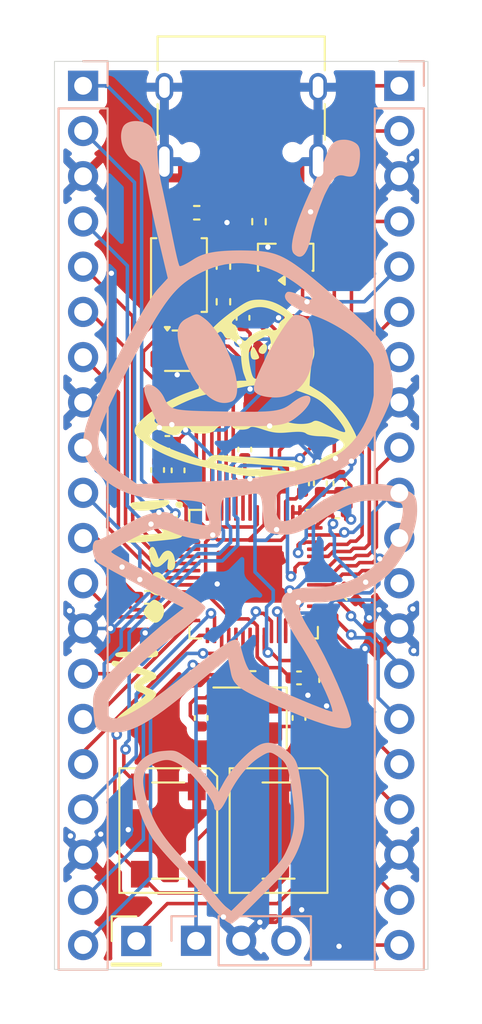
<source format=kicad_pcb>
(kicad_pcb (version 20241229) (generator "pcbnew") (generator_version "9.0")
  (layers (0 "F.Cu" signal) (2 "B.Cu" signal) (13 "F.Paste" user) (15 "B.Paste" user) (5 "F.SilkS" user "F.Silkscreen") (7 "B.SilkS" user "B.Silkscreen") (1 "F.Mask" user) (3 "B.Mask" user) (25 "Edge.Cuts" user))
  (net 0 "")
  (net 1 "GND")
  (net 2 "+3V3")
  (net 3 "+1V1")
  (net 4 "VBUS")
  (net 5 "XIN")
  (net 6 "Net-(C16-Pad2)")
  (net 7 "GPIO25")
  (net 8 "Net-(D1-DOUT)")
  (net 9 "Net-(D2-DOUT)")
  (net 10 "USBD-")
  (net 11 "USBD+")
  (net 12 "Net-(J1-CC1)")
  (net 13 "Net-(J1-CC2)")
  (net 14 "GPIO0")
  (net 15 "GPIO15")
  (net 16 "GPIO11")
  (net 17 "GPIO9")
  (net 18 "GPIO10")
  (net 19 "GPIO8")
  (net 20 "GPIO3")
  (net 21 "GPIO12")
  (net 22 "GPIO5")
  (net 23 "GPIO14")
  (net 24 "GPIO6")
  (net 25 "GPIO4")
  (net 26 "GPIO7")
  (net 27 "GPIO1")
  (net 28 "GPIO2")
  (net 29 "GPIO13")
  (net 30 "GPIO29_ADC3")
  (net 31 "GPIO26_ADC0")
  (net 32 "GPIO24")
  (net 33 "GPIO21")
  (net 34 "GPIO20")
  (net 35 "GPIO23")
  (net 36 "GPIO18")
  (net 37 "GPIO16")
  (net 38 "GPIO19")
  (net 39 "GPIO28_ADC2")
  (net 40 "GPIO22")
  (net 41 "GPIO27_ADC1")
  (net 42 "RUN")
  (net 43 "GPIO17")
  (net 44 "SWCLK")
  (net 45 "SWD")
  (net 46 "Net-(U1-USB_DP)")
  (net 47 "Net-(U1-USB_DM)")
  (net 48 "XOUT")
  (net 49 "QSPI_SS")
  (net 50 "Net-(R7-Pad1)")
  (net 51 "QSPI_SCLK")
  (net 52 "QSPI_SD1")
  (net 53 "QSPI_SD3")
  (net 54 "QSPI_SD0")
  (net 55 "QSPI_SD2")
  (footprint "LED_SMD:LED_SK6812_PLCC4_5.0x5.0mm_P3.2mm" (layer "F.Cu") (at 162.1 87.7 -90)
    (property "Reference" "D2" (hide yes))
    (property "Value" "SK6812")
  )
  (footprint "Capacitor_SMD:C_0402_1005Metric" (layer "F.Cu") (at 160.1 58.9 -90)
    (property "Reference" "C17" (hide yes))
    (property "Value" "0.1uF")
  )
  (footprint "Button_Switch_SMD:SW_Push_SPST_NO_Alps_SKRK" (layer "F.Cu") (at 156.5 56.5 90)
    (property "Reference" "SW1" (hide yes))
    (property "Value" "SW_Push")
  )
  (footprint "Capacitor_SMD:C_0402_1005Metric" (layer "F.Cu") (at 160.2 66.3 90)
    (property "Reference" "C11" (hide yes))
    (property "Value" "0.1uF")
  )
  (footprint "Capacitor_SMD:C_0402_1005Metric" (layer "F.Cu") (at 156.45 67.47 90)
    (property "Reference" "C7" (hide yes))
    (property "Value" "0.1uF")
  )
  (footprint "Resistor_SMD:R_0402_1005Metric" (layer "F.Cu") (at 159 56 -90)
    (property "Reference" "R7" (hide yes))
    (property "Value" "1K")
  )
  (footprint "Package_TO_SOT_SMD:SOT-23" (layer "F.Cu") (at 162.5 55.5 90)
    (property "Reference" "U2" (hide yes))
    (property "Value" "MCP1700x-330xxTT")
  )
  (footprint "Capacitor_SMD:C_0402_1005Metric" (layer "F.Cu") (at 164.75 79.25 -90)
    (property "Reference" "C10" (hide yes))
    (property "Value" "1uF")
  )
  (footprint "Capacitor_SMD:C_0201_0603Metric" (layer "F.Cu") (at 162.82 53)
    (property "Reference" "C13" (hide yes))
    (property "Value" "10uF")
  )
  (footprint "Connector_USB:USB_C_Receptacle_HRO_TYPE-C-31-M-12" (layer "F.Cu") (at 160 47 180)
    (property "Reference" "J1" (hide yes))
    (property "Value" "USB_C_Receptacle_USB2.0_14P")
  )
  (footprint "Capacitor_SMD:C_0402_1005Metric" (layer "F.Cu") (at 154.7 74.6 180)
    (property "Reference" "C9" (hide yes))
    (property "Value" "0.1uF")
  )
  (footprint "Crystal:Crystal_SMD_3225-4Pin_3.2x2.5mm" (layer "F.Cu") (at 160.5 81.375 180)
    (property "Reference" "Y1" (hide yes))
    (property "Value" "12 MHz")
  )
  (footprint "Resistor_SMD:R_0402_1005Metric" (layer "F.Cu") (at 161 53.5 -90)
    (property "Reference" "R1" (hide yes))
    (property "Value" "5.1K")
  )
  (footprint "Capacitor_SMD:C_0402_1005Metric" (layer "F.Cu") (at 163.45 68.2 90)
    (property "Reference" "C12" (hide yes))
    (property "Value" "0.1uF")
  )
  (footprint "Resistor_SMD:R_0402_1005Metric" (layer "F.Cu") (at 162.375 67.99 -90)
    (property "Reference" "R4" (hide yes))
    (property "Value" "27")
  )
  (footprint "Capacitor_SMD:C_0402_1005Metric" (layer "F.Cu") (at 165.55 68.2 90)
    (property "Reference" "C2" (hide yes))
    (property "Value" "0.1uF")
  )
  (footprint "Package_DFN_QFN:QFN-56-1EP_7x7mm_P0.4mm_EP3.2x3.2mm" (layer "F.Cu") (at 160.7 73.3)
    (property "Reference" "U1" (hide yes))
    (property "Value" "RP2040")
  )
  (footprint "Resistor_SMD:R_0402_1005Metric" (layer "F.Cu") (at 159 58 -90)
    (property "Reference" "R6" (hide yes))
    (property "Value" "10K")
  )
  (footprint "Capacitor_SMD:C_0402_1005Metric" (layer "F.Cu") (at 166.110589 74.410589 -45)
    (property "Reference" "C5" (hide yes))
    (property "Value" "0.1uF")
  )
  (footprint "Package_SON:Winbond_USON-8-1EP_3x2mm_P0.5mm_EP0.2x1.6mm" (layer "F.Cu") (at 157.325 60.75)
    (property "Reference" "U4" (hide yes))
    (property "Value" "W25Q16JVSS")
  )
  (footprint "Capacitor_SMD:C_0402_1005Metric" (layer "F.Cu") (at 164.45 68.2 90)
    (property "Reference" "C3" (hide yes))
    (property "Value" "0.1uF")
  )
  (footprint "Capacitor_SMD:C_0402_1005Metric" (layer "F.Cu") (at 163.25 79.125)
    (property "Reference" "C1" (hide yes))
    (property "Value" "1uF")
  )
  (footprint "LED_SMD:LED_SK6812_PLCC4_5.0x5.0mm_P3.2mm" (layer "F.Cu") (at 155.9 87.7 -90)
    (property "Reference" "D1" (hide yes))
    (property "Value" "SK6812")
  )
  (footprint "Capacitor_SMD:C_0402_1005Metric" (layer "F.Cu") (at 165.4 69.8)
    (property "Reference" "C4" (hide yes))
    (property "Value" "0.1uF")
  )
  (footprint "Capacitor_SMD:C_0402_1005Metric" (layer "F.Cu") (at 163.25 81.375 90)
    (property "Reference" "C16" (hide yes))
    (property "Value" "33pF")
  )
  (footprint "Connector_PinHeader_2.54mm:PinHeader_1x01_P2.54mm_Vertical" (layer "F.Cu") (at 154.1 93.9)
    (property "Reference" "J5" (hide yes))
    (property "Value" "Conn_01x01")
  )
  (footprint "Capacitor_SMD:C_0402_1005Metric" (layer "F.Cu") (at 155.3 67.45 90)
    (property "Reference" "C6" (hide yes))
    (property "Value" "0.1uF")
  )
  (footprint "Capacitor_SMD:C_0402_1005Metric" (layer "F.Cu") (at 157.75 81.375 -90)
    (property "Reference" "C15" (hide yes))
    (property "Value" "33pF")
  )
  (footprint "Resistor_SMD:R_0402_1005Metric" (layer "F.Cu") (at 157.5 53 180)
    (property "Reference" "R2" (hide yes))
    (property "Value" "5.1K")
  )
  (footprint "Capacitor_SMD:C_0402_1005Metric" (layer "F.Cu") (at 155.85 65.9 180)
    (property "Reference" "C8" (hide yes))
    (property "Value" "0.1uF")
  )
  (footprint "Capacitor_SMD:C_0201_0603Metric" (layer "F.Cu") (at 162.5 58 180)
    (property "Reference" "C14" (hide yes))
    (property "Value" "10uF")
  )
  (footprint "Resistor_SMD:R_0402_1005Metric" (layer "F.Cu") (at 160.65 79.125 180)
    (property "Reference" "R5" (hide yes))
    (property "Value" "1K")
  )
  (footprint "Resistor_SMD:R_0402_1005Metric" (layer "F.Cu") (at 161.425 67.99 90)
    (property "Reference" "R3" (hide yes))
    (property "Value" "27")
  )
  (footprint "Connector_PinHeader_2.54mm:PinHeader_1x03_P2.54mm_Vertical" (layer "B.Cu") (at 157.46 93.89 -90)
    (property "Reference" "J4" (hide yes))
    (property "Value" "Conn_01x03")
  )
  (footprint "Connector_PinHeader_2.54mm:PinHeader_1x20_P2.54mm_Vertical" (layer "B.Cu") (at 151.11 45.87 180)
    (property "Reference" "J2" (hide yes))
    (property "Value" "Conn_01x20")
  )
  (footprint "Connector_PinHeader_2.54mm:PinHeader_1x20_P2.54mm_Vertical" (layer "B.Cu") (at 168.89 45.87 180)
    (property "Reference" "J3" (hide yes))
    (property "Value" "Conn_01x20")
  )
  (gr_poly (pts (xy 154.807278 72.029385) (xy 154.810528 71.999483) (xy 154.815422 71.971735) (xy 154.821928 71.946158) (xy 154.830015 71.922767) (xy 154.834642 71.911896) (xy 154.839653 71.901577) (xy 154.845043 71.891812) (xy 154.85081 71.882604) (xy 154.879857 71.84789) (xy 154.893871 71.83279) (xy 154.907571 71.819207) (xy 154.920977 71.807152) (xy 154.934107 71.796633) (xy 154.946981 71.78766) (xy 154.95962 71.780243) (xy 154.972041 71.774393) (xy 154.984264 71.770117) (xy 154.996309 71.767427) (xy 155.008195 71.766332) (xy 155.019942 71.766842) (xy 155.031569 71.768965) (xy 155.043095 71.772713) (xy 155.054539 71.778094) (xy 155.065921 71.785118) (xy 155.077261 71.793796) (xy 155.088578 71.804136) (xy 155.09989 71.816148) (xy 155.111218 71.829843) (xy 155.122581 71.845229) (xy 155.133999 71.862317) (xy 155.14549 71.881116) (xy 155.16877 71.923886) (xy 155.192577 71.973616) (xy 155.217067 72.030386) (xy 155.242394 72.094271) (xy 155.369393 72.443521) (xy 155.528142 72.200104) (xy 155.549249 72.171331) (xy 155.570863 72.144539) (xy 155.592935 72.119728) (xy 155.615414 72.096896) (xy 155.638249 72.07604) (xy 155.66139 72.057159) (xy 155.684787 72.040251) (xy 155.70839 72.025314) (xy 155.732148 72.012345) (xy 155.75601 72.001343) (xy 155.779926 71.992307) (xy 155.803847 71.985233) (xy 155.827721 71.980121) (xy 155.851498 71.976968) (xy 155.875127 71.975772) (xy 155.898559 71.976531) (xy 155.921743 71.979243) (xy 155.944629 71.983908) (xy 155.967166 71.990521) (xy 155.989303 71.999082) (xy 156.010991 72.009589) (xy 156.032179 72.02204) (xy 156.052817 72.036432) (xy 156.072854 72.052764) (xy 156.09224 72.071034) (xy 156.110924 72.09124) (xy 156.128857 72.113379) (xy 156.145987 72.137451) (xy 156.162264 72.163453) (xy 156.177639 72.191383) (xy 156.19206 72.22124) (xy 156.205477 72.253021) (xy 156.219679 72.293566) (xy 156.232527 72.333799) (xy 156.24403 72.373656) (xy 156.254197 72.413073) (xy 156.263039 72.451987) (xy 156.270566 72.490332) (xy 156.276786 72.528046) (xy 156.28171 72.565064) (xy 156.285347 72.601323) (xy 156.287707 72.636757) (xy 156.288799 72.671305) (xy 156.288634 72.704901) (xy 156.287221 72.737481) (xy 156.28457 72.768982) (xy 156.28069 72.799339) (xy 156.275591 72.82849) (xy 156.269283 72.856369) (xy 156.261776 72.882913) (xy 156.253078 72.908058) (xy 156.243201 72.931739) (xy 156.232153 72.953894) (xy 156.219944 72.974458) (xy 156.206584 72.993366) (xy 156.192082 73.010556) (xy 156.176449 73.025963) (xy 156.159694 73.039523) (xy 156.141827 73.051173) (xy 156.122857 73.060847) (xy 156.102794 73.068484) (xy 156.081647 73.074017) (xy 156.059427 73.077384) (xy 156.036143 73.078521) (xy 156.005985 73.077746) (xy 155.978927 73.075296) (xy 155.954846 73.070986) (xy 155.943883 73.068076) (xy 155.933617 73.06463) (xy 155.924034 73.060626) (xy 155.915117 73.056041) (xy 155.906852 73.050852) (xy 155.899221 73.045034) (xy 155.892212 73.038566) (xy 155.885806 73.031423) (xy 155.87999 73.023582) (xy 155.874748 73.01502) (xy 155.870063 73.005715) (xy 155.865921 72.995642) (xy 155.862306 72.984778) (xy 155.859203 72.9731) (xy 155.85447 72.94721) (xy 155.851596 72.917786) (xy 155.85046 72.884641) (xy 155.850935 72.847589) (xy 155.852898 72.806444) (xy 155.856226 72.76102) (xy 155.89856 72.443521) (xy 155.633976 72.686938) (xy 155.599621 72.718409) (xy 155.566004 72.74734) (xy 155.533119 72.773732) (xy 155.500961 72.797587) (xy 155.469524 72.818908) (xy 155.438802 72.837696) (xy 155.40879 72.853953) (xy 155.37948 72.867681) (xy 155.350869 72.878882) (xy 155.322949 72.887558) (xy 155.295715 72.893711) (xy 155.269161 72.897343) (xy 155.243282 72.898456) (xy 155.218072 72.897051) (xy 155.193524 72.893131) (xy 155.169633 72.886698) (xy 155.146393 72.877753) (xy 155.123798 72.866299) (xy 155.101843 72.852337) (xy 155.080522 72.835869) (xy 155.059828 72.816898) (xy 155.039757 72.795425) (xy 155.020302 72.771452) (xy 155.001457 72.744981) (xy 154.983217 72.716014) (xy 154.965576 72.684553) (xy 154.948527 72.6506) (xy 154.932066 72.614157) (xy 154.916186 72.575225) (xy 154.900882 72.533808) (xy 154.886147 72.489906) (xy 154.871977 72.443521) (xy 154.857089 72.392922) (xy 154.844154 72.344323) (xy 154.833142 72.297739) (xy 154.824021 72.253186) (xy 154.81676 72.21068) (xy 154.811329 72.170235) (xy 154.807696 72.131868) (xy 154.805831 72.095593) (xy 154.805701 72.061427)) (fill yes) (layer "F.SilkS"))
  (gr_poly (pts (xy 153.463751 71.340814) (xy 153.466235 71.326832) (xy 153.470429 71.312938) (xy 153.476299 71.299198) (xy 153.483813 71.285674) (xy 153.492936 71.272432) (xy 153.503638 71.259535) (xy 153.515883 71.247046) (xy 153.529641 71.23503) (xy 153.544876 71.223551) (xy 153.561558 71.212673) (xy 153.579652 71.20246) (xy 153.599126 71.192975) (xy 153.619947 71.184283) (xy 153.642081 71.176447) (xy 153.665497 71.169532) (xy 153.69016 71.163601) (xy 153.716039 71.158718) (xy 153.7431 71.154948) (xy 153.77131 71.152354) (xy 154.191997 71.117958) (xy 154.85081 71.067687) (xy 154.988987 71.056231) (xy 155.110391 71.045487) (xy 155.215857 71.035177) (xy 155.262876 71.030098) (xy 155.306224 71.025023) (xy 155.346006 71.019917) (xy 155.382328 71.014744) (xy 155.415293 71.009471) (xy 155.445006 71.004063) (xy 155.471572 70.998484) (xy 155.495096 70.992699) (xy 155.515682 70.986674) (xy 155.533435 70.980374) (xy 155.548459 70.973764) (xy 155.554981 70.970332) (xy 155.56086 70.966809) (xy 155.566109 70.963192) (xy 155.570741 70.959475) (xy 155.574769 70.955654) (xy 155.578207 70.951725) (xy 155.581068 70.947684) (xy 155.583364 70.943526) (xy 155.585109 70.939247) (xy 155.586316 70.934842) (xy 155.586997 70.930308) (xy 155.587166 70.925639) (xy 155.586837 70.920832) (xy 155.586021 70.915882) (xy 155.584733 70.910785) (xy 155.582984 70.905536) (xy 155.578161 70.894566) (xy 155.571656 70.882937) (xy 155.563573 70.870614) (xy 155.554017 70.857562) (xy 155.543093 70.843747) (xy 155.51756 70.813687) (xy 155.499962 70.793251) (xy 155.482937 70.771746) (xy 155.466563 70.749342) (xy 155.450918 70.726209) (xy 155.436079 70.702518) (xy 155.422124 70.678439) (xy 155.40913 70.654143) (xy 155.397174 70.629801) (xy 155.386335 70.605583) (xy 155.37669 70.581659) (xy 155.368316 70.558201) (xy 155.36129 70.535378) (xy 155.355691 70.513361) (xy 155.351596 70.492321) (xy 155.349082 70.472429) (xy 155.348226 70.453854) (xy 155.349754 70.429746) (xy 155.354244 70.40511) (xy 155.36156 70.380036) (xy 155.371564 70.354615) (xy 155.384117 70.328938) (xy 155.399084 70.303096) (xy 155.416325 70.27718) (xy 155.435704 70.251282) (xy 155.480324 70.199903) (xy 155.531843 70.149687) (xy 155.58916 70.101361) (xy 155.651174 70.055656) (xy 155.716785 70.013299) (xy 155.784892 69.97502) (xy 155.854395 69.941547) (xy 155.924192 69.913608) (xy 155.993182 69.891932) (xy 156.060266 69.877248) (xy 156.092749 69.872756) (xy 156.124342 69.870285) (xy 156.154908 69.869926) (xy 156.18431 69.871771) (xy 156.219721 69.876409) (xy 156.252544 69.882338) (xy 156.282793 69.889485) (xy 156.310483 69.897774) (xy 156.335632 69.907133) (xy 156.358253 69.917489) (xy 156.378363 69.928766) (xy 156.395977 69.940893) (xy 156.41111 69.953795) (xy 156.423779 69.967398) (xy 156.433998 69.981629) (xy 156.441783 69.996414) (xy 156.447149 70.01168) (xy 156.450113 70.027353) (xy 156.450689 70.043359) (xy 156.448893 70.059625) (xy 156.444741 70.076077) (xy 156.438248 70.092641) (xy 156.429429 70.109244) (xy 156.418301 70.125812) (xy 156.404878 70.142272) (xy 156.389176 70.158549) (xy 156.371211 70.174571) (xy 156.350997 70.190263) (xy 156.328552 70.205552) (xy 156.303889 70.220364) (xy 156.277025 70.234626) (xy 156.247975 70.248264) (xy 156.216755 70.261205) (xy 156.18338 70.273374) (xy 156.147865 70.284698) (xy 156.110227 70.295104) (xy 156.076774 70.305263) (xy 156.044019 70.315857) (xy 156.012163 70.326823) (xy 155.981408 70.338099) (xy 155.951955 70.349623) (xy 155.924006 70.361332) (xy 155.897762 70.373166) (xy 155.873425 70.385062) (xy 155.851196 70.396958) (xy 155.831278 70.408792) (xy 155.822248 70.414666) (xy 155.81387 70.420502) (xy 155.806172 70.426291) (xy 155.799176 70.432026) (xy 155.79291 70.437698) (xy 155.787397 70.443302) (xy 155.782663 70.448827) (xy 155.778733 70.454267) (xy 155.775633 70.459615) (xy 155.773387 70.464861) (xy 155.772021 70.469999) (xy 155.771561 70.475021) (xy 155.772574 70.484194) (xy 155.775573 70.493834) (xy 155.787291 70.514398) (xy 155.806233 70.536482) (xy 155.831918 70.559853) (xy 155.863867 70.584278) (xy 155.901599 70.609524) (xy 155.944632 70.63536) (xy 155.992487 70.661552) (xy 156.044683 70.687868) (xy 156.100738 70.714076) (xy 156.160174 70.739943) (xy 156.222509 70.765236) (xy 156.287262 70.789722) (xy 156.353953 70.813171) (xy 156.422101 70.835348) (xy 156.491226 70.856021) (xy 156.504929 70.860143) (xy 156.518253 70.864568) (xy 156.531189 70.869287) (xy 156.543729 70.874294) (xy 156.555867 70.879579) (xy 156.567594 70.885135) (xy 156.578902 70.890955) (xy 156.589784 70.897031) (xy 156.600231 70.903355) (xy 156.610237 70.909919) (xy 156.619794 70.916716) (xy 156.628893 70.923737) (xy 156.637527 70.930976) (xy 156.645688 70.938424) (xy 156.653368 70.946073) (xy 156.66056 70.953917) (xy 156.667256 70.961946) (xy 156.673448 70.970153) (xy 156.679129 70.978531) (xy 156.68429 70.987072) (xy 156.688924 70.995768) (xy 156.693023 71.004611) (xy 156.69658 71.013594) (xy 156.699586 71.022708) (xy 156.702034 71.031947) (xy 156.703917 71.041302) (xy 156.705225 71.050765) (xy 156.705953 71.060329) (xy 156.706091 71.069986) (xy 156.705632 71.079728) (xy 156.704569 71.089548) (xy 156.702893 71.099438) (xy 156.697033 71.124382) (xy 156.687266 71.147683) (xy 156.673407 71.169433) (xy 156.655268 71.189726) (xy 156.632665 71.208655) (xy 156.605411 71.226313) (xy 156.57332 71.242793) (xy 156.536206 71.258187) (xy 156.493883 71.272589) (xy 156.446165 71.286093) (xy 156.392866 71.298789) (xy 156.3338 71.310773) (xy 156.26878 71.322137) (xy 156.197622 71.332973) (xy 156.036143 71.353437) (xy 155.488786 71.411026) (xy 155.01882 71.456956) (xy 154.622276 71.491475) (xy 154.295185 71.514833) (xy 154.156444 71.522403) (xy 154.033578 71.527276) (xy 153.926091 71.529483) (xy 153.833487 71.529054) (xy 153.755269 71.52602) (xy 153.690943 71.520413) (xy 153.64001 71.512264) (xy 153.601977 71.501603) (xy 153.579244 71.492281) (xy 153.558648 71.482216) (xy 153.540158 71.471474) (xy 153.523738 71.460117) (xy 153.509358 71.44821) (xy 153.496983 71.435817) (xy 153.486581 71.423001) (xy 153.478118 71.409826) (xy 153.471563 71.396357) (xy 153.466881 71.382657) (xy 153.464041 71.368791) (xy 153.463008 71.354822)) (fill yes) (layer "F.SilkS"))
  (gr_poly (pts (xy 154.514173 75.414312) (xy 154.516112 75.393625) (xy 154.519632 75.372627) (xy 154.524739 75.351281) (xy 154.53144 75.329547) (xy 154.539739 75.307387) (xy 154.549642 75.284762) (xy 154.561156 75.261633) (xy 154.574286 75.237961) (xy 154.589038 75.213708) (xy 154.623431 75.163303) (xy 154.664382 75.110107) (xy 154.711937 75.053811) (xy 154.766143 74.994104) (xy 154.818977 74.938151) (xy 154.86685 74.889283) (xy 154.910506 74.847392) (xy 154.930986 74.829028) (xy 154.95069 74.812368) (xy 154.969712 74.797398) (xy 154.988145 74.784104) (xy 155.006082 74.772472) (xy 155.023616 74.76249) (xy 155.040839 74.754143) (xy 155.057846 74.747419) (xy 155.074729 74.742302) (xy 155.09158 74.738781) (xy 155.108494 74.736841) (xy 155.125563 74.736468) (xy 155.14288 74.73765) (xy 155.160538 74.740373) (xy 155.17863 74.744622) (xy 155.197249 74.750385) (xy 155.216488 74.757648) (xy 155.23644 74.766397) (xy 155.257198 74.776619) (xy 155.278856 74.7883) (xy 155.325241 74.815985) (xy 155.376339 74.849345) (xy 155.432893 74.88827) (xy 155.459837 74.908005) (xy 155.485105 74.929441) (xy 155.508694 74.952481) (xy 155.530603 74.97703) (xy 155.55083 75.002989) (xy 155.569373 75.030262) (xy 155.586231 75.058752) (xy 155.6014 75.088362) (xy 155.614879 75.118995) (xy 155.626667 75.150554) (xy 155.636761 75.182943) (xy 155.645159 75.216064) (xy 155.65186 75.249821) (xy 155.656862 75.284117) (xy 155.660161 75.318855) (xy 155.661758 75.353937) (xy 155.661649 75.389268) (xy 155.659833 75.424749) (xy 155.656308 75.460285) (xy 155.651071 75.495779) (xy 155.644122 75.531132) (xy 155.635457 75.56625) (xy 155.625076 75.601034) (xy 155.612976 75.635388) (xy 155.599154 75.669214) (xy 155.58361 75.702417) (xy 155.566342 75.734899) (xy 155.547347 75.766563) (xy 155.526623 75.797313) (xy 155.504168 75.82705) (xy 155.479982 75.85568) (xy 155.45406 75.883104) (xy 155.410732 75.923525) (xy 155.389265 75.941298) (xy 155.367884 75.957435) (xy 155.346558 75.971929) (xy 155.325254 75.984772) (xy 155.303937 75.995956) (xy 155.282577 76.005474) (xy 155.261138 76.013317) (xy 155.23959 76.019478) (xy 155.217897 76.023949) (xy 155.196029 76.026723) (xy 155.173951 76.027791) (xy 155.151631 76.027147) (xy 155.129036 76.024781) (xy 155.106133 76.020687) (xy 155.082888 76.014857) (xy 155.05927 76.007282) (xy 155.035244 75.997956) (xy 155.010779 75.98687) (xy 154.985841 75.974017) (xy 154.960397 75.959389) (xy 154.934415 75.942977) (xy 154.90786 75.924776) (xy 154.852905 75.88297) (xy 154.795268 75.833908) (xy 154.734685 75.777529) (xy 154.670893 75.713771) (xy 154.630221 75.672668) (xy 154.612132 75.652484) (xy 154.595549 75.632494) (xy 154.580477 75.612659) (xy 154.566923 75.592941) (xy 154.554892 75.5733) (xy 154.544389 75.553698) (xy 154.535422 75.534096) (xy 154.527995 75.514455) (xy 154.522115 75.494736) (xy 154.517786 75.474901) (xy 154.515016 75.454912) (xy 154.51381 75.434728)) (fill yes) (layer "F.SilkS"))
  (gr_poly (pts (xy 152.914391 77.79505) (xy 152.918872 77.781609) (xy 152.926116 77.768824) (xy 152.936128 77.756697) (xy 152.94891 77.745234) (xy 152.982805 77.72431) (xy 153.027831 77.706083) (xy 153.084018 77.690586) (xy 153.151399 77.677847) (xy 153.230004 77.6679) (xy 153.319864 77.660773) (xy 153.421011 77.6565) (xy 153.533474 77.655109) (xy 153.657285 77.656634) (xy 153.792476 77.661104) (xy 154.59681 77.692854) (xy 154.62856 77.343603) (xy 154.633435 77.293816) (xy 154.64028 77.247423) (xy 154.649326 77.2041) (xy 154.660806 77.163522) (xy 154.667531 77.144159) (xy 154.674952 77.125361) (xy 154.683098 77.107086) (xy 154.691998 77.089294) (xy 154.70168 77.071943) (xy 154.712175 77.054994) (xy 154.72351 77.038405) (xy 154.735716 77.022135) (xy 154.748821 77.006145) (xy 154.762854 76.990393) (xy 154.793821 76.959442) (xy 154.82885 76.928955) (xy 154.868173 76.898608) (xy 154.912023 76.868075) (xy 154.960633 76.837031) (xy 155.014234 76.805149) (xy 155.07306 76.772105) (xy 155.111379 76.750959) (xy 155.148924 76.731177) (xy 155.185667 76.712759) (xy 155.221578 76.695706) (xy 155.256629 76.680017) (xy 155.290791 76.665692) (xy 155.324034 76.652732) (xy 155.35633 76.641135) (xy 155.387648 76.630903) (xy 155.417961 76.622036) (xy 155.44724 76.614532) (xy 155.475454 76.608393) (xy 155.502576 76.603618) (xy 155.528575 76.600207) (xy 155.553423 76.598161) (xy 155.577091 76.597479) (xy 155.59955 76.598161) (xy 155.620771 76.600207) (xy 155.640724 76.603618) (xy 155.659381 76.608393) (xy 155.676712 76.614532) (xy 155.692689 76.622036) (xy 155.707282 76.630903) (xy 155.720463 76.641135) (xy 155.732201 76.652732) (xy 155.742469 76.665692) (xy 155.751237 76.680017) (xy 155.758476 76.695706) (xy 155.764157 76.712759) (xy 155.768251 76.731177) (xy 155.770728 76.750959) (xy 155.771561 76.772105) (xy 155.771069 76.779233) (xy 155.76961 76.786714) (xy 155.767209 76.794528) (xy 155.763892 76.802656) (xy 155.754608 76.819776) (xy 155.74196 76.837919) (xy 155.72615 76.856931) (xy 155.707378 76.876656) (xy 155.685847 76.896939) (xy 155.661758 76.917625) (xy 155.635313 76.938559) (xy 155.606712 76.959586) (xy 155.576159 76.980551) (xy 155.543853 77.001299) (xy 155.509997 77.021675) (xy 155.474792 77.041524) (xy 155.43844 77.060691) (xy 155.401143 77.07902) (xy 155.364432 77.096727) (xy 155.329705 77.114135) (xy 155.296963 77.131256) (xy 155.266205 77.148102) (xy 155.237432 77.164684) (xy 155.210643 77.181015) (xy 155.185838 77.197105) (xy 155.163018 77.212966) (xy 155.142182 77.228611) (xy 155.12333 77.24405) (xy 155.106463 77.259295) (xy 155.09158 77.274358) (xy 155.078682 77.28925) (xy 155.067768 77.303984) (xy 155.058838 77.31857) (xy 155.051893 77.333021) (xy 155.046932 77.347348) (xy 155.043956 77.361562) (xy 155.042963 77.375675) (xy 155.043956 77.3897) (xy 155.046932 77.403647) (xy 155.051893 77.417527) (xy 155.058838 77.431354) (xy 155.067768 77.445138) (xy 155.078682 77.458891) (xy 155.091581 77.472625) (xy 155.106464 77.486351) (xy 155.123331 77.500081) (xy 155.142182 77.513826) (xy 155.163018 77.527598) (xy 155.185839 77.541409) (xy 155.210643 77.555271) (xy 155.229738 77.567663) (xy 155.247313 77.580985) (xy 155.263338 77.595175) (xy 155.277781 77.610172) (xy 155.2844 77.617953) (xy 155.290612 77.625913) (xy 155.296414 77.634043) (xy 155.3018 77.642335) (xy 155.306768 77.650783) (xy 155.311314 77.659378) (xy 155.315433 77.668113) (xy 155.319122 77.676979) (xy 155.322377 77.68597) (xy 155.325194 77.695076) (xy 155.327569 77.704292) (xy 155.329499 77.713608) (xy 155.330979 77.723017) (xy 155.332005 77.732511) (xy 155.332574 77.742083) (xy 155.332682 77.751724) (xy 155.332325 77.761428) (xy 155.331499 77.771185) (xy 155.3302 77.78099) (xy 155.328424 77.790833) (xy 155.326167 77.800707) (xy 155.323427 77.810604) (xy 155.320197 77.820517) (xy 155.316476 77.830437) (xy 155.304681 77.855012) (xy 155.288591 77.877215) (xy 155.267386 77.897154) (xy 155.240243 77.914939) (xy 155.206341 77.930677) (xy 155.164858 77.944477) (xy 155.114972 77.956448) (xy 155.055862 77.966698) (xy 154.986706 77.975336) (xy 154.906682 77.98247) (xy 154.710746 77.99266) (xy 154.461479 77.998138) (xy 154.15231 77.999771) (xy 153.93037 77.998324) (xy 153.720212 77.994148) (xy 153.526674 77.987492) (xy 153.354591 77.978604) (xy 153.208802 77.967731) (xy 153.147278 77.961628) (xy 153.094142 77.955122) (xy 153.049997 77.948244) (xy 153.015449 77.941025) (xy 152.991102 77.933496) (xy 152.982942 77.929625) (xy 152.97756 77.925688) (xy 152.945319 77.88923) (xy 152.924023 77.855284) (xy 152.917489 77.839262) (xy 152.913703 77.82388) (xy 152.912669 77.809141)) (fill yes) (layer "F.SilkS"))
  (gr_poly (pts (xy 161.122239 57.883325) (xy 161.214474 57.889439) (xy 161.306643 57.899604) (xy 161.398713 57.913797) (xy 161.582426 57.954184) (xy 161.765347 58.010432) (xy 161.947215 58.082368) (xy 162.127764 58.169822) (xy 162.306733 58.272625) (xy 162.483856 58.390605) (xy 162.658872 58.523591) (xy 162.831515 58.671414) (xy 163.001522 58.833903) (xy 163.168631 59.010887) (xy 163.332577 59.202196) (xy 163.493097 59.407659) (xy 163.649927 59.627105) (xy 163.802803 59.860365) (xy 163.859598 59.95407) (xy 163.91089 60.048426) (xy 163.956631 60.143092) (xy 163.996776 60.237727) (xy 164.031278 60.33199) (xy 164.06009 60.42554) (xy 164.083166 60.518035) (xy 164.10046 60.609136) (xy 164.111924 60.6985) (xy 164.117513 60.785787) (xy 164.11718 60.870655) (xy 164.110878 60.952764) (xy 164.098561 61.031772) (xy 164.080182 61.107339) (xy 164.055696 61.179122) (xy 164.041147 61.213489) (xy 164.025054 61.246782) (xy 164.015138 61.267796) (xy 164.005252 61.294841) (xy 163.995428 61.327498) (xy 163.985697 61.365348) (xy 163.966639 61.454955) (xy 163.948325 61.560313) (xy 163.931003 61.678073) (xy 163.914922 61.804887) (xy 163.900328 61.937407) (xy 163.887471 62.072282) (xy 163.845137 62.707282) (xy 164.353136 63.014198) (xy 164.483808 63.096997) (xy 164.613689 63.186446) (xy 164.742485 63.282252) (xy 164.869901 63.384119) (xy 164.995643 63.491753) (xy 165.119416 63.60486) (xy 165.240925 63.723145) (xy 165.359876 63.846313) (xy 165.475975 63.97407) (xy 165.588927 64.106121) (xy 165.698437 64.242173) (xy 165.804211 64.381929) (xy 165.905954 64.525096) (xy 166.003372 64.671379) (xy 166.09617 64.820484) (xy 166.184053 64.972115) (xy 166.238768 65.071042) (xy 166.287902 65.161768) (xy 166.331579 65.244773) (xy 166.369923 65.320539) (xy 166.403058 65.389545) (xy 166.431108 65.452272) (xy 166.454197 65.509202) (xy 166.46392 65.535642) (xy 166.47245 65.560813) (xy 166.479801 65.584775) (xy 166.485989 65.607588) (xy 166.49103 65.629312) (xy 166.494939 65.650007) (xy 166.497732 65.669733) (xy 166.499425 65.68855) (xy 166.500032 65.706518) (xy 166.499569 65.723697) (xy 166.498052 65.740148) (xy 166.495497 65.755931) (xy 166.491918 65.771104) (xy 166.487332 65.78573) (xy 166.481753 65.799867) (xy 166.475198 65.813575) (xy 166.467682 65.826916) (xy 166.45922 65.839948) (xy 166.447448 65.860265) (xy 166.435986 65.881434) (xy 166.424897 65.903317) (xy 166.414241 65.925773) (xy 166.404082 65.948663) (xy 166.39448 65.971847) (xy 166.385499 65.995187) (xy 166.3772 66.018542) (xy 166.369644 66.041773) (xy 166.362895 66.064741) (xy 166.357015 66.087305) (xy 166.352064 66.109327) (xy 166.348106 66.130667) (xy 166.345201 66.151185) (xy 166.343413 66.170742) (xy 166.342803 66.189199) (xy 166.340761 66.207001) (xy 166.334773 66.226574) (xy 166.325049 66.247762) (xy 166.311798 66.270413) (xy 166.275552 66.319493) (xy 166.22771 66.372588) (xy 166.169946 66.428473) (xy 166.103934 66.485925) (xy 166.03135 66.543717) (xy 165.953866 66.600626) (xy 165.873158 66.655426) (xy 165.790899 66.706893) (xy 165.708764 66.753802) (xy 165.628428 66.794929) (xy 165.551564 66.829048) (xy 165.479848 66.854935) (xy 165.446443 66.864409) (xy 165.414952 66.871366) (xy 165.385585 66.875652) (xy 165.358552 66.877115) (xy 165.336654 66.878583) (xy 165.310865 66.882903) (xy 165.281511 66.889951) (xy 165.248916 66.899605) (xy 165.213406 66.911738) (xy 165.175308 66.926228) (xy 165.134946 66.942951) (xy 165.092647 66.961782) (xy 165.048735 66.982597) (xy 165.003536 67.005272) (xy 164.957376 67.029684) (xy 164.910581 67.055709) (xy 164.863475 67.083221) (xy 164.816385 67.112098) (xy 164.769636 67.142215) (xy 164.723554 67.173448) (xy 164.619684 67.236576) (xy 164.493863 67.305409) (xy 164.350926 67.377715) (xy 164.19571 67.451261) (xy 164.033053 67.523815) (xy 163.867792 67.593144) (xy 163.704763 67.657016) (xy 163.548804 67.713199) (xy 163.332879 67.784285) (xy 163.236776 67.813774) (xy 163.146968 67.839372) (xy 163.062244 67.861187) (xy 162.981396 67.879328) (xy 162.903215 67.893903) (xy 162.826491 67.905022) (xy 162.750015 67.912791) (xy 162.672578 67.917321) (xy 162.592971 67.918719) (xy 162.509983 67.917093) (xy 162.422407 67.912554) (xy 162.329033 67.905208) (xy 162.228652 67.895165) (xy 162.120054 67.882532) (xy 161.968662 67.863722) (xy 161.803877 67.847144) (xy 161.631153 67.833047) (xy 161.45595 67.821678) (xy 161.283722 67.813286) (xy 161.119929 67.808118) (xy 160.970026 67.806422) (xy 160.83947 67.808448) (xy 160.710341 67.809068) (xy 160.564469 67.803487) (xy 160.406938 67.792449) (xy 160.242835 67.776698) (xy 160.077243 67.756979) (xy 159.915247 67.734034) (xy 159.761934 67.708609) (xy 159.622386 67.681448) (xy 158.876262 67.506823) (xy 157.971387 67.300449) (xy 157.715948 67.242925) (xy 157.465764 67.181572) (xy 157.221131 67.11653) (xy 156.982342 67.047937) (xy 156.861764 67.010619) (xy 158.553287 67.010619) (xy 158.55395 67.016314) (xy 158.555289 67.021809) (xy 158.557296 67.027103) (xy 158.559959 67.032194) (xy 158.563269 67.037079) (xy 158.567217 67.041757) (xy 158.571792 67.046225) (xy 158.576986 67.050482) (xy 158.582789 67.054526) (xy 158.58919 67.058355) (xy 158.60375 67.06536) (xy 158.620589 67.071481) (xy 158.639629 67.076703) (xy 158.660793 67.08101) (xy 158.684003 67.084387) (xy 158.709183 67.086819) (xy 158.736254 67.088289) (xy 158.765138 67.088783) (xy 158.79225 67.089392) (xy 158.821796 67.09118) (xy 158.853481 67.094085) (xy 158.887011 67.098043) (xy 158.958428 67.108874) (xy 159.033689 67.123178) (xy 159.110439 67.140459) (xy 159.18632 67.16022) (xy 159.258977 67.181965) (xy 159.326053 67.205199) (xy 159.359328 67.217095) (xy 159.399268 67.228929) (xy 159.49704 67.252162) (xy 159.615152 67.274404) (xy 159.749387 67.295157) (xy 159.895528 67.313926) (xy 160.049358 67.330214) (xy 160.206661 67.343526) (xy 160.36322 67.353365) (xy 162.088303 67.469782) (xy 162.214347 67.478954) (xy 162.330687 67.486608) (xy 162.437538 67.492711) (xy 162.535119 67.497233) (xy 162.623646 67.500142) (xy 162.703336 67.501408) (xy 162.774407 67.501) (xy 162.837075 67.498886) (xy 162.865326 67.49718) (xy 162.891557 67.495036) (xy 162.915797 67.492451) (xy 162.938071 67.489419) (xy 162.958408 67.485938) (xy 162.976833 67.482004) (xy 162.993376 67.477612) (xy 163.008061 67.472759) (xy 163.020918 67.467441) (xy 163.031972 67.461653) (xy 163.041251 67.455393) (xy 163.048782 67.448657) (xy 163.054593 67.441439) (xy 163.058709 67.433738) (xy 163.061159 67.425548) (xy 163.06197 67.416865) (xy 163.061849 67.405093) (xy 163.061495 67.393632) (xy 163.060924 67.382542) (xy 163.060151 67.371886) (xy 163.059193 67.361727) (xy 163.058064 67.352125) (xy 163.056779 67.343144) (xy 163.055356 67.334845) (xy 163.053808 67.32729) (xy 163.052152 67.320541) (xy 163.050403 67.31466) (xy 163.048576 67.309709) (xy 163.047639 67.307602) (xy 163.046687 67.305751) (xy 163.045725 67.304163) (xy 163.044752 67.302847) (xy 163.043772 67.301809) (xy 163.042786 67.301059) (xy 163.041796 67.300603) (xy 163.040804 67.300449) (xy 160.987638 67.141699) (xy 160.189919 67.077372) (xy 159.511263 67.016022) (xy 159.238907 66.988633) (xy 159.023106 66.964593) (xy 158.872789 66.94477) (xy 158.824978 66.936712) (xy 158.796886 66.930032) (xy 158.788889 66.926249) (xy 158.780784 66.922834) (xy 158.772586 66.919783) (xy 158.76431 66.917092) (xy 158.755972 66.914759) (xy 158.747588 66.912777) (xy 158.739172 66.911145) (xy 158.730741 66.909857) (xy 158.72231 66.908911) (xy 158.713895 66.908302) (xy 158.70551 66.908026) (xy 158.697172 66.90808) (xy 158.688896 66.908459) (xy 158.680698 66.90916) (xy 158.672593 66.910178) (xy 158.664596 66.911511) (xy 158.656723 66.913153) (xy 158.648989 66.915102) (xy 158.641411 66.917353) (xy 158.634003 66.919903) (xy 158.626781 66.922747) (xy 158.619761 66.925882) (xy 158.612958 66.929304) (xy 158.606387 66.933008) (xy 158.600064 66.936992) (xy 158.594005 66.941251) (xy 158.588225 66.945781) (xy 158.58274 66.950578) (xy 158.577564 66.955639) (xy 158.572714 66.96096) (xy 158.568205 66.966537) (xy 158.564053 66.972365) (xy 158.560455 66.979217) (xy 158.557591 66.985881) (xy 158.555452 66.992355) (xy 158.554028 66.998638) (xy 158.55331 67.004726) (xy 158.553287 67.010619) (xy 156.861764 67.010619) (xy 156.749692 66.975933) (xy 156.523475 66.900659) (xy 156.303988 66.822253) (xy 156.091522 66.740854) (xy 155.886375 66.656604) (xy 155.688839 66.56964) (xy 155.49921 66.480103) (xy 155.317782 66.388132) (xy 155.144849 66.293866) (xy 154.980707 66.197446) (xy 154.825649 66.09901) (xy 154.67997 65.998699) (xy 154.528889 65.886605) (xy 154.397032 65.78358) (xy 154.338273 65.735047) (xy 154.284274 65.688275) (xy 154.235018 65.643097) (xy 154.190491 65.599343) (xy 154.159374 65.566128) (xy 154.864832 65.566128) (xy 154.86639 65.577507) (xy 154.86958 65.588937) (xy 154.874439 65.600501) (xy 154.881003 65.612281) (xy 154.889309 65.624362) (xy 154.899394 65.636827) (xy 154.911295 65.649759) (xy 154.925048 65.663241) (xy 154.940691 65.677357) (xy 154.977792 65.707822) (xy 155.022893 65.741823) (xy 155.076287 65.780025) (xy 155.209137 65.871699) (xy 155.31865 65.934682) (xy 155.468098 66.01044) (xy 155.650784 66.095871) (xy 155.860012 66.187876) (xy 156.089083 66.283353) (xy 156.331301 66.379203) (xy 156.579968 66.472324) (xy 156.828387 66.559616) (xy 157.031961 66.628614) (xy 157.211289 66.688931) (xy 157.368168 66.740814) (xy 157.438751 66.76367) (xy 157.504397 66.784511) (xy 157.56533 66.803368) (xy 157.621775 66.820271) (xy 157.673957 66.835252) (xy 157.7221 66.848342) (xy 157.766429 66.859571) (xy 157.80717 66.868971) (xy 157.844546 66.876573) (xy 157.878783 66.882407) (xy 157.910105 66.886505) (xy 157.938738 66.888897) (xy 157.964906 66.889616) (xy 157.977136 66.889357) (xy 157.988833 66.888691) (xy 158.000027 66.887622) (xy 158.010745 66.886153) (xy 158.021016 66.88429) (xy 158.030867 66.882035) (xy 158.040327 66.879392) (xy 158.049423 66.876366) (xy 158.058184 66.87296) (xy 158.066637 66.869178) (xy 158.074812 66.865024) (xy 158.082736 66.860501) (xy 158.090437 66.855615) (xy 158.097943 66.850368) (xy 158.112483 66.838808) (xy 158.126582 66.825852) (xy 158.140464 66.811533) (xy 158.154353 66.79588) (xy 158.168475 66.778925) (xy 158.183054 66.760699) (xy 158.212279 66.727192) (xy 158.241738 66.698025) (xy 158.273397 66.673076) (xy 158.309227 66.652219) (xy 158.351196 66.635331) (xy 158.401273 66.622288) (xy 158.461427 66.612966) (xy 158.533626 66.60724) (xy 158.619841 66.604987) (xy 158.722039 66.606082) (xy 158.98226 66.617823) (xy 159.330043 66.641471) (xy 159.781137 66.676032) (xy 160.372121 66.721388) (xy 160.897451 66.762559) (xy 161.360924 66.800071) (xy 161.766338 66.834451) (xy 162.117493 66.866227) (xy 162.273909 66.881303) (xy 162.418185 66.895926) (xy 162.550795 66.910161) (xy 162.672213 66.924074) (xy 162.782915 66.937731) (xy 162.883376 66.951199) (xy 162.97407 66.964542) (xy 163.055471 66.977828) (xy 163.128056 66.991121) (xy 163.192298 67.004488) (xy 163.248672 67.017994) (xy 163.297653 67.031706) (xy 163.339716 67.045688) (xy 163.375336 67.060009) (xy 163.404987 67.074732) (xy 163.417722 67.082265) (xy 163.429144 67.089924) (xy 163.43931 67.097717) (xy 163.448282 67.105651) (xy 163.456117 67.113736) (xy 163.462875 67.121979) (xy 163.468617 67.130389) (xy 163.4734 67.138973) (xy 163.477284 67.147741) (xy 163.480329 67.1567) (xy 163.482594 67.165859) (xy 163.484139 67.175226) (xy 163.485303 67.194615) (xy 163.487709 67.204275) (xy 163.494749 67.211495) (xy 163.506162 67.216378) (xy 163.521683 67.219027) (xy 163.563996 67.218032) (xy 163.619579 67.209333) (xy 163.686325 67.19375) (xy 163.762124 67.172105) (xy 163.844868 67.14522) (xy 163.932449 67.113917) (xy 164.022759 67.079018) (xy 164.113689 67.041343) (xy 164.203131 67.001715) (xy 164.288976 66.960955) (xy 164.369115 66.919885) (xy 164.441442 66.879327) (xy 164.503846 66.840102) (xy 164.55422 66.803032) (xy 164.576364 66.786438) (xy 164.602879 66.768512) (xy 164.667661 66.729279) (xy 164.745837 66.686574) (xy 164.834679 66.641636) (xy 164.931459 66.595706) (xy 165.033447 66.550024) (xy 165.137917 66.50583) (xy 165.242138 66.464365) (xy 165.328261 66.432017) (xy 165.406128 66.398565) (xy 165.475856 66.364144) (xy 165.537562 66.32889) (xy 165.591361 66.292938) (xy 165.637369 66.256424) (xy 165.675704 66.219484) (xy 165.706481 66.182253) (xy 165.729817 66.144867) (xy 165.745827 66.107462) (xy 165.754629 66.070173) (xy 165.756338 66.033136) (xy 165.751071 65.996486) (xy 165.738944 65.96036) (xy 165.720073 65.924892) (xy 165.694575 65.890219) (xy 165.662565 65.856477) (xy 165.62416 65.8238) (xy 165.579477 65.792324) (xy 165.528631 65.762186) (xy 165.471739 65.73352) (xy 165.408918 65.706463) (xy 165.340282 65.68115) (xy 165.26595 65.657717) (xy 165.100658 65.617032) (xy 164.913971 65.585494) (xy 164.706822 65.564188) (xy 164.480138 65.554199) (xy 164.409243 65.553465) (xy 164.339619 65.551305) (xy 164.271546 65.54778) (xy 164.205301 65.542954) (xy 164.141166 65.536887) (xy 164.079418 65.529642) (xy 164.020336 65.521281) (xy 163.9642 65.511865) (xy 163.911288 65.501458) (xy 163.861881 65.49012) (xy 163.816255 65.477914) (xy 163.774692 65.464902) (xy 163.737469 65.451145) (xy 163.704867 65.436707) (xy 163.677163 65.421649) (xy 163.654637 65.406032) (xy 163.629406 65.387178) (xy 163.601121 65.370293) (xy 163.569456 65.355361) (xy 163.534086 65.342367) (xy 163.494686 65.331295) (xy 163.450929 65.32213) (xy 163.40249 65.314857) (xy 163.349043 65.309459) (xy 163.290264 65.305922) (xy 163.225826 65.30423) (xy 163.155404 65.304366) (xy 163.078672 65.306317) (xy 162.904977 65.315598) (xy 162.702137 65.331949) (xy 162.477055 65.351193) (xy 162.375762 65.357273) (xy 162.280623 65.360887) (xy 162.190631 65.36196) (xy 162.104778 65.360412) (xy 162.022057 65.356167) (xy 161.94146 65.349146) (xy 161.861979 65.339274) (xy 161.782607 65.326471) (xy 161.702336 65.31066) (xy 161.620157 65.291765) (xy 161.535064 65.269707) (xy 161.446049 65.244409) (xy 161.252221 65.183782) (xy 161.169482 65.155499) (xy 161.091858 65.130162) (xy 161.019258 65.10774) (xy 160.951588 65.088201) (xy 160.888754 65.071515) (xy 160.830665 65.05765) (xy 160.777226 65.046576) (xy 160.728345 65.038261) (xy 160.683929 65.032675) (xy 160.643885 65.029786) (xy 160.625474 65.029344) (xy 160.60812 65.029564) (xy 160.591813 65.030443) (xy 160.57654 65.031977) (xy 160.562291 65.034163) (xy 160.549054 65.036995) (xy 160.536816 65.040471) (xy 160.525566 65.044587) (xy 160.515294 65.049338) (xy 160.505986 65.05472) (xy 160.497632 65.060731) (xy 160.490219 65.067366) (xy 160.471747 65.083614) (xy 160.450214 65.098632) (xy 160.425848 65.11243) (xy 160.398876 65.125016) (xy 160.369524 65.1364) (xy 160.33802 65.146593) (xy 160.269458 65.163442) (xy 160.195005 65.17564) (xy 160.116475 65.183265) (xy 160.035682 65.186394) (xy 159.954439 65.185105) (xy 159.87456 65.179474) (xy 159.79786 65.169581) (xy 159.726151 65.155502) (xy 159.661248 65.137314) (xy 159.631916 65.126704) (xy 159.604965 65.115096) (xy 159.580622 65.102499) (xy 159.559115 65.088924) (xy 159.54067 65.07438) (xy 159.525513 65.058877) (xy 159.513871 65.042424) (xy 159.505971 65.025032) (xy 159.494558 65.000347) (xy 159.48027 64.977869) (xy 159.463273 64.957574) (xy 159.443732 64.939435) (xy 159.421811 64.923428) (xy 159.397675 64.909527) (xy 159.371489 64.897708) (xy 159.343418 64.887945) (xy 159.313625 64.880212) (xy 159.282277 64.874486) (xy 159.249537 64.870739) (xy 159.21557 64.868948) (xy 159.180541 64.869088) (xy 159.144616 64.871132) (xy 159.107957 64.875056) (xy 159.070731 64.880834) (xy 158.995234 64.897854) (xy 158.919443 64.921989) (xy 158.844675 64.953039) (xy 158.808086 64.971094) (xy 158.772248 64.990801) (xy 158.737324 65.012137) (xy 158.703479 65.035075) (xy 158.670879 65.059591) (xy 158.639687 65.085659) (xy 158.610069 65.113253) (xy 158.582189 65.14235) (xy 158.556213 65.172924) (xy 158.532303 65.204948) (xy 158.512858 65.228078) (xy 158.488487 65.249837) (xy 158.459535 65.270221) (xy 158.426346 65.289222) (xy 158.389266 65.306837) (xy 158.34864 65.323058) (xy 158.258129 65.351296) (xy 158.157572 65.373892) (xy 158.049728 65.390798) (xy 157.937358 65.401967) (xy 157.82322 65.407355) (xy 157.710074 65.406913) (xy 157.600681 65.400595) (xy 157.497798 65.388356) (xy 157.404186 65.370148) (xy 157.361719 65.358791) (xy 157.322605 65.345924) (xy 157.287187 65.331543) (xy 157.255813 65.31564) (xy 157.228825 65.298209) (xy 157.20657 65.279246) (xy 157.189392 65.258745) (xy 157.177637 65.236699) (xy 157.168128 65.216576) (xy 157.157503 65.197877) (xy 157.145825 65.180601) (xy 157.133153 65.164745) (xy 157.119552 65.150307) (xy 157.105083 65.137286) (xy 157.089807 65.12568) (xy 157.073788 65.115487) (xy 157.057086 65.106704) (xy 157.039764 65.09933) (xy 157.021884 65.093363) (xy 157.003508 65.088801) (xy 156.984698 65.085642) (xy 156.965515 65.083884) (xy 156.946023 65.083525) (xy 156.926283 65.084563) (xy 156.906356 65.086997) (xy 156.886306 65.090824) (xy 156.866193 65.096042) (xy 156.846081 65.10265) (xy 156.826031 65.110645) (xy 156.806104 65.120026) (xy 156.786364 65.130791) (xy 156.766872 65.142937) (xy 156.747689 65.156463) (xy 156.728879 65.171367) (xy 156.710503 65.187646) (xy 156.692623 65.2053) (xy 156.675301 65.224326) (xy 156.658599 65.244721) (xy 156.64258 65.266485) (xy 156.627304 65.289615) (xy 156.612858 65.312745) (xy 156.597316 65.334509) (xy 156.580696 65.354905) (xy 156.563018 65.373931) (xy 156.544302 65.391584) (xy 156.524566 65.407864) (xy 156.50383 65.422768) (xy 156.482114 65.436294) (xy 156.459436 65.44844) (xy 156.435817 65.459205) (xy 156.411275 65.468585) (xy 156.38583 65.476581) (xy 156.359502 65.483189) (xy 156.332309 65.488407) (xy 156.275408 65.494668) (xy 156.215282 65.495347) (xy 156.152087 65.49043) (xy 156.085977 65.479901) (xy 156.017108 65.463744) (xy 155.945635 65.441945) (xy 155.871711 65.414486) (xy 155.795494 65.381354) (xy 155.717137 65.342532) (xy 155.646728 65.305452) (xy 155.581993 65.273596) (xy 155.551588 65.259632) (xy 155.522405 65.24698) (xy 155.494376 65.235642) (xy 155.467436 65.225619) (xy 155.44152 65.216915) (xy 155.416561 65.20953) (xy 155.392493 65.203467) (xy 155.369251 65.198727) (xy 155.346769 65.195313) (xy 155.32498 65.193226) (xy 155.303819 65.192469) (xy 155.28322 65.193042) (xy 155.263117 65.19495) (xy 155.243445 65.198192) (xy 155.224137 65.202772) (xy 155.205127 65.20869) (xy 155.18635 65.21595) (xy 155.167739 65.224552) (xy 155.149229 65.2345) (xy 155.130754 65.245794) (xy 155.112248 65.258437) (xy 155.093645 65.27243) (xy 155.07488 65.287777) (xy 155.055885 65.304478) (xy 155.036597 65.322535) (xy 155.016947 65.341951) (xy 154.976304 65.384865) (xy 154.944851 65.420447) (xy 154.918157 65.452231) (xy 154.896518 65.480883) (xy 154.887685 65.494243) (xy 154.880227 65.50707) (xy 154.874179 65.519447) (xy 154.869579 65.531458) (xy 154.866463 65.543187) (xy 154.864868 65.554715) (xy 154.864832 65.566128) (xy 154.159374 65.566128) (xy 154.150677 65.556845) (xy 154.115561 65.515433) (xy 154.085126 65.474941) (xy 154.059357 65.435198) (xy 154.03824 65.396037) (xy 154.021758 65.357288) (xy 154.009895 65.318784) (xy 154.002637 65.280355) (xy 153.999968 65.241833) (xy 154.001872 65.203049) (xy 154.008334 65.163836) (xy 154.019339 65.124023) (xy 154.03487 65.083443) (xy 154.054913 65.041928) (xy 154.079451 64.999307) (xy 154.10847 64.955414) (xy 154.141954 64.910078) (xy 154.179887 64.863132) (xy 154.222254 64.814408) (xy 154.269039 64.763735) (xy 154.361172 64.670655) (xy 155.126785 64.670655) (xy 155.127307 64.681092) (xy 155.128744 64.691384) (xy 155.131089 64.701538) (xy 155.134335 64.71156) (xy 155.138474 64.721457) (xy 155.143499 64.731236) (xy 155.156179 64.750465) (xy 155.172315 64.769298) (xy 155.191851 64.787788) (xy 155.214727 64.805988) (xy 155.240887 64.823949) (xy 155.247146 64.826586) (xy 155.254 64.828548) (xy 155.261423 64.829844) (xy 155.269392 64.830481) (xy 155.277879 64.830466) (xy 155.286861 64.829809) (xy 155.306206 64.826595) (xy 155.327225 64.8209) (xy 155.349718 64.812787) (xy 155.373481 64.802317) (xy 155.398314 64.789553) (xy 155.424015 64.774556) (xy 155.450383 64.757389) (xy 155.477216 64.738114) (xy 155.504313 64.716792) (xy 155.531471 64.693486) (xy 155.55849 64.668258) (xy 155.585168 64.641169) (xy 155.611303 64.612282) (xy 155.656324 64.565744) (xy 155.696631 64.525238) (xy 155.73297 64.490591) (xy 155.766085 64.461635) (xy 155.781665 64.449236) (xy 155.796719 64.438197) (xy 155.811338 64.428494) (xy 155.825616 64.420107) (xy 155.839646 64.413015) (xy 155.853521 64.407196) (xy 155.867335 64.402629) (xy 155.881179 64.399292) (xy 155.895147 64.397165) (xy 155.909332 64.396225) (xy 155.923827 64.396452) (xy 155.938725 64.397825) (xy 155.95412 64.400321) (xy 155.970103 64.40392) (xy 155.986769 64.4086) (xy 156.00421 64.41434) (xy 156.041789 64.428916) (xy 156.083584 64.447476) (xy 156.130341 64.469849) (xy 156.182803 64.495866) (xy 156.264909 64.533067) (xy 156.355464 64.565277) (xy 156.452996 64.592464) (xy 156.556031 64.614597) (xy 156.663097 64.631645) (xy 156.772721 64.643577) (xy 156.88343 64.650362) (xy 156.993751 64.651969) (xy 157.102212 64.648368) (xy 157.20734 64.639526) (xy 157.307662 64.625413) (xy 157.401706 64.605998) (xy 157.487998 64.58125) (xy 157.565065 64.551138) (xy 157.59968 64.534061) (xy 157.631436 64.515631) (xy 157.660149 64.495845) (xy 157.685636 64.474698) (xy 157.714733 64.450384) (xy 157.742791 64.429016) (xy 157.770259 64.410563) (xy 157.797588 64.394993) (xy 157.825228 64.382275) (xy 157.853626 64.372379) (xy 157.883234 64.365274) (xy 157.914501 64.360928) (xy 157.947877 64.35931) (xy 157.98381 64.360391) (xy 158.022751 64.364137) (xy 158.065149 64.370519) (xy 158.111454 64.379506) (xy 158.162115 64.391065) (xy 158.217582 64.405168) (xy 158.278304 64.421782) (xy 158.379208 64.447579) (xy 158.482777 64.469407) (xy 158.58796 64.487266) (xy 158.6937 64.501157) (xy 158.798944 64.511079) (xy 158.902638 64.517032) (xy 159.003727 64.519016) (xy 159.101158 64.517032) (xy 159.193876 64.511079) (xy 159.280826 64.501157) (xy 159.360956 64.487266) (xy 159.43321 64.469407) (xy 159.466054 64.458989) (xy 159.496534 64.447579) (xy 159.524518 64.435176) (xy 159.549874 64.421782) (xy 159.572471 64.407395) (xy 159.592176 64.392016) (xy 159.608859 64.375645) (xy 159.622386 64.358282) (xy 159.636865 64.342247) (xy 159.654377 64.327855) (xy 159.674729 64.315075) (xy 159.697731 64.303877) (xy 159.72319 64.294229) (xy 159.750914 64.2861) (xy 159.780711 64.27946) (xy 159.812391 64.274277) (xy 159.880627 64.268158) (xy 159.954088 64.267497) (xy 160.031238 64.272044) (xy 160.110543 64.281553) (xy 160.190469 64.295774) (xy 160.269479 64.31446) (xy 160.34604 64.337363) (xy 160.418617 64.364235) (xy 160.485675 64.394827) (xy 160.545679 64.428892) (xy 160.572557 64.44715) (xy 160.597095 64.466182) (xy 160.619102 64.485959) (xy 160.638387 64.506448) (xy 160.652235 64.521889) (xy 160.667931 64.536457) (xy 160.704575 64.562962) (xy 160.74773 64.585932) (xy 160.796807 64.605336) (xy 160.851217 64.621144) (xy 160.910371 64.633325) (xy 160.97368 64.641846) (xy 161.040554 64.646678) (xy 161.110405 64.647789) (xy 161.182643 64.645148) (xy 161.25668 64.638725) (xy 161.331926 64.628488) (xy 161.407792 64.614406) (xy 161.483689 64.596448) (xy 161.559028 64.574584) (xy 161.63322 64.548782) (xy 161.672344 64.534157) (xy 161.710569 64.522075) (xy 161.748236 64.512598) (xy 161.785686 64.505787) (xy 161.82326 64.501705) (xy 161.861299 64.500413) (xy 161.900144 64.501973) (xy 161.940136 64.506449) (xy 161.981617 64.5139) (xy 162.024927 64.524391) (xy 162.070407 64.537982) (xy 162.118399 64.554735) (xy 162.169244 64.574713) (xy 162.223282 64.597978) (xy 162.280854 64.624591) (xy 162.342303 64.654615) (xy 162.439566 64.697773) (xy 162.543945 64.735954) (xy 162.654122 64.769143) (xy 162.768779 64.797325) (xy 162.886599 64.820483) (xy 163.006263 64.838604) (xy 163.126455 64.85167) (xy 163.245856 64.859667) (xy 163.363149 64.862579) (xy 163.477015 64.860391) (xy 163.586138 64.853086) (xy 163.689199 64.84065) (xy 163.78488 64.823067) (xy 163.871865 64.800322) (xy 163.948834 64.772398) (xy 163.983151 64.75649) (xy 164.014471 64.739281) (xy 164.047846 64.719347) (xy 164.08105 64.703335) (xy 164.114906 64.691447) (xy 164.150235 64.683885) (xy 164.187857 64.680849) (xy 164.228597 64.682541) (xy 164.273274 64.689163) (xy 164.32271 64.700917) (xy 164.377727 64.718004) (xy 164.439147 64.740625) (xy 164.507792 64.768983) (xy 164.584482 64.803278) (xy 164.765287 64.890487) (xy 164.988137 65.003865) (xy 165.143889 65.079994) (xy 165.218936 65.115323) (xy 165.29158 65.148559) (xy 165.361434 65.1795) (xy 165.42811 65.207945) (xy 165.49122 65.233693) (xy 165.550376 65.256542) (xy 165.605192 65.27629) (xy 165.655279 65.292736) (xy 165.700251 65.305679) (xy 165.739719 65.314916) (xy 165.773295 65.320246) (xy 165.787753 65.321383) (xy 165.800593 65.321468) (xy 165.811766 65.320476) (xy 165.821225 65.318381) (xy 165.82892 65.315158) (xy 165.834802 65.310782) (xy 165.844249 65.294507) (xy 165.847001 65.27174) (xy 165.843369 65.242873) (xy 165.833666 65.208297) (xy 165.797293 65.123584) (xy 165.74038 65.020733) (xy 165.66542 64.902874) (xy 165.574912 64.77314) (xy 165.47135 64.634663) (xy 165.35723 64.490574) (xy 165.235049 64.344004) (xy 165.107303 64.198085) (xy 164.976486 64.055949) (xy 164.845096 63.920727) (xy 164.715629 63.795552) (xy 164.590579 63.683553) (xy 164.472444 63.587864) (xy 164.363719 63.511615) (xy 164.306415 63.47532) (xy 164.242135 63.438049) (xy 164.171592 63.400064) (xy 164.095498 63.36163) (xy 163.929513 63.284466) (xy 163.749886 63.208667) (xy 163.562322 63.136341) (xy 163.372524 63.069596) (xy 163.1862 63.01054) (xy 163.009054 62.961282) (xy 162.816649 62.91391) (xy 162.624726 62.871034) (xy 162.433763 62.832685) (xy 162.244243 62.798894) (xy 162.056644 62.769692) (xy 161.871449 62.745109) (xy 161.689137 62.725177) (xy 161.510189 62.709928) (xy 161.335086 62.699391) (xy 161.164309 62.693598) (xy 160.998337 62.69258) (xy 160.837652 62.696368) (xy 160.682733 62.704992) (xy 160.534063 62.718485) (xy 160.39212 62.736877) (xy 160.257387 62.760199) (xy 159.966842 62.820226) (xy 159.56021 62.899105) (xy 158.61697 63.077698) (xy 158.306891 63.141756) (xy 158.021493 63.209163) (xy 157.751721 63.283267) (xy 157.619866 63.323877) (xy 157.488522 63.367417) (xy 157.356559 63.414306) (xy 157.222843 63.464962) (xy 156.94563 63.579249) (xy 156.647829 63.713629) (xy 156.320387 63.871448) (xy 156.120136 63.969001) (xy 155.939759 64.05953) (xy 155.778792 64.143455) (xy 155.705442 64.183072) (xy 155.63677 64.221194) (xy 155.572718 64.257875) (xy 155.513227 64.293167) (xy 155.45824 64.327121) (xy 155.407698 64.359791) (xy 155.361544 64.391228) (xy 155.319719 64.421484) (xy 155.282165 64.450613) (xy 155.248824 64.478667) (xy 155.219638 64.505697) (xy 155.194549 64.531757) (xy 155.173497 64.556898) (xy 155.156427 64.581172) (xy 155.143278 64.604633) (xy 155.133994 64.627332) (xy 155.130783 64.638413) (xy 155.128516 64.649322) (xy 155.127185 64.660068) (xy 155.126785 64.670655) (xy 154.361172 64.670655) (xy 154.375803 64.655874) (xy 154.500053 64.538199) (xy 154.618348 64.434474) (xy 154.746426 64.330005) (xy 154.883402 64.225288) (xy 155.028393 64.120819) (xy 155.180516 64.017094) (xy 155.338886 63.914609) (xy 155.50262 63.813861) (xy 155.670835 63.715345) (xy 155.842646 63.619557) (xy 156.01717 63.526994) (xy 156.193524 63.438152) (xy 156.370823 63.353527) (xy 156.548185 63.273614) (xy 156.724724 63.198911) (xy 156.899559 63.129913) (xy 157.071804 63.067115) (xy 157.611553 62.876615) (xy 157.650648 62.166395) (xy 158.050886 62.166395) (xy 158.051201 62.326321) (xy 158.056385 62.467007) (xy 158.066653 62.584067) (xy 158.082223 62.673114) (xy 158.092064 62.705761) (xy 158.103312 62.729759) (xy 158.115994 62.74456) (xy 158.130137 62.749616) (xy 158.413241 62.698022) (xy 158.656989 62.6499) (xy 158.934471 62.590865) (xy 159.080136 62.56017) (xy 159.228654 62.53183) (xy 159.375932 62.506219) (xy 159.517877 62.483709) (xy 159.650396 62.464672) (xy 159.769396 62.449479) (xy 159.870785 62.438503) (xy 159.95047 62.432115) (xy 160.289138 62.432115) (xy 160.140971 62.029948) (xy 160.127214 61.987863) (xy 160.113768 61.941313) (xy 160.088054 61.836802) (xy 160.064324 61.720386) (xy 160.043075 61.596032) (xy 160.024802 61.467709) (xy 160.010002 61.339386) (xy 159.99917 61.215032) (xy 159.992803 61.098615) (xy 159.992266 61.017028) (xy 159.992177 61.013326) (xy 160.423672 61.013326) (xy 160.428705 61.142767) (xy 160.44242 61.284798) (xy 160.464507 61.440486) (xy 160.494655 61.610902) (xy 160.532554 61.797115) (xy 160.548326 61.869333) (xy 160.563974 61.935319) (xy 160.579621 61.995289) (xy 160.595393 62.049462) (xy 160.603364 62.074441) (xy 160.611413 62.098053) (xy 160.619554 62.120324) (xy 160.627804 62.14128) (xy 160.636178 62.16095) (xy 160.644692 62.179361) (xy 160.653361 62.196539) (xy 160.6622 62.212511) (xy 160.671225 62.227305) (xy 160.680452 62.240949) (xy 160.689896 62.253468) (xy 160.699572 62.26489) (xy 160.709496 62.275243) (xy 160.719684 62.284553) (xy 160.730151 62.292848) (xy 160.740913 62.300154) (xy 160.751985 62.3065) (xy 160.763382 62.311911) (xy 160.77512 62.316415) (xy 160.787215 62.32004) (xy 160.799682 62.322811) (xy 160.812536 62.324758) (xy 160.825794 62.325905) (xy 160.83947 62.326282) (xy 161.485054 62.326282) (xy 161.929554 62.326282) (xy 161.976856 62.327135) (xy 162.027181 62.329631) (xy 162.08008 62.333677) (xy 162.135102 62.33918) (xy 162.249721 62.354187) (xy 162.36744 62.373907) (xy 162.484662 62.397595) (xy 162.597792 62.424508) (xy 162.703233 62.453902) (xy 162.751945 62.469297) (xy 162.797387 62.485032) (xy 163.01108 62.559901) (xy 163.09816 62.58684) (xy 163.173426 62.605748) (xy 163.206949 62.611949) (xy 163.237903 62.615851) (xy 163.266415 62.617358) (xy 163.292613 62.616373) (xy 163.316625 62.612799) (xy 163.338579 62.606539) (xy 163.358603 62.597496) (xy 163.376824 62.585573) (xy 163.393372 62.570674) (xy 163.408373 62.552702) (xy 163.421955 62.531559) (xy 163.434247 62.507149) (xy 163.445376 62.479375) (xy 163.455471 62.44814) (xy 163.464658 62.413347) (xy 163.473066 62.374899) (xy 163.488058 62.286651) (xy 163.501468 62.182621) (xy 163.527637 61.924115) (xy 163.554757 61.618521) (xy 163.585845 61.312928) (xy 163.616933 61.043053) (xy 163.631237 60.932672) (xy 163.644053 60.844615) (xy 163.652567 60.788676) (xy 163.658089 60.735433) (xy 163.660355 60.684113) (xy 163.659102 60.63394) (xy 163.654066 60.58414) (xy 163.644984 60.533936) (xy 163.631592 60.482554) (xy 163.613627 60.429219) (xy 163.590825 60.373155) (xy 163.562923 60.313588) (xy 163.529656 60.249742) (xy 163.490762 60.180841) (xy 163.445976 60.106112) (xy 163.395036 60.024779) (xy 163.273638 59.839199) (xy 163.230514 59.775244) (xy 163.188599 59.714514) (xy 163.14811 59.657256) (xy 163.109265 59.603719) (xy 163.07228 59.554151) (xy 163.037373 59.5088) (xy 163.00476 59.467913) (xy 162.974658 59.43174) (xy 162.947285 59.400527) (xy 162.922857 59.374524) (xy 162.901593 59.353977) (xy 162.892214 59.345828) (xy 162.883707 59.339136) (xy 162.8761 59.333932) (xy 162.869419 59.330248) (xy 162.863691 59.328113) (xy 162.858944 59.327561) (xy 162.856946 59.327887) (xy 162.855204 59.32862) (xy 162.853721 59.329764) (xy 162.8525 59.331323) (xy 162.850857 59.3357) (xy 162.850304 59.341782) (xy 162.850058 59.348757) (xy 162.849329 59.355784) (xy 162.848132 59.362854) (xy 162.846479 59.369956) (xy 162.844385 59.377082) (xy 162.841862 59.384221) (xy 162.838925 59.391365) (xy 162.835586 59.398502) (xy 162.82776 59.412721) (xy 162.818491 59.4268) (xy 162.80789 59.440662) (xy 162.796064 59.45423) (xy 162.783122 59.467426) (xy 162.769172 59.480172) (xy 162.754322 59.49239) (xy 162.738683 59.504005) (xy 162.722361 59.514937) (xy 162.705465 59.525109) (xy 162.688105 59.534444) (xy 162.670388 59.542865) (xy 162.603045 59.56816) (xy 162.539936 59.596402) (xy 162.481073 59.627557) (xy 162.426475 59.661597) (xy 162.376155 59.698488) (xy 162.352604 59.717994) (xy 162.330129 59.738202) (xy 162.308731 59.759107) (xy 162.288413 59.780706) (xy 162.269176 59.802995) (xy 162.251023 59.825969) (xy 162.233954 59.849626) (xy 162.217973 59.873961) (xy 162.203081 59.898971) (xy 162.18928 59.924651) (xy 162.176571 59.950997) (xy 162.164958 59.978007) (xy 162.154441 60.005675) (xy 162.145024 60.033998) (xy 162.136707 60.062972) (xy 162.129492 60.092594) (xy 162.118379 60.153763) (xy 162.1117 60.217475) (xy 162.10947 60.283698) (xy 162.108129 60.321696) (xy 162.104199 60.363942) (xy 162.09782 60.40997) (xy 162.08913 60.459316) (xy 162.078271 60.511514) (xy 162.06538 60.5661) (xy 162.034064 60.680574) (xy 161.996299 60.799016) (xy 161.953201 60.917706) (xy 161.930001 60.975982) (xy 161.905886 61.032924) (xy 161.880996 61.088068) (xy 161.855471 61.140949) (xy 161.807122 61.248498) (xy 161.758402 61.362372) (xy 161.710921 61.478975) (xy 161.666293 61.594709) (xy 161.62613 61.705979) (xy 161.592044 61.809187) (xy 161.565648 61.900737) (xy 161.555837 61.941016) (xy 161.548553 61.977032) (xy 161.485054 62.326282) (xy 160.83947 62.326282) (xy 160.858073 62.325695) (xy 160.876173 62.323941) (xy 160.893766 62.321032) (xy 160.910846 62.31698) (xy 160.927406 62.311796) (xy 160.943441 62.305493) (xy 160.958945 62.29808) (xy 160.973912 62.289571) (xy 160.988336 62.279977) (xy 161.002213 62.269309) (xy 161.015534 62.257579) (xy 161.028296 62.244799) (xy 161.040492 62.23098) (xy 161.052117 62.216134) (xy 161.073627 62.183407) (xy 161.092781 62.146712) (xy 161.109532 62.10614) (xy 161.123833 62.061787) (xy 161.135638 62.013743) (xy 161.144901 61.962103) (xy 161.151575 61.906959) (xy 161.155614 61.848404) (xy 161.15697 61.786532) (xy 161.158433 61.763906) (xy 161.162717 61.735993) (xy 161.169667 61.703212) (xy 161.179129 61.665981) (xy 161.204967 61.579847) (xy 161.238991 61.480938) (xy 161.27996 61.372604) (xy 161.326635 61.258192) (xy 161.377774 61.141052) (xy 161.432138 61.024532) (xy 161.468234 60.950839) (xy 161.501136 60.880478) (xy 161.530875 60.813312) (xy 161.557484 60.7492) (xy 161.580991 60.688002) (xy 161.601429 60.629579) (xy 161.618829 60.573792) (xy 161.63322 60.5205) (xy 161.644636 60.469565) (xy 161.653106 60.420848) (xy 161.658661 60.374207) (xy 161.661333 60.329504) (xy 161.661152 60.2866) (xy 161.65815 60.245354) (xy 161.652357 60.205628) (xy 161.643804 60.167281) (xy 161.628539 60.109598) (xy 161.613956 60.059526) (xy 161.599249 60.016988) (xy 161.591597 59.998521) (xy 161.583612 59.981908) (xy 161.575192 59.96714) (xy 161.566238 59.954207) (xy 161.556648 59.943099) (xy 161.546322 59.933808) (xy 161.535158 59.926322) (xy 161.523057 59.920633) (xy 161.509917 59.91673) (xy 161.495637 59.914605) (xy 161.480118 59.914247) (xy 161.463257 59.915646) (xy 161.444954 59.918793) (xy 161.425109 59.923679) (xy 161.403621 59.930293) (xy 161.380389 59.938626) (xy 161.328288 59.960411) (xy 161.268003 59.988954) (xy 161.198725 60.024179) (xy 161.029971 60.114364) (xy 160.919042 60.175934) (xy 160.820206 60.238326) (xy 160.733152 60.302609) (xy 160.65757 60.369853) (xy 160.623984 60.40492) (xy 160.59315 60.441128) (xy 160.565029 60.478611) (xy 160.539582 60.517503) (xy 160.516771 60.557938) (xy 160.496556 60.600048) (xy 160.4789 60.643969) (xy 160.463762 60.689834) (xy 160.451106 60.737776) (xy 160.44089 60.787929) (xy 160.42763 60.895403) (xy 160.423672 61.013326) (xy 159.992177 61.013326) (xy 159.990488 60.942511) (xy 159.987222 60.874442) (xy 159.98222 60.812203) (xy 159.975233 60.755173) (xy 159.970918 60.728418) (xy 159.966014 60.702732) (xy 159.96049 60.678038) (xy 159.954315 60.654259) (xy 159.947457 60.631318) (xy 159.939887 60.609136) (xy 159.931572 60.587636) (xy 159.922482 60.56674) (xy 159.912586 60.546372) (xy 159.901853 60.526453) (xy 159.890251 60.506907) (xy 159.877751 60.487655) (xy 159.86432 60.46862) (xy 159.849928 60.449724) (xy 159.834544 60.430891) (xy 159.818137 60.412042) (xy 159.782129 60.373988) (xy 159.741656 60.334941) (xy 159.69647 60.294282) (xy 159.666371 60.268881) (xy 159.63576 60.244363) (xy 159.604871 60.220868) (xy 159.573935 60.198536) (xy 159.543185 60.177506) (xy 159.512853 60.157918) (xy 159.483173 60.139912) (xy 159.454377 60.123626) (xy 159.426696 60.1092) (xy 159.400365 60.096775) (xy 159.375614 60.086488) (xy 159.352678 60.078481) (xy 159.331787 60.072892) (xy 159.322182 60.071048) (xy 159.313176 60.069861) (xy 159.304798 60.069349) (xy 159.297076 60.069528) (xy 159.290041 60.070417) (xy 159.28372 60.072032) (xy 159.276684 60.07467) (xy 159.269476 60.076641) (xy 159.262108 60.077962) (xy 159.254595 60.078646) (xy 159.246951 60.078711) (xy 159.239188 60.078171) (xy 159.231321 60.077042) (xy 159.223362 60.075339) (xy 159.215326 60.073078) (xy 159.207226 60.070275) (xy 159.199076 60.066944) (xy 159.190889 60.063102) (xy 159.182678 60.058764) (xy 159.174458 60.053945) (xy 159.158043 60.042928) (xy 159.141752 60.030174) (xy 159.125694 60.015808) (xy 159.109977 59.999953) (xy 159.094709 59.982735) (xy 159.079999 59.964276) (xy 159.065956 59.944701) (xy 159.052688 59.924133) (xy 159.040303 59.902698) (xy 159.028162 59.879273) (xy 159.015602 59.856685) (xy 159.002702 59.835028) (xy 158.989537 59.814393) (xy 158.976187 59.794875) (xy 158.962728 59.776566) (xy 158.949237 59.75956) (xy 158.935794 59.743948) (xy 158.922474 59.729825) (xy 158.909356 59.717283) (xy 158.902897 59.711635) (xy 158.896517 59.706416) (xy 158.890226 59.701639) (xy 158.884035 59.697316) (xy 158.877951 59.693457) (xy 158.871986 59.690076) (xy 158.866149 59.687183) (xy 158.860449 59.684789) (xy 158.854897 59.682908) (xy 158.849501 59.681549) (xy 158.844273 59.680726) (xy 158.83922 59.680449) (xy 158.824995 59.681494) (xy 158.810129 59.684596) (xy 158.794662 59.689701) (xy 158.778635 59.696758) (xy 158.745063 59.716516) (xy 158.70974 59.743452) (xy 158.67299 59.777148) (xy 158.63514 59.817184) (xy 158.596514 59.863143) (xy 158.557439 59.914605) (xy 158.518239 59.971152) (xy 158.479242 60.032365) (xy 158.440771 60.097826) (xy 158.403153 60.167116) (xy 158.366714 60.239817) (xy 158.331778 60.31551) (xy 158.298671 60.393777) (xy 158.26772 60.474199) (xy 158.231293 60.585212) (xy 158.197564 60.72086) (xy 158.166749 60.876755) (xy 158.139066 61.04851) (xy 158.114732 61.231736) (xy 158.093963 61.422048) (xy 158.076977 61.615056) (xy 158.063991 61.806376) (xy 158.055222 61.991618) (xy 158.050886 62.166395) (xy 157.650648 62.166395) (xy 157.675054 61.723032) (xy 157.68942 61.4508) (xy 157.708623 61.198165) (xy 157.72 61.079428) (xy 157.732539 60.965869) (xy 157.746225 60.857581) (xy 157.761044 60.754657) (xy 157.776978 60.65719) (xy 157.794013 60.565273) (xy 157.812134 60.478999) (xy 157.831324 60.398462) (xy 157.851568 60.323753) (xy 157.872851 60.254967) (xy 157.895157 60.192196) (xy 157.918471 60.135532) (xy 157.962554 60.043572) (xy 158.019116 59.946541) (xy 158.08774 59.844829) (xy 158.168006 59.738822) (xy 158.259496 59.628909) (xy 158.361793 59.515477) (xy 158.474476 59.398913) (xy 158.597127 59.279605) (xy 158.711639 59.17422) (xy 159.480892 59.17422) (xy 159.481168 59.180733) (xy 159.482011 59.187096) (xy 159.483416 59.193318) (xy 159.485378 59.199404) (xy 159.487892 59.205364) (xy 159.490954 59.211204) (xy 159.49456 59.216931) (xy 159.503383 59.22808) (xy 159.514324 59.23887) (xy 159.527346 59.249362) (xy 159.542412 59.259616) (xy 159.559486 59.269691) (xy 159.578531 59.279648) (xy 159.59951 59.289547) (xy 159.622386 59.299448) (xy 159.630291 59.302731) (xy 159.638122 59.306616) (xy 159.653516 59.316109) (xy 159.668477 59.327772) (xy 159.68291 59.341451) (xy 159.696723 59.35699) (xy 159.709823 59.374235) (xy 159.722117 59.393029) (xy 159.733512 59.413219) (xy 159.743914 59.43465) (xy 159.753231 59.457165) (xy 159.76137 59.480611) (xy 159.768238 59.504832) (xy 159.773742 59.529673) (xy 159.777788 59.554978) (xy 159.780284 59.580595) (xy 159.781137 59.606366) (xy 159.782235 59.632868) (xy 159.785457 59.660625) (xy 159.790694 59.689407) (xy 159.797839 59.718978) (xy 159.806781 59.749108) (xy 159.817414 59.779564) (xy 159.829628 59.810112) (xy 159.843314 59.840521) (xy 159.858365 59.870558) (xy 159.874672 59.899991) (xy 159.892125 59.928586) (xy 159.910618 59.956111) (xy 159.93004 59.982335) (xy 159.950284 60.007023) (xy 159.971241 60.029944) (xy 159.992803 60.050865) (xy 160.030225 60.084349) (xy 160.063476 60.113353) (xy 160.093099 60.13786) (xy 160.10672 60.148423) (xy 160.119638 60.157856) (xy 160.13192 60.166158) (xy 160.143634 60.173326) (xy 160.154848 60.179358) (xy 160.16563 60.184253) (xy 160.176048 60.188008) (xy 160.186169 60.190622) (xy 160.196061 60.192092) (xy 160.205793 60.192418) (xy 160.215432 60.191596) (xy 160.225045 60.189624) (xy 160.234701 60.186502) (xy 160.244468 60.182227) (xy 160.254413 60.176797) (xy 160.264604 60.17021) (xy 160.275108 60.162463) (xy 160.285995 60.153557) (xy 160.297331 60.143487) (xy 160.309185 60.132253) (xy 160.334716 60.106283) (xy 160.36313 60.075631) (xy 160.39497 60.040282) (xy 160.461095 59.975629) (xy 160.53553 59.912992) (xy 160.61691 59.852897) (xy 160.703871 59.795872) (xy 160.795049 59.742444) (xy 160.88908 59.69314) (xy 160.984599 59.648486) (xy 161.080241 59.60901) (xy 161.174644 59.57524) (xy 161.266442 59.547702) (xy 161.354271 59.526923) (xy 161.436767 59.51343) (xy 161.512566 59.507751) (xy 161.547528 59.508006) (xy 161.580304 59.510412) (xy 161.610723 59.515035) (xy 161.638616 59.521941) (xy 161.66381 59.531196) (xy 161.686137 59.542865) (xy 161.705043 59.554962) (xy 161.724029 59.565479) (xy 161.74305 59.574444) (xy 161.76206 59.581891) (xy 161.781017 59.587849) (xy 161.799875 59.59235) (xy 161.818589 59.595425) (xy 161.837115 59.597105) (xy 161.855409 59.59742) (xy 161.873426 59.596402) (xy 161.891121 59.594082) (xy 161.908449 59.59049) (xy 161.925367 59.585658) (xy 161.94183 59.579617) (xy 161.957792 59.572398) (xy 161.97321 59.564032) (xy 161.988039 59.554549) (xy 162.002234 59.543981) (xy 162.015751 59.532359) (xy 162.028545 59.519714) (xy 162.040572 59.506076) (xy 162.051787 59.491478) (xy 162.062145 59.475949) (xy 162.071602 59.459521) (xy 162.080113 59.442225) (xy 162.087634 59.424092) (xy 162.094121 59.405152) (xy 162.099528 59.385438) (xy 162.103811 59.364979) (xy 162.106925 59.343807) (xy 162.108827 59.321953) (xy 162.10947 59.299448) (xy 162.109747 59.292351) (xy 162.110568 59.284961) (xy 162.111921 59.277295) (xy 162.11379 59.269373) (xy 162.119028 59.252823) (xy 162.126172 59.235452) (xy 162.135115 59.217399) (xy 162.145747 59.198803) (xy 162.157961 59.179805) (xy 162.171647 59.160542) (xy 162.186698 59.141156) (xy 162.203005 59.121785) (xy 162.220458 59.102569) (xy 162.238951 59.083648) (xy 162.258373 59.06516) (xy 162.278617 59.047247) (xy 162.299575 59.030046) (xy 162.321137 59.013698) (xy 162.356292 58.989178) (xy 162.386084 58.966859) (xy 162.410108 58.946214) (xy 162.419832 58.936355) (xy 162.427963 58.926716) (xy 162.43445 58.917233) (xy 162.439244 58.907839) (xy 162.442293 58.898468) (xy 162.443548 58.889055) (xy 162.442959 58.879533) (xy 162.440474 58.869836) (xy 162.436043 58.859899) (xy 162.429617 58.849657) (xy 162.421144 58.839042) (xy 162.410574 58.827989) (xy 162.382942 58.804305) (xy 162.346319 58.77808) (xy 162.300302 58.748784) (xy 162.244486 58.715892) (xy 162.178469 58.678876) (xy 162.014221 58.590365) (xy 161.875601 58.518067) (xy 161.741183 58.455986) (xy 161.610454 58.404167) (xy 161.482904 58.362658) (xy 161.35802 58.331505) (xy 161.235291 58.310755) (xy 161.174575 58.304295) (xy 161.114205 58.300453) (xy 161.054119 58.299235) (xy 160.994251 58.300647) (xy 160.934539 58.304694) (xy 160.874918 58.311382) (xy 160.815323 58.320718) (xy 160.755692 58.332706) (xy 160.695961 58.347354) (xy 160.636064 58.364666) (xy 160.515521 58.407306) (xy 160.393552 58.460675) (xy 160.269644 58.524818) (xy 160.143288 58.599783) (xy 160.01397 58.685614) (xy 159.910858 58.759365) (xy 159.819605 58.826154) (xy 159.739917 58.886463) (xy 159.704318 58.914338) (xy 159.6715 58.940772) (xy 159.641426 58.965827) (xy 159.614059 58.989563) (xy 159.589363 59.012038) (xy 159.5673 59.033315) (xy 159.547834 59.053451) (xy 159.530927 59.072509) (xy 159.516544 59.090547) (xy 159.504647 59.107625) (xy 159.4952 59.123805) (xy 159.488165 59.139145) (xy 159.483506 59.153707) (xy 159.482056 59.160714) (xy 159.481186 59.167549) (xy 159.480892 59.17422) (xy 158.711639 59.17422) (xy 158.729328 59.15794) (xy 158.870661 59.034307) (xy 159.020706 58.909092) (xy 159.179045 58.782684) (xy 159.345259 58.655469) (xy 159.518931 58.527836) (xy 159.699641 58.400172) (xy 159.88697 58.272865) (xy 159.974802 58.214401) (xy 160.056325 58.161843) (xy 160.132421 58.114898) (xy 160.203975 58.07327) (xy 160.27187 58.036665) (xy 160.33699 58.004788) (xy 160.400218 57.977345) (xy 160.462439 57.954042) (xy 160.524536 57.934583) (xy 160.587393 57.918675) (xy 160.651893 57.906022) (xy 160.71892 57.89633) (xy 160.789357 57.889305) (xy 160.864089 57.884651) (xy 160.943999 57.882075) (xy 161.029971 57.881282)) (fill yes) (layer "F.SilkS"))
  (gr_poly (pts (xy 161.321293 60.368166) (xy 161.328926 60.368905) (xy 161.336391 60.370184) (xy 161.343684 60.372006) (xy 161.350806 60.374373) (xy 161.357753 60.377286) (xy 161.364523 60.380747) (xy 161.371115 60.384759) (xy 161.377527 60.389323) (xy 161.383757 60.394441) (xy 161.389803 60.400116) (xy 161.403733 60.415721) (xy 161.415796 60.432685) (xy 161.426045 60.450877) (xy 161.434534 60.470168) (xy 161.441318 60.490428) (xy 161.446451 60.511527) (xy 161.449987 60.533336) (xy 161.45198 60.555724) (xy 161.452485 60.578561) (xy 161.451556 60.601718) (xy 161.449248 60.625065) (xy 161.445614 60.648472) (xy 161.440708 60.67181) (xy 161.434586 60.694948) (xy 161.427301 60.717756) (xy 161.418907 60.740105) (xy 161.40946 60.761865) (xy 161.399012 60.782906) (xy 161.387619 60.803098) (xy 161.375334 60.822312) (xy 161.362212 60.840417) (xy 161.348307 60.857284) (xy 161.333674 60.872783) (xy 161.318366 60.886783) (xy 161.302438 60.899156) (xy 161.285944 60.909772) (xy 161.268939 60.9185) (xy 161.251476 60.92521) (xy 161.23361 60.929773) (xy 161.215395 60.93206) (xy 161.196886 60.931939) (xy 161.178136 60.929282) (xy 161.155967 60.924853) (xy 161.1351 60.919523) (xy 161.115536 60.913321) (xy 161.097273 60.906276) (xy 161.080313 60.898417) (xy 161.064655 60.889773) (xy 161.0503 60.880373) (xy 161.037246 60.870247) (xy 161.025495 60.859423) (xy 161.015046 60.84793) (xy 161.005899 60.835798) (xy 160.998055 60.823056) (xy 160.991513 60.809732) (xy 160.986273 60.795856) (xy 160.982335 60.781456) (xy 160.979699 60.766563) (xy 160.978366 60.751204) (xy 160.978335 60.73541) (xy 160.979607 60.719208) (xy 160.98218 60.702629) (xy 160.986056 60.685701) (xy 160.991234 60.668453) (xy 160.997714 60.650914) (xy 161.005497 60.633114) (xy 161.014581 60.615081) (xy 161.024968 60.596844) (xy 161.036658 60.578434) (xy 161.049649 60.559878) (xy 161.063943 60.541205) (xy 161.079539 60.522446) (xy 161.096437 60.503628) (xy 161.114638 60.484781) (xy 161.136215 60.463948) (xy 161.157281 60.445115) (xy 161.177819 60.428297) (xy 161.187886 60.420648) (xy 161.197815 60.413509) (xy 161.207605 60.406882) (xy 161.217253 60.400769) (xy 161.226758 60.395171) (xy 161.236118 60.39009) (xy 161.24533 60.385528) (xy 161.254393 60.381488) (xy 161.263305 60.377971) (xy 161.272064 60.37498) (xy 161.280668 60.372515) (xy 161.289114 60.37058) (xy 161.297402 60.369175) (xy 161.305529 60.368303) (xy 161.313494 60.367966)) (fill yes) (layer "F.SilkS"))
  (gr_poly (pts (xy 156.304222 69.372977) (xy 156.306018 69.35848) (xy 156.309179 69.344231) (xy 156.313692 69.330311) (xy 156.319547 69.316802) (xy 156.32673 69.303786) (xy 156.335232 69.291343) (xy 156.345039 69.279555) (xy 156.356142 69.268503) (xy 156.368526 69.258269) (xy 156.382183 69.248935) (xy 156.397098 69.240581) (xy 156.413262 69.233288) (xy 156.430662 69.22714) (xy 156.449287 69.222215) (xy 156.469125 69.218597) (xy 156.490165 69.216367) (xy 156.512394 69.215605) (xy 156.523244 69.21579) (xy 156.533956 69.216337) (xy 156.544517 69.217236) (xy 156.554913 69.218479) (xy 156.565131 69.220054) (xy 156.575157 69.221954) (xy 156.584978 69.224167) (xy 156.59458 69.226685) (xy 156.603949 69.229497) (xy 156.613072 69.232594) (xy 156.621936 69.235966) (xy 156.630526 69.239604) (xy 156.638829 69.243497) (xy 156.646832 69.247637) (xy 156.654522 69.252013) (xy 156.661883 69.256615) (xy 156.668904 69.261435) (xy 156.67557 69.266462) (xy 156.681867 69.271687) (xy 156.687783 69.2771) (xy 156.693304 69.282691) (xy 156.698416 69.28845) (xy 156.703105 69.294369) (xy 156.707359 69.300437) (xy 156.711162 69.306644) (xy 156.714503 69.312981) (xy 156.717367 69.319439) (xy 156.71974 69.326006) (xy 156.72161 69.332675) (xy 156.722962 69.339435) (xy 156.723784 69.346276) (xy 156.72406 69.353189) (xy 156.723752 69.371698) (xy 156.72283 69.389517) (xy 156.721305 69.406638) (xy 156.719182 69.423055) (xy 156.71647 69.438758) (xy 156.713177 69.45374) (xy 156.709311 69.467993) (xy 156.704878 69.481511) (xy 156.699887 69.494284) (xy 156.694346 69.506305) (xy 156.688263 69.517566) (xy 156.681644 69.52806) (xy 156.674499 69.537779) (xy 156.666834 69.546716) (xy 156.658657 69.554861) (xy 156.649977 69.562208) (xy 156.6408 69.568749) (xy 156.631136 69.574476) (xy 156.62099 69.579381) (xy 156.610372 69.583457) (xy 156.599289 69.586696) (xy 156.587748 69.58909) (xy 156.575758 69.590631) (xy 156.563326 69.591312) (xy 156.55046 69.591125) (xy 156.537167 69.590062) (xy 156.523456 69.588115) (xy 156.509335 69.585276) (xy 156.49481 69.581539) (xy 156.479889 69.576894) (xy 156.464582 69.571335) (xy 156.448894 69.564854) (xy 156.428831 69.556403) (xy 156.410307 69.546979) (xy 156.39331 69.536664) (xy 156.377828 69.525539) (xy 156.36385 69.513685) (xy 156.351365 69.501184) (xy 156.340359 69.488117) (xy 156.330823 69.474565) (xy 156.322744 69.460611) (xy 156.316111 69.446335) (xy 156.310912 69.431818) (xy 156.307135 69.417143) (xy 156.304768 69.40239) (xy 156.303802 69.387641)) (fill yes) (layer "F.SilkS"))
  (gr_poly (pts (xy 154.615779 73.867858) (xy 154.618059 73.851207) (xy 154.621859 73.835153) (xy 154.627185 73.819713) (xy 154.634046 73.804905) (xy 154.64245 73.790746) (xy 154.652405 73.777253) (xy 154.663917 73.764445) (xy 154.676995 73.752338) (xy 154.691646 73.74095) (xy 154.707879 73.730299) (xy 154.725701 73.720401) (xy 154.74512 73.711274) (xy 154.766143 73.702937) (xy 154.782124 73.696015) (xy 154.798245 73.687248) (xy 154.814396 73.676775) (xy 154.83047 73.664737) (xy 154.846358 73.651273) (xy 154.861951 73.636522) (xy 154.877142 73.620624) (xy 154.89182 73.603718) (xy 154.905879 73.585944) (xy 154.919209 73.567442) (xy 154.931702 73.54835) (xy 154.943249 73.528809) (xy 154.953742 73.508957) (xy 154.963072 73.488935) (xy 154.971131 73.468882) (xy 154.97781 73.448937) (xy 154.988283 73.418119) (xy 154.999829 73.389166) (xy 155.012407 73.362085) (xy 155.025972 73.336882) (xy 155.040484 73.313563) (xy 155.055898 73.292133) (xy 155.072173 73.272598) (xy 155.089265 73.254965) (xy 155.107133 73.239238) (xy 155.125733 73.225424) (xy 155.145024 73.213528) (xy 155.164961 73.203557) (xy 155.185503 73.195516) (xy 155.206607 73.18941) (xy 155.22823 73.185247) (xy 155.25033 73.183031) (xy 155.272865 73.182768) (xy 155.29579 73.184465) (xy 155.319064 73.188126) (xy 155.342645 73.193759) (xy 155.366489 73.201368) (xy 155.390554 73.210959) (xy 155.414798 73.222539) (xy 155.439177 73.236113) (xy 155.463649 73.251686) (xy 155.488171 73.269266) (xy 155.512701 73.288856) (xy 155.537197 73.310465) (xy 155.561614 73.334096) (xy 155.585912 73.359756) (xy 155.610047 73.387451) (xy 155.633976 73.417187) (xy 155.659991 73.449895) (xy 155.684457 73.482524) (xy 155.707376 73.515056) (xy 155.728751 73.547474) (xy 155.748584 73.57976) (xy 155.766876 73.611896) (xy 155.783629 73.643866) (xy 155.798845 73.675652) (xy 155.812527 73.707236) (xy 155.824676 73.738602) (xy 155.835294 73.769731) (xy 155.844383 73.800606) (xy 155.851944 73.83121) (xy 155.857981 73.861525) (xy 155.862495 73.891533) (xy 155.865487 73.921219) (xy 155.86696 73.950563) (xy 155.866916 73.979548) (xy 155.865356 74.008158) (xy 155.862283 74.036374) (xy 155.857698 74.06418) (xy 155.851604 74.091557) (xy 155.844002 74.118489) (xy 155.834894 74.144957) (xy 155.824283 74.170945) (xy 155.81217 74.196434) (xy 155.798556 74.221409) (xy 155.783445 74.24585) (xy 155.766838 74.269741) (xy 155.748737 74.293064) (xy 155.729143 74.315802) (xy 155.70806 74.337937) (xy 155.685926 74.359021) (xy 155.663202 74.378617) (xy 155.639916 74.396724) (xy 155.616096 74.413343) (xy 155.591773 74.428474) (xy 155.566975 74.442117) (xy 155.541732 74.454271) (xy 155.516071 74.464937) (xy 155.490024 74.474115) (xy 155.463617 74.481804) (xy 155.436881 74.488005) (xy 155.409845 74.492718) (xy 155.382538 74.495943) (xy 155.354988 74.497679) (xy 155.327225 74.497927) (xy 155.299278 74.496687) (xy 155.271177 74.493958) (xy 155.242949 74.489742) (xy 155.214624 74.484037) (xy 155.186231 74.476843) (xy 155.1578 74.468162) (xy 155.129359 74.457992) (xy 155.100937 74.446334) (xy 155.072564 74.433187) (xy 155.044268 74.418552) (xy 155.016079 74.402429) (xy 154.988025 74.384818) (xy 154.960136 74.365719) (xy 154.932441 74.345131) (xy 154.904969 74.323055) (xy 154.877749 74.29949) (xy 154.85081 74.274438) (xy 154.825696 74.24976) (xy 154.801955 74.225348) (xy 154.779593 74.201218) (xy 154.758619 74.177389) (xy 154.73904 74.153878) (xy 154.720864 74.130702) (xy 154.704099 74.107879) (xy 154.688752 74.085426) (xy 154.674832 74.06336) (xy 154.662346 74.0417) (xy 154.651301 74.020462) (xy 154.641706 73.999664) (xy 154.633568 73.979323) (xy 154.626896 73.959457) (xy 154.621696 73.940083) (xy 154.617976 73.921219) (xy 154.615745 73.902882) (xy 154.61501 73.885089)) (fill yes) (layer "F.SilkS"))
  (gr_poly (pts (xy 152.704548 78.280596) (xy 152.707213 78.268604) (xy 152.711323 78.256747) (xy 152.71689 78.245046) (xy 152.723927 78.233519) (xy 152.732444 78.222186) (xy 152.742453 78.211066) (xy 152.753966 78.200178) (xy 152.766994 78.189542) (xy 152.781549 78.179178) (xy 152.797643 78.169105) (xy 152.815287 78.163239) (xy 152.843914 78.161368) (xy 152.931175 78.168732) (xy 153.053535 78.189428) (xy 153.205102 78.22169) (xy 153.572294 78.313839) (xy 153.985622 78.431041) (xy 154.397959 78.559157) (xy 154.762174 78.684049) (xy 154.911509 78.740867) (xy 155.03114 78.791577) (xy 155.115176 78.834412) (xy 155.142005 78.852324) (xy 155.157726 78.867604) (xy 155.181376 78.909459) (xy 155.200577 78.94795) (xy 155.215095 78.983434) (xy 155.220526 79.000159) (xy 155.224699 79.016267) (xy 155.227586 79.0318) (xy 155.229156 79.046805) (xy 155.229382 79.061325) (xy 155.228234 79.075405) (xy 155.225683 79.08909) (xy 155.221699 79.102424) (xy 155.216255 79.115452) (xy 155.20932 79.128219) (xy 155.200866 79.140768) (xy 155.190864 79.153145) (xy 155.179284 79.165394) (xy 155.166098 79.177559) (xy 155.151276 79.189686) (xy 155.13479 79.201819) (xy 155.11661 79.214002) (xy 155.096707 79.22628) (xy 155.051617 79.251299) (xy 154.999287 79.277233) (xy 154.939484 79.304438) (xy 154.871977 79.333271) (xy 154.798327 79.364918) (xy 154.763123 79.380547) (xy 154.729267 79.395944) (xy 154.696961 79.411031) (xy 154.666408 79.42573) (xy 154.637807 79.439965) (xy 154.611362 79.453656) (xy 154.587273 79.466728) (xy 154.565742 79.479102) (xy 154.546971 79.4907) (xy 154.53116 79.501447) (xy 154.518512 79.511263) (xy 154.513437 79.515798) (xy 154.509229 79.520071) (xy 154.505911 79.524073) (xy 154.503511 79.527794) (xy 154.502052 79.531224) (xy 154.50156 79.534354) (xy 154.502052 79.537484) (xy 154.503511 79.540915) (xy 154.509229 79.548638) (xy 154.518512 79.557446) (xy 154.53116 79.567262) (xy 154.546971 79.578008) (xy 154.565742 79.589606) (xy 154.611362 79.615052) (xy 154.666408 79.642978) (xy 154.729267 79.672764) (xy 154.798327 79.703791) (xy 154.871977 79.735438) (xy 154.952091 79.772699) (xy 154.988231 79.791059) (xy 155.021755 79.809294) (xy 155.05266 79.827443) (xy 155.08094 79.845547) (xy 155.106593 79.863648) (xy 155.129614 79.881785) (xy 155.15 79.9) (xy 155.167746 79.918333) (xy 155.182849 79.936825) (xy 155.195305 79.955517) (xy 155.20511 79.974449) (xy 155.21226 79.993662) (xy 155.216752 80.013197) (xy 155.218581 80.033094) (xy 155.217743 80.053394) (xy 155.214235 80.074138) (xy 155.208052 80.095366) (xy 155.199192 80.117119) (xy 155.187649 80.139439) (xy 155.173421 80.162365) (xy 155.156502 80.185938) (xy 155.136891 80.210199) (xy 155.114581 80.235189) (xy 155.089571 80.260948) (xy 155.061855 80.287517) (xy 155.031429 80.314937) (xy 154.998291 80.343248) (xy 154.962436 80.372492) (xy 154.88256 80.433938) (xy 154.695532 80.576813) (xy 154.442029 80.767313) (xy 153.86656 81.195938) (xy 153.803184 81.244307) (xy 153.742038 81.290198) (xy 153.683121 81.333612) (xy 153.62643 81.374552) (xy 153.571964 81.413019) (xy 153.519721 81.449015) (xy 153.469698 81.482542) (xy 153.421895 81.513603) (xy 153.376308 81.542198) (xy 153.332936 81.568331) (xy 153.291778 81.592002) (xy 153.25283 81.613214) (xy 153.216092 81.631969) (xy 153.181561 81.648269) (xy 153.149235 81.662115) (xy 153.119112 81.67351) (xy 153.091191 81.682456) (xy 153.065469 81.688954) (xy 153.041945 81.693006) (xy 153.020617 81.694615) (xy 153.010775 81.694504) (xy 153.001482 81.693782) (xy 152.992737 81.692451) (xy 152.984539 81.690509) (xy 152.976889 81.687959) (xy 152.969786 81.684799) (xy 152.96323 81.68103) (xy 152.95722 81.676652) (xy 152.951757 81.671666) (xy 152.946841 81.666072) (xy 152.94247 81.65987) (xy 152.938645 81.653059) (xy 152.935366 81.645642) (xy 152.932632 81.637617) (xy 152.930442 81.628985) (xy 152.928798 81.619746) (xy 152.927143 81.599449) (xy 152.927664 81.576728) (xy 152.930359 81.551585) (xy 152.935227 81.524021) (xy 152.945316 81.492356) (xy 152.963855 81.456738) (xy 152.991107 81.416934) (xy 153.027335 81.372712) (xy 153.072802 81.323839) (xy 153.127773 81.270083) (xy 153.192511 81.21121) (xy 153.267279 81.146989) (xy 153.44796 81.001572) (xy 153.671926 80.83197) (xy 153.941284 80.636323) (xy 154.258143 80.41277) (xy 154.293459 80.386997) (xy 154.327844 80.361363) (xy 154.361114 80.336008) (xy 154.393081 80.311071) (xy 154.42356 80.286693) (xy 154.452364 80.263012) (xy 154.479308 80.240169) (xy 154.504206 80.218302) (xy 154.526871 80.197551) (xy 154.547118 80.178056) (xy 154.56476 80.159957) (xy 154.579612 80.143392) (xy 154.591487 80.128501) (xy 154.596251 80.121727) (xy 154.6002 80.115424) (xy 154.603312 80.10961) (xy 154.605564 80.104301) (xy 154.606932 80.099515) (xy 154.607393 80.095271) (xy 154.606963 80.092141) (xy 154.605688 80.088715) (xy 154.600696 80.081029) (xy 154.592603 80.072319) (xy 154.581596 80.062694) (xy 154.567861 80.052263) (xy 154.551583 80.041135) (xy 154.532948 80.029417) (xy 154.512143 80.017219) (xy 154.464766 79.991814) (xy 154.41094 79.96579) (xy 154.352153 79.940014) (xy 154.289893 79.915354) (xy 154.253307 79.901966) (xy 154.218957 79.887622) (xy 154.186847 79.872359) (xy 154.156982 79.856215) (xy 154.129364 79.839226) (xy 154.103998 79.821429) (xy 154.080887 79.802861) (xy 154.060036 79.783558) (xy 154.041449 79.763558) (xy 154.025129 79.742897) (xy 154.01108 79.721612) (xy 153.999306 79.699739) (xy 153.989811 79.677316) (xy 153.982599 79.65438) (xy 153.977674 79.630967) (xy 153.975039 79.607114) (xy 153.974699 79.582859) (xy 153.976657 79.558236) (xy 153.980917 79.533285) (xy 153.987483 79.50804) (xy 153.996359 79.48254) (xy 154.007549 79.456821) (xy 154.021056 79.43092) (xy 154.036885 79.404874) (xy 154.05504 79.378719) (xy 154.075524 79.352492) (xy 154.098341 79.32623) (xy 154.123495 79.29997) (xy 154.15099 79.273749) (xy 154.18083 79.247604) (xy 154.213019 79.221571) (xy 154.24756 79.195687) (xy 154.522726 78.994605) (xy 153.898309 78.814688) (xy 153.635545 78.73895) (xy 153.375758 78.661229) (xy 153.149704 78.591445) (xy 152.988143 78.539521) (xy 152.961945 78.529447) (xy 152.936937 78.519083) (xy 152.91313 78.508447) (xy 152.890537 78.49756) (xy 152.869168 78.48644) (xy 152.849035 78.475106) (xy 152.830151 78.463579) (xy 152.812526 78.451878) (xy 152.796172 78.440021) (xy 152.781101 78.428029) (xy 152.767325 78.415921) (xy 152.754855 78.403715) (xy 152.743703 78.391432) (xy 152.733879 78.379091) (xy 152.725397 78.366712) (xy 152.718268 78.354312) (xy 152.712503 78.341913) (xy 152.708114 78.329534) (xy 152.705112 78.317193) (xy 152.703509 78.30491) (xy 152.703317 78.292704)) (fill yes) (layer "F.SilkS"))
  (gr_poly (pts (xy 160.688885 60.542411) (xy 160.695617 60.544046) (xy 160.702421 60.546866) (xy 160.709346 60.550911) (xy 160.716439 60.556219) (xy 160.723749 60.56283) (xy 160.731324 60.570782) (xy 160.747465 60.590863) (xy 160.76525 60.616774) (xy 160.785065 60.648824) (xy 160.807299 60.687323) (xy 160.832339 60.732581) (xy 160.892386 60.844615) (xy 160.918434 60.895403) (xy 160.941025 60.940857) (xy 160.960174 60.981351) (xy 160.968462 60.999854) (xy 160.975896 61.017256) (xy 160.982478 61.033604) (xy 160.988208 61.048944) (xy 160.99309 61.063323) (xy 160.997125 61.076787) (xy 161.000315 61.089383) (xy 161.002662 61.101157) (xy 161.004168 61.112157) (xy 161.004835 61.122427) (xy 161.004665 61.132016) (xy 161.00366 61.140969) (xy 161.001821 61.149333) (xy 160.999151 61.157154) (xy 160.995652 61.164479) (xy 160.991325 61.171354) (xy 160.986172 61.177827) (xy 160.980196 61.183943) (xy 160.973399 61.189749) (xy 160.965781 61.195291) (xy 160.957346 61.200616) (xy 160.948095 61.205771) (xy 160.93803 61.210801) (xy 160.927153 61.215755) (xy 160.915466 61.220677) (xy 160.902971 61.225614) (xy 160.886626 61.231193) (xy 160.869443 61.236012) (xy 160.851578 61.240056) (xy 160.833187 61.243309) (xy 160.814423 61.245756) (xy 160.795442 61.247381) (xy 160.776399 61.248169) (xy 160.757449 61.248104) (xy 160.738748 61.247172) (xy 160.720449 61.245355) (xy 160.702709 61.24264) (xy 160.685681 61.23901) (xy 160.669522 61.234449) (xy 160.654386 61.228943) (xy 160.640428 61.222476) (xy 160.63394 61.218877) (xy 160.627804 61.215032) (xy 160.61714 61.207054) (xy 160.606983 61.197093) (xy 160.597346 61.185275) (xy 160.58824 61.171727) (xy 160.579677 61.156575) (xy 160.571668 61.139944) (xy 160.557359 61.10275) (xy 160.545406 61.061153) (xy 160.535902 61.016161) (xy 160.528942 60.968781) (xy 160.524616 60.920022) (xy 160.523019 60.87089) (xy 160.524244 60.822394) (xy 160.528383 60.775542) (xy 160.53553 60.73134) (xy 160.545777 60.690798) (xy 160.552093 60.672213) (xy 160.559218 60.654921) (xy 160.567166 60.639048) (xy 160.575946 60.624719) (xy 160.585571 60.612061) (xy 160.596053 60.601198) (xy 160.614845 60.582771) (xy 160.631792 60.567381) (xy 160.647282 60.555341) (xy 160.654602 60.550673) (xy 160.661703 60.546959) (xy 160.668633 60.544237) (xy 160.675441 60.542546) (xy 160.682175 60.541924)) (fill yes) (layer "F.SilkS"))
  (gr_poly (pts (xy 153.768788 69.394277) (xy 153.770431 69.382864) (xy 153.773129 69.37177) (xy 153.77688 69.361009) (xy 153.781686 69.350595) (xy 153.787547 69.340542) (xy 153.794461 69.330863) (xy 153.802429 69.321571) (xy 153.811452 69.31268) (xy 153.821529 69.304204) (xy 153.83266 69.296157) (xy 153.844845 69.288551) (xy 153.858085 69.281401) (xy 153.872378 69.274719) (xy 153.887726 69.268521) (xy 153.935062 69.259632) (xy 154.018365 69.249007) (xy 154.274018 69.223541) (xy 154.616984 69.194106) (xy 155.00956 69.162688) (xy 155.170597 69.153533) (xy 155.313107 69.146006) (xy 155.438162 69.140247) (xy 155.54683 69.136394) (xy 155.595353 69.135227) (xy 155.640181 69.134588) (xy 155.681446 69.134496) (xy 155.719284 69.134968) (xy 155.753828 69.136021) (xy 155.78521 69.137673) (xy 155.813566 69.139942) (xy 155.839029 69.142844) (xy 155.861732 69.146397) (xy 155.881809 69.150618) (xy 155.899394 69.155526) (xy 155.907294 69.158242) (xy 155.914621 69.161137) (xy 155.921392 69.164212) (xy 155.927623 69.167469) (xy 155.933332 69.170911) (xy 155.938534 69.174539) (xy 155.943247 69.178357) (xy 155.947488 69.182365) (xy 155.951273 69.186567) (xy 155.954618 69.190965) (xy 155.957542 69.19556) (xy 155.960059 69.200355) (xy 155.962187 69.205352) (xy 155.963944 69.210553) (xy 155.965344 69.21596) (xy 155.966406 69.221576) (xy 155.967579 69.233443) (xy 155.967597 69.24617) (xy 155.966595 69.259775) (xy 155.964704 69.274275) (xy 155.96206 69.289688) (xy 155.951485 69.319345) (xy 155.932028 69.348723) (xy 155.904235 69.377729) (xy 155.86865 69.40627) (xy 155.825817 69.434252) (xy 155.776281 69.461584) (xy 155.659278 69.513922) (xy 155.521997 69.562539) (xy 155.368794 69.606691) (xy 155.204026 69.645635) (xy 155.03205 69.678625) (xy 154.857221 69.704918) (xy 154.683895 69.723769) (xy 154.51643 69.734435) (xy 154.359181 69.736171) (xy 154.216505 69.728234) (xy 154.092758 69.709878) (xy 154.039345 69.696561) (xy 153.992297 69.680361) (xy 153.952159 69.661184) (xy 153.919477 69.638937) (xy 153.902144 69.624088) (xy 153.885866 69.609314) (xy 153.870642 69.594629) (xy 153.856473 69.580047) (xy 153.843357 69.565581) (xy 153.831296 69.551245) (xy 153.820289 69.537053) (xy 153.810336 69.523017) (xy 153.801437 69.509152) (xy 153.793593 69.495471) (xy 153.786802 69.481987) (xy 153.781066 69.468715) (xy 153.776384 69.455668) (xy 153.772757 69.442859) (xy 153.770183 69.430302) (xy 153.768664 69.41801) (xy 153.768199 69.405997)) (fill yes) (layer "F.SilkS"))
  (gr_poly (pts (xy 161.581199 82.770211) (xy 161.632815 82.773571) (xy 161.73655 82.787239) (xy 161.840905 82.810147) (xy 161.945819 82.842264) (xy 162.051229 82.883559) (xy 162.157072 82.934) (xy 162.263288 82.993557) (xy 162.369814 83.062199) (xy 162.476588 83.139894) (xy 162.583548 83.226613) (xy 162.690631 83.322322) (xy 162.797777 83.426993) (xy 162.849058 83.48346) (xy 162.895983 83.538407) (xy 162.938908 83.592797) (xy 162.97819 83.647589) (xy 163.014185 83.703746) (xy 163.047251 83.762228) (xy 163.077743 83.823997) (xy 163.106017 83.890014) (xy 163.132432 83.961239) (xy 163.157343 84.038635) (xy 163.181106 84.123162) (xy 163.204079 84.215782) (xy 163.226618 84.317455) (xy 163.249079 84.429143) (xy 163.295195 84.686409) (xy 163.33081 84.885033) (xy 163.365805 85.11057) (xy 163.39956 85.355206) (xy 163.431454 85.611128) (xy 163.487182 86.125578) (xy 163.528027 86.59141) (xy 163.544191 86.889541) (xy 163.549281 87.020337) (xy 163.55217 87.140916) (xy 163.552702 87.252752) (xy 163.550723 87.357316) (xy 163.546077 87.456083) (xy 163.53861 87.550524) (xy 163.528166 87.642113) (xy 163.514591 87.732322) (xy 163.497729 87.822624) (xy 163.477425 87.914492) (xy 163.453525 88.009398) (xy 163.425873 88.108816) (xy 163.358693 88.327077) (xy 163.304619 88.486698) (xy 163.245584 88.644101) (xy 163.181588 88.799304) (xy 163.112631 88.95232) (xy 163.038713 89.103166) (xy 162.959835 89.251857) (xy 162.875995 89.398409) (xy 162.787194 89.542837) (xy 162.693432 89.685156) (xy 162.59471 89.825383) (xy 162.491026 89.963532) (xy 162.382382 90.099619) (xy 162.268776 90.23366) (xy 162.15021 90.36567) (xy 162.026682 90.495665) (xy 161.898194 90.62366) (xy 160.490611 92.031243) (xy 160.397686 92.123318) (xy 160.305816 92.21271) (xy 160.215558 92.298971) (xy 160.12747 92.381651) (xy 159.960039 92.534468) (xy 159.881811 92.603707) (xy 159.807986 92.667566) (xy 159.739122 92.725596) (xy 159.675777 92.777348) (xy 159.618509 92.822371) (xy 159.567876 92.860216) (xy 159.524437 92.890434) (xy 159.488749 92.912575) (xy 159.461371 92.926189) (xy 159.450972 92.929658) (xy 159.442861 92.930827) (xy 159.420499 92.928773) (xy 159.395186 92.922703) (xy 159.336304 92.899077) (xy 159.267406 92.861064) (xy 159.189688 92.80978) (xy 159.104341 92.746342) (xy 159.012562 92.671866) (xy 158.915542 92.587468) (xy 158.814476 92.494264) (xy 158.710557 92.393371) (xy 158.604979 92.285905) (xy 158.498937 92.172982) (xy 158.393623 92.055717) (xy 158.290231 91.935228) (xy 158.189955 91.812631) (xy 158.093989 91.689042) (xy 158.003527 91.565576) (xy 157.895916 91.422391) (xy 157.751842 91.243612) (xy 157.577507 91.036307) (xy 157.379111 90.807545) (xy 157.162855 90.564397) (xy 156.934942 90.313932) (xy 156.701571 90.063218) (xy 156.468944 89.819326) (xy 156.237764 89.579899) (xy 156.008569 89.334643) (xy 155.787311 89.090627) (xy 155.579944 88.85492) (xy 155.392421 88.634593) (xy 155.230694 88.436713) (xy 155.100718 88.268351) (xy 155.049496 88.197449) (xy 155.008444 88.136576) (xy 154.854389 87.878414) (xy 154.710147 87.609663) (xy 154.576354 87.332881) (xy 154.453646 87.050627) (xy 154.342658 86.765459) (xy 154.244026 86.479933) (xy 154.158385 86.19661) (xy 154.086371 85.918045) (xy 154.02862 85.646798) (xy 153.985767 85.385427) (xy 153.958449 85.136488) (xy 153.9475 84.906761) (xy 154.488235 84.906761) (xy 154.492341 85.045086) (xy 154.506306 85.193394) (xy 154.530023 85.352106) (xy 154.563383 85.521638) (xy 154.606277 85.70241) (xy 154.672387 85.955141) (xy 154.744232 86.198276) (xy 154.822589 86.433133) (xy 154.908233 86.661028) (xy 155.001938 86.883281) (xy 155.104479 87.101208) (xy 155.216633 87.316128) (xy 155.339173 87.529358) (xy 155.472875 87.742215) (xy 155.618515 87.956019) (xy 155.776867 88.172086) (xy 155.948707 88.391734) (xy 156.134809 88.616281) (xy 156.33595 88.847045) (xy 156.552903 89.085343) (xy 156.786444 89.332493) (xy 157.034925 89.588726) (xy 157.284026 89.852399) (xy 157.527422 90.116073) (xy 157.758787 90.372306) (xy 157.971798 90.613655) (xy 158.160128 90.832681) (xy 158.317452 91.021941) (xy 158.437444 91.173994) (xy 158.535671 91.301924) (xy 158.637866 91.429482) (xy 158.741053 91.553319) (xy 158.842257 91.670087) (xy 158.938499 91.776437) (xy 159.026804 91.86902) (xy 159.067049 91.909103) (xy 159.104194 91.944488) (xy 159.137867 91.974758) (xy 159.167694 91.999493) (xy 159.442861 92.211159) (xy 160.183694 91.480909) (xy 160.801599 90.879003) (xy 161.287172 90.400252) (xy 161.486418 90.200277) (xy 161.659883 90.022952) (xy 161.81 89.865564) (xy 161.939205 89.725399) (xy 162.049929 89.599746) (xy 162.144608 89.48589) (xy 162.225676 89.381118) (xy 162.295565 89.282719) (xy 162.356712 89.187978) (xy 162.411548 89.094182) (xy 162.462509 88.99862) (xy 162.512028 88.898577) (xy 162.605699 88.695711) (xy 162.68841 88.501991) (xy 162.760361 88.314659) (xy 162.821755 88.130955) (xy 162.872794 87.948118) (xy 162.913677 87.76339) (xy 162.944608 87.574012) (xy 162.965788 87.377223) (xy 162.977418 87.170264) (xy 162.979699 86.950375) (xy 162.972834 86.714798) (xy 162.957024 86.460772) (xy 162.932469 86.185538) (xy 162.899373 85.886337) (xy 162.808361 85.204993) (xy 162.779001 85.013672) (xy 162.750091 84.839744) (xy 162.721087 84.682002) (xy 162.691449 84.539235) (xy 162.660631 84.410235) (xy 162.644611 84.35052) (xy 162.628093 84.293793) (xy 162.611009 84.239903) (xy 162.593292 84.188699) (xy 162.574873 84.140029) (xy 162.555684 84.093743) (xy 162.535659 84.04969) (xy 162.514728 84.007717) (xy 162.492825 83.967675) (xy 162.469881 83.929412) (xy 162.445828 83.892777) (xy 162.420599 83.857618) (xy 162.394127 83.823785) (xy 162.366342 83.791126) (xy 162.337177 83.75949) (xy 162.306565 83.728727) (xy 162.274437 83.698684) (xy 162.240727 83.669211) (xy 162.205365 83.640156) (xy 162.168284 83.611369) (xy 162.088695 83.553993) (xy 162.004366 83.498193) (xy 161.929014 83.449896) (xy 161.861197 83.409164) (xy 161.799472 83.37606) (xy 161.770443 83.362388) (xy 161.742397 83.350646) (xy 161.715154 83.340842) (xy 161.688532 83.332983) (xy 161.662353 83.327078) (xy 161.636435 83.323133) (xy 161.610598 83.321158) (xy 161.584663 83.321159) (xy 161.558448 83.323145) (xy 161.531775 83.327123) (xy 161.504461 83.333101) (xy 161.476328 83.341086) (xy 161.447196 83.351087) (xy 161.416883 83.363111) (xy 161.351995 83.393259) (xy 161.280224 83.431592) (xy 161.200129 83.478174) (xy 161.110266 83.533065) (xy 161.009195 83.596327) (xy 160.888195 83.67825) (xy 160.767473 83.769009) (xy 160.64731 83.868264) (xy 160.527984 83.975673) (xy 160.409774 84.090896) (xy 160.292959 84.213591) (xy 160.177819 84.343418) (xy 160.064632 84.480035) (xy 159.953677 84.623101) (xy 159.845234 84.772276) (xy 159.739582 84.927217) (xy 159.636999 85.087585) (xy 159.537765 85.253037) (xy 159.442158 85.423234) (xy 159.350458 85.597833) (xy 159.262945 85.776494) (xy 159.212689 85.881451) (xy 159.165007 85.978176) (xy 159.119744 86.066871) (xy 159.076744 86.147737) (xy 159.035852 86.220975) (xy 158.996914 86.286788) (xy 158.959774 86.345376) (xy 158.94183 86.372024) (xy 158.924277 86.396941) (xy 158.907097 86.420154) (xy 158.890269 86.441685) (xy 158.873775 86.461562) (xy 158.857594 86.47981) (xy 158.841708 86.496452) (xy 158.826097 86.511516) (xy 158.810742 86.525025) (xy 158.795624 86.537005) (xy 158.780722 86.547482) (xy 158.766019 86.556479) (xy 158.751493 86.564024) (xy 158.737126 86.57014) (xy 158.722899 86.574853) (xy 158.708792 86.578189) (xy 158.694786 86.580172) (xy 158.680861 86.580827) (xy 158.669111 86.580611) (xy 158.657674 86.579966) (xy 158.646555 86.5789) (xy 158.635758 86.577416) (xy 158.625286 86.575522) (xy 158.615144 86.573223) (xy 158.605335 86.570524) (xy 158.595864 86.567432) (xy 158.586733 86.563953) (xy 158.577947 86.560092) (xy 158.56951 86.555854) (xy 158.561426 86.551247) (xy 158.553699 86.546275) (xy 158.546332 86.540945) (xy 158.539329 86.535262) (xy 158.532694 86.529233) (xy 158.526432 86.522862) (xy 158.520545 86.516156) (xy 158.515038 86.509121) (xy 158.509915 86.501761) (xy 158.50518 86.494085) (xy 158.500835 86.486096) (xy 158.496887 86.477801) (xy 158.493337 86.469205) (xy 158.490191 86.460315) (xy 158.487451 86.451137) (xy 158.485123 86.441675) (xy 158.483209 86.431936) (xy 158.481713 86.421926) (xy 158.48064 86.41165) (xy 158.479994 86.401115) (xy 158.479777 86.390326) (xy 158.476023 86.34727) (xy 158.464998 86.297766) (xy 158.447058 86.242251) (xy 158.422561 86.181161) (xy 158.35532 86.043999) (xy 158.266126 85.889768) (xy 158.157833 85.721956) (xy 158.033293 85.544052) (xy 157.895358 85.359544) (xy 157.746882 85.17192) (xy 157.590715 84.984668) (xy 157.429712 84.801276) (xy 157.266725 84.625232) (xy 157.104606 84.460025) (xy 156.946207 84.309143) (xy 156.794381 84.176073) (xy 156.651982 84.064305) (xy 156.52186 83.977326) (xy 156.425479 83.923247) (xy 156.334213 83.876082) (xy 156.247226 83.8358) (xy 156.163681 83.802371) (xy 156.08274 83.775762) (xy 156.003566 83.755944) (xy 155.925323 83.742886) (xy 155.847173 83.736555) (xy 155.768278 83.736922) (xy 155.687803 83.743955) (xy 155.604909 83.757624) (xy 155.518759 83.777896) (xy 155.428516 83.804742) (xy 155.333344 83.83813) (xy 155.232404 83.87803) (xy 155.124861 83.924409) (xy 155.013345 83.980538) (xy 154.912884 84.042046) (xy 154.823367 84.109352) (xy 154.782679 84.14531) (xy 154.744687 84.182874) (xy 154.709377 84.222098) (xy 154.676735 84.263032) (xy 154.646748 84.30573) (xy 154.619403 84.350244) (xy 154.594685 84.396626) (xy 154.572581 84.444928) (xy 154.553078 84.495203) (xy 154.536162 84.547503) (xy 154.510037 84.658388) (xy 154.494098 84.778001) (xy 154.488235 84.906761) (xy 153.9475 84.906761) (xy 153.947299 84.902541) (xy 153.952955 84.686144) (xy 153.976052 84.489853) (xy 153.994339 84.400048) (xy 154.017225 84.316228) (xy 154.044789 84.238714) (xy 154.07711 84.167826) (xy 154.135396 84.063649) (xy 154.199108 83.965441) (xy 154.268215 83.873217) (xy 154.342686 83.786992) (xy 154.42249 83.706783) (xy 154.507596 83.632604) (xy 154.597973 83.564471) (xy 154.69359 83.5024) (xy 154.794416 83.446406) (xy 154.900419 83.396505) (xy 155.01157 83.352711) (xy 155.127837 83.315042) (xy 155.249189 83.283511) (xy 155.375595 83.258136) (xy 155.507023 83.23893) (xy 155.643444 83.22591) (xy 155.859555 83.209725) (xy 155.950704 83.205144) (xy 156.032877 83.203586) (xy 156.107795 83.205563) (xy 156.177179 83.211585) (xy 156.242748 83.222166) (xy 156.274641 83.229325) (xy 156.306225 83.237816) (xy 156.337716 83.247702) (xy 156.36933 83.259047) (xy 156.433783 83.286371) (xy 156.501306 83.320299) (xy 156.573619 83.361343) (xy 156.652444 83.410015) (xy 156.739501 83.466825) (xy 156.945193 83.606909) (xy 157.012928 83.653935) (xy 157.084741 83.707286) (xy 157.159994 83.766341) (xy 157.238054 83.830482) (xy 157.318285 83.899088) (xy 157.40005 83.971538) (xy 157.565642 84.125492) (xy 157.729745 84.287384) (xy 157.887276 84.452253) (xy 157.961987 84.534253) (xy 158.033148 84.615137) (xy 158.100123 84.694285) (xy 158.162277 84.771076) (xy 158.733778 85.51191) (xy 159.03011 84.97216) (xy 159.1205 84.818162) (xy 159.223897 84.658939) (xy 159.338673 84.496212) (xy 159.4632 84.331703) (xy 159.595851 84.167132) (xy 159.734998 84.004219) (xy 159.879012 83.844686) (xy 160.026267 83.690254) (xy 160.175134 83.542643) (xy 160.323985 83.403574) (xy 160.471193 83.274767) (xy 160.61513 83.157945) (xy 160.754168 83.054827) (xy 160.886679 82.967135) (xy 161.011036 82.896589) (xy 161.069647 82.868283) (xy 161.12561 82.84491) (xy 161.175342 82.827236) (xy 161.225315 82.811914) (xy 161.27552 82.798942) (xy 161.325949 82.788314) (xy 161.376596 82.780027) (xy 161.427452 82.774077) (xy 161.47851 82.77046) (xy 161.529761 82.769173)) (fill yes) (layer "B.SilkS"))
  (gr_poly (pts (xy 163.059315 58.736867) (xy 163.013789 58.74029) (xy 162.967311 58.757614) (xy 162.912651 58.793924) (xy 162.781399 58.918833) (xy 162.625265 59.105676) (xy 162.449481 59.345112) (xy 162.259279 59.627801) (xy 162.059892 59.944403) (xy 161.856552 60.285578) (xy 161.65449 60.641983) (xy 161.45894 61.00428) (xy 161.275133 61.363128) (xy 161.108302 61.709185) (xy 160.96368 62.033113) (xy 160.846497 62.325569) (xy 160.761987 62.577214) (xy 160.715381 62.778707) (xy 160.707928 62.857727) (xy 160.711913 62.920707) (xy 160.715473 62.942873) (xy 160.721175 62.96471) (xy 160.72899 62.986197) (xy 160.738887 63.007317) (xy 160.764815 63.048374) (xy 160.798728 63.087726) (xy 160.840392 63.125217) (xy 160.889575 63.160693) (xy 160.946044 63.193998) (xy 161.009567 63.224978) (xy 161.079912 63.253478) (xy 161.156845 63.279342) (xy 161.240134 63.302415) (xy 161.329548 63.322543) (xy 161.424852 63.339571) (xy 161.525815 63.353342) (xy 161.632204 63.363703) (xy 161.743786 63.370498) (xy 161.871514 63.376796) (xy 161.996665 63.375918) (xy 162.119142 63.367977) (xy 162.238847 63.353084) (xy 162.355684 63.33135) (xy 162.469557 63.302886) (xy 162.580367 63.267805) (xy 162.688019 63.226218) (xy 162.792415 63.178236) (xy 162.893459 63.12397) (xy 162.991053 63.063532) (xy 163.085101 62.997033) (xy 163.175506 62.924585) (xy 163.26217 62.846299) (xy 163.344998 62.762287) (xy 163.423892 62.67266) (xy 163.498755 62.577529) (xy 163.56949 62.477007) (xy 163.636001 62.371203) (xy 163.69819 62.260231) (xy 163.755961 62.1442) (xy 163.809217 62.023223) (xy 163.857861 61.897411) (xy 163.901796 61.766876) (xy 163.940924 61.631728) (xy 163.97515 61.49208) (xy 164.028506 61.199727) (xy 164.061088 60.890709) (xy 164.072121 60.565916) (xy 164.0703 60.436764) (xy 164.06499 60.307844) (xy 164.056424 60.180009) (xy 164.044836 60.054112) (xy 164.030457 59.931006) (xy 164.01352 59.811543) (xy 163.994258 59.696576) (xy 163.972902 59.586957) (xy 163.949687 59.48354) (xy 163.924843 59.387176) (xy 163.898604 59.298719) (xy 163.871203 59.219021) (xy 163.842871 59.148934) (xy 163.813841 59.089313) (xy 163.784346 59.041008) (xy 163.769497 59.021366) (xy 163.754619 59.004874) (xy 163.718394 58.97109) (xy 163.679378 58.939245) (xy 163.637882 58.909415) (xy 163.594216 58.881678) (xy 163.548689 58.856111) (xy 163.501612 58.832792) (xy 163.453294 58.811798) (xy 163.404047 58.793207) (xy 163.354179 58.777097) (xy 163.304002 58.763545) (xy 163.253824 58.752628) (xy 163.203957 58.744425) (xy 163.154709 58.739011) (xy 163.106392 58.736466)) (fill yes) (layer "B.SilkS"))
  (gr_poly (pts (xy 154.770757 62.644294) (xy 154.735578 62.648864) (xy 154.702714 62.657736) (xy 154.672384 62.671007) (xy 154.644806 62.688774) (xy 154.620197 62.711134) (xy 154.598777 62.738183) (xy 154.580762 62.770019) (xy 154.566371 62.806739) (xy 154.555822 62.848438) (xy 154.549332 62.895215) (xy 154.547121 62.947166) (xy 154.549259 62.981169) (xy 154.555544 63.023233) (xy 154.565782 63.072739) (xy 154.57978 63.129067) (xy 154.618279 63.259704) (xy 154.66949 63.410186) (xy 154.731863 63.575551) (xy 154.803848 63.750838) (xy 154.883895 63.931085) (xy 154.970452 64.111333) (xy 155.367327 64.984456) (xy 158.939203 64.984456) (xy 160.081768 64.990761) (xy 160.551313 64.989921) (xy 160.960784 64.985283) (xy 161.315995 64.975995) (xy 161.475069 64.96934) (xy 161.622759 64.961202) (xy 161.75979 64.951476) (xy 161.88689 64.940054) (xy 162.004785 64.926829) (xy 162.114202 64.911696) (xy 162.215867 64.894548) (xy 162.310507 64.875277) (xy 162.39885 64.853778) (xy 162.481621 64.829944) (xy 162.559548 64.803668) (xy 162.633356 64.774844) (xy 162.703774 64.743365) (xy 162.771526 64.709125) (xy 162.837341 64.672016) (xy 162.901945 64.631933) (xy 162.966065 64.588769) (xy 163.030426 64.542417) (xy 163.162783 64.439723) (xy 163.304829 64.322999) (xy 163.395077 64.241954) (xy 163.47739 64.162673) (xy 163.551893 64.085368) (xy 163.618712 64.010253) (xy 163.677974 63.937541) (xy 163.729804 63.867446) (xy 163.774328 63.800179) (xy 163.811672 63.735955) (xy 163.841963 63.674986) (xy 163.865325 63.617487) (xy 163.881886 63.563669) (xy 163.891771 63.513746) (xy 163.895106 63.467932) (xy 163.892016 63.426439) (xy 163.882629 63.389481) (xy 163.86707 63.35727) (xy 163.845464 63.33002) (xy 163.817938 63.307945) (xy 163.784618 63.291256) (xy 163.74563 63.280169) (xy 163.701099 63.274894) (xy 163.651152 63.275647) (xy 163.595915 63.282639) (xy 163.535513 63.296085) (xy 163.470073 63.316197) (xy 163.39972 63.343188) (xy 163.324581 63.377272) (xy 163.244781 63.418661) (xy 163.160447 63.46757) (xy 163.071703 63.52421) (xy 162.978678 63.588796) (xy 162.881495 63.66154) (xy 162.769241 63.750611) (xy 162.658149 63.829644) (xy 162.544422 63.899142) (xy 162.424261 63.95961) (xy 162.293869 64.011552) (xy 162.149446 64.05547) (xy 161.987195 64.09187) (xy 161.803317 64.121255) (xy 161.594015 64.144128) (xy 161.355489 64.160994) (xy 160.775576 64.178719) (xy 160.033192 64.17846) (xy 159.097952 64.164249) (xy 158.075483 64.145336) (xy 157.660482 64.134833) (xy 157.30292 64.122082) (xy 157.144104 64.1145) (xy 156.997758 64.10592) (xy 156.863253 64.096197) (xy 156.739958 64.085185) (xy 156.627243 64.072739) (xy 156.52448 64.058713) (xy 156.431038 64.042963) (xy 156.346287 64.025343) (xy 156.269597 64.005708) (xy 156.20034 63.983912) (xy 156.137884 63.959809) (xy 156.0816 63.933256) (xy 156.030859 63.904105) (xy 155.98503 63.872213) (xy 155.943484 63.837433) (xy 155.90559 63.79962) (xy 155.87072 63.75863) (xy 155.838243 63.714315) (xy 155.80753 63.666532) (xy 155.77795 63.615135) (xy 155.748874 63.559979) (xy 155.719672 63.500917) (xy 155.658371 63.370498) (xy 155.62492 63.307108) (xy 155.589208 63.245984) (xy 155.551451 63.187225) (xy 155.511867 63.130927) (xy 155.470675 63.077187) (xy 155.428093 63.026101) (xy 155.384338 62.977768) (xy 155.339629 62.932283) (xy 155.294184 62.889744) (xy 155.24822 62.850247) (xy 155.201956 62.813889) (xy 155.155609 62.780768) (xy 155.109399 62.75098) (xy 155.063542 62.724622) (xy 155.018256 62.70179) (xy 154.97376 62.682583) (xy 154.930272 62.667096) (xy 154.88801 62.655427) (xy 154.847191 62.647672) (xy 154.808034 62.643929)) (fill yes) (layer "B.SilkS"))
  (gr_poly (pts (xy 157.480688 58.707217) (xy 157.457365 58.709312) (xy 157.433165 58.713121) (xy 157.407909 58.718656) (xy 157.381417 58.725924) (xy 157.324011 58.745704) (xy 157.259513 58.772537) (xy 157.186487 58.806501) (xy 157.103501 58.847674) (xy 156.901911 58.951958) (xy 156.781609 59.027069) (xy 156.727969 59.068956) (xy 156.678669 59.113808) (xy 156.633711 59.161683) (xy 156.593093 59.212639) (xy 156.556817 59.266735) (xy 156.524881 59.324028) (xy 156.497286 59.384576) (xy 156.474031 59.448439) (xy 156.455118 59.515673) (xy 156.440545 59.586337) (xy 156.424422 59.738189) (xy 156.425663 59.904457) (xy 156.444266 60.085609) (xy 156.480233 60.282109) (xy 156.533563 60.494421) (xy 156.604257 60.723012) (xy 156.692314 60.968346) (xy 156.797734 61.230888) (xy 156.920517 61.511103) (xy 157.060664 61.809457) (xy 157.19205 62.068602) (xy 157.327933 62.309995) (xy 157.467847 62.53325) (xy 157.611326 62.737979) (xy 157.684258 62.833276) (xy 157.757906 62.923795) (xy 157.832214 63.009489) (xy 157.907122 63.090309) (xy 157.982572 63.166207) (xy 158.058508 63.237135) (xy 158.134869 63.303043) (xy 158.211599 63.363884) (xy 158.288639 63.419609) (xy 158.365931 63.47017) (xy 158.443417 63.515517) (xy 158.521038 63.555604) (xy 158.598737 63.59038) (xy 158.676455 63.619799) (xy 158.754135 63.643811) (xy 158.831717 63.662367) (xy 158.909145 63.675421) (xy 158.986359 63.682922) (xy 159.063302 63.684822) (xy 159.139916 63.681074) (xy 159.216142 63.671629) (xy 159.291922 63.656438) (xy 159.367199 63.635452) (xy 159.441913 63.608624) (xy 159.522665 63.56748) (xy 159.591523 63.509224) (xy 159.648841 63.434885) (xy 159.694972 63.345488) (xy 159.730271 63.24206) (xy 159.755091 63.12563) (xy 159.769786 62.997224) (xy 159.774709 62.857868) (xy 159.756654 62.550419) (xy 159.703756 62.2115) (xy 159.618845 61.849325) (xy 159.50475 61.472113) (xy 159.364299 61.08808) (xy 159.200323 60.705441) (xy 159.015651 60.332415) (xy 158.813111 59.977217) (xy 158.595534 59.648064) (xy 158.365748 59.353172) (xy 158.247161 59.221142) (xy 158.126583 59.100759) (xy 158.004367 58.993049) (xy 157.880868 58.89904) (xy 157.757413 58.812327) (xy 157.705124 58.778466) (xy 157.657214 58.751039) (xy 157.634453 58.739762) (xy 157.612249 58.730123) (xy 157.590423 58.722131) (xy 157.568796 58.715796) (xy 157.547188 58.711127) (xy 157.52542 58.708135) (xy 157.503313 58.706828)) (fill yes) (layer "B.SilkS"))
  (gr_poly (pts (xy 165.700698 48.9) (xy 165.615334 48.906782) (xy 165.535475 48.918371) (xy 165.4975 48.92604) (xy 165.46077 48.934998) (xy 165.425241 48.945273) (xy 165.390871 48.956895) (xy 165.357614 48.969894) (xy 165.325429 48.984297) (xy 165.29427 49.000134) (xy 165.264095 49.017434) (xy 165.23486 49.036227) (xy 165.206521 49.05654) (xy 165.179035 49.078404) (xy 165.152358 49.101848) (xy 165.126446 49.126899) (xy 165.101256 49.153589) (xy 165.076745 49.181944) (xy 165.052868 49.211996) (xy 165.029582 49.243772) (xy 165.006844 49.277302) (xy 164.962835 49.349739) (xy 164.920493 49.429541) (xy 164.879468 49.516938) (xy 164.839413 49.612165) (xy 164.776885 49.792) (xy 164.691412 50.009041) (xy 164.587335 50.255848) (xy 164.468996 50.524979) (xy 164.206893 51.100447) (xy 163.93983 51.675916) (xy 163.772741 52.040151) (xy 163.618868 52.388379) (xy 163.478405 52.720097) (xy 163.351545 53.0348) (xy 163.238484 53.331984) (xy 163.139413 53.611147) (xy 163.054528 53.871783) (xy 162.984022 54.11339) (xy 162.928088 54.335463) (xy 162.886921 54.537498) (xy 162.860714 54.718993) (xy 162.853282 54.801879) (xy 162.849662 54.879441) (xy 162.849879 54.951616) (xy 162.853957 55.018341) (xy 162.861921 55.079553) (xy 162.873794 55.135188) (xy 162.889601 55.185184) (xy 162.909367 55.229478) (xy 162.933114 55.268007) (xy 162.960868 55.300707) (xy 163.000322 55.338072) (xy 163.039301 55.3708) (xy 163.077795 55.398906) (xy 163.115795 55.422405) (xy 163.153292 55.441311) (xy 163.190274 55.455639) (xy 163.226734 55.465404) (xy 163.26266 55.470619) (xy 163.298044 55.4713) (xy 163.332876 55.46746) (xy 163.367146 55.459115) (xy 163.400843 55.44628) (xy 163.43396 55.428967) (xy 163.466485 55.407193) (xy 163.49841 55.380971) (xy 163.529725 55.350317) (xy 163.560419 55.315244) (xy 163.590483 55.275767) (xy 163.648684 55.18366) (xy 163.704249 55.074113) (xy 163.757101 54.947241) (xy 163.807163 54.80316) (xy 163.854357 54.641988) (xy 163.898605 54.46384) (xy 163.93983 54.268832) (xy 163.990111 54.040887) (xy 164.059305 53.779766) (xy 164.144003 53.494461) (xy 164.240792 53.193963) (xy 164.346264 52.887263) (xy 164.457006 52.583354) (xy 164.569609 52.291228) (xy 164.680661 52.019875) (xy 164.771347 51.836191) (xy 164.855483 51.671575) (xy 164.93396 51.525253) (xy 165.00767 51.396449) (xy 165.043016 51.338374) (xy 165.077505 51.284389) (xy 165.111247 51.234395) (xy 165.144355 51.188296) (xy 165.176939 51.145996) (xy 165.209112 51.107397) (xy 165.240984 51.072402) (xy 165.272668 51.040915) (xy 165.304273 51.012839) (xy 165.335913 50.988076) (xy 165.367698 50.96653) (xy 165.39974 50.948104) (xy 165.43215 50.932701) (xy 165.465039 50.920225) (xy 165.49852 50.910577) (xy 165.532703 50.903663) (xy 165.5677 50.899383) (xy 165.603623 50.897642) (xy 165.640582 50.898343) (xy 165.678689 50.901389) (xy 165.718056 50.906683) (xy 165.758794 50.914127) (xy 165.801014 50.923626) (xy 165.844828 50.935082) (xy 165.930185 50.952387) (xy 166.008023 50.964382) (xy 166.078884 50.970719) (xy 166.111868 50.971656) (xy 166.143312 50.971048) (xy 166.173283 50.968851) (xy 166.201849 50.965021) (xy 166.229077 50.959515) (xy 166.255037 50.95229) (xy 166.279794 50.9433) (xy 166.303419 50.932504) (xy 166.325977 50.919857) (xy 166.347537 50.905316) (xy 166.368168 50.888836) (xy 166.387935 50.870376) (xy 166.406909 50.84989) (xy 166.425155 50.827336) (xy 166.442743 50.802669) (xy 166.45974 50.775847) (xy 166.476213 50.746825) (xy 166.492231 50.71556) (xy 166.523172 50.646126) (xy 166.553106 50.567196) (xy 166.582574 50.478422) (xy 166.61212 50.379455) (xy 166.626364 50.308555) (xy 166.639251 50.235175) (xy 166.650665 50.159934) (xy 166.66049 50.083454) (xy 166.66861 50.006353) (xy 166.674908 49.929252) (xy 166.679268 49.852771) (xy 166.681574 49.77753) (xy 166.68171 49.70415) (xy 166.679559 49.63325) (xy 166.675005 49.56545) (xy 166.667932 49.501372) (xy 166.658223 49.441634) (xy 166.645762 49.386857) (xy 166.630433 49.337661) (xy 166.61212 49.294666) (xy 166.603835 49.274905) (xy 166.593898 49.255327) (xy 166.56928 49.216841) (xy 166.538694 49.17944) (xy 166.502566 49.143357) (xy 166.461322 49.108824) (xy 166.415388 49.076074) (xy 166.365191 49.04534) (xy 166.311157 49.016853) (xy 166.253712 48.990847) (xy 166.193284 48.967554) (xy 166.130297 48.947206) (xy 166.065178 48.930037) (xy 165.998354 48.916278) (xy 165.930251 48.906162) (xy 165.861296 48.899922) (xy 165.791914 48.897791)) (fill yes) (layer "B.SilkS"))
  (gr_poly (pts (xy 154.014891 47.852078) (xy 153.948527 47.856915) (xy 153.883491 47.865191) (xy 153.820121 47.876917) (xy 153.758757 47.892102) (xy 153.699737 47.910756) (xy 153.643402 47.932888) (xy 153.59009 47.958508) (xy 153.540139 47.987626) (xy 153.493891 48.020252) (xy 153.451682 48.056395) (xy 153.413853 48.096065) (xy 153.380743 48.139271) (xy 153.352691 48.186024) (xy 153.330036 48.236333) (xy 153.307078 48.296912) (xy 153.287758 48.359439) (xy 153.271994 48.42369) (xy 153.259704 48.489444) (xy 153.250805 48.556476) (xy 153.245215 48.624564) (xy 153.242852 48.693486) (xy 153.243632 48.763018) (xy 153.247475 48.832938) (xy 153.254297 48.903023) (xy 153.264016 48.973049) (xy 153.27655 49.042794) (xy 153.291817 49.112036) (xy 153.309733 49.180551) (xy 153.330217 49.248116) (xy 153.353187 49.314509) (xy 153.378559 49.379507) (xy 153.406252 49.442886) (xy 153.436183 49.504425) (xy 153.46827 49.5639) (xy 153.502431 49.621088) (xy 153.538582 49.675766) (xy 153.576643 49.727712) (xy 153.61653 49.776703) (xy 153.658161 49.822516) (xy 153.701453 49.864928) (xy 153.746325 49.903716) (xy 153.792694 49.938658) (xy 153.840478 49.96953) (xy 153.889594 49.996109) (xy 153.93996 50.018174) (xy 153.991493 50.0355) (xy 154.054448 50.053832) (xy 154.11438 50.079217) (xy 154.171367 50.11189) (xy 154.225485 50.152081) (xy 154.276813 50.200023) (xy 154.325428 50.25595) (xy 154.371407 50.320093) (xy 154.414828 50.392686) (xy 154.455769 50.47396) (xy 154.494307 50.564148) (xy 154.530519 50.663483) (xy 154.564483 50.772197) (xy 154.596277 50.890523) (xy 154.625978 51.018693) (xy 154.653664 51.15694) (xy 154.679411 51.305497) (xy 154.790619 51.921895) (xy 154.953916 52.744171) (xy 155.15194 53.660705) (xy 155.258549 54.119437) (xy 155.367327 54.559875) (xy 155.870038 56.676542) (xy 155.261495 57.338) (xy 155.09949 57.54238) (xy 154.878263 57.866752) (xy 154.608047 58.294685) (xy 154.299074 58.809743) (xy 153.961575 59.395496) (xy 153.605783 60.035508) (xy 153.241929 60.713348) (xy 152.880246 61.412582) (xy 152.52882 62.091042) (xy 152.218167 62.710281) (xy 151.947511 63.274329) (xy 151.716078 63.787218) (xy 151.614828 64.025737) (xy 151.523092 64.252977) (xy 151.440775 64.469444) (xy 151.367779 64.675639) (xy 151.304007 64.872068) (xy 151.249362 65.059233) (xy 151.203748 65.23764) (xy 151.167067 65.407791) (xy 151.139223 65.57019) (xy 151.120119 65.725342) (xy 151.109658 65.873751) (xy 151.107743 66.015919) (xy 151.114277 66.152351) (xy 151.129163 66.283551) (xy 151.152305 66.410023) (xy 151.183605 66.53227) (xy 151.222966 66.650796) (xy 151.270292 66.766106) (xy 151.325486 66.878702) (xy 151.388451 66.98909) (xy 151.45909 67.097772) (xy 151.537306 67.205252) (xy 151.623002 67.312035) (xy 151.716081 67.418624) (xy 151.924679 67.637919) (xy 152.134711 67.839735) (xy 152.347611 68.024575) (xy 152.564813 68.192943) (xy 152.787751 68.345344) (xy 153.01786 68.48228) (xy 153.256572 68.604255) (xy 153.505323 68.711775) (xy 153.765546 68.805341) (xy 154.038675 68.885459) (xy 154.326144 68.952632) (xy 154.629388 69.007364) (xy 154.94984 69.050159) (xy 155.288934 69.08152) (xy 155.648104 69.101952) (xy 156.028784 69.111958) (xy 156.264423 69.117855) (xy 156.48514 69.125652) (xy 156.690897 69.135387) (xy 156.881654 69.147098) (xy 157.057374 69.160824) (xy 157.218017 69.176605) (xy 157.363544 69.194478) (xy 157.493918 69.214484) (xy 157.609098 69.236659) (xy 157.660979 69.248573) (xy 157.709047 69.261044) (xy 157.753298 69.274077) (xy 157.793726 69.287677) (xy 157.830326 69.301848) (xy 157.863095 69.316596) (xy 157.892027 69.331925) (xy 157.917116 69.347841) (xy 157.93836 69.364347) (xy 157.955751 69.38145) (xy 157.969286 69.399153) (xy 157.97896 69.417462) (xy 157.984768 69.436381) (xy 157.986705 69.455916) (xy 157.987623 69.487781) (xy 157.990323 69.523561) (xy 157.994728 69.562829) (xy 158.000761 69.605158) (xy 158.017401 69.697297) (xy 158.039621 69.796567) (xy 158.066802 69.899558) (xy 158.098325 70.002859) (xy 158.11552 70.05356) (xy 158.133567 70.10306) (xy 158.15239 70.150931) (xy 158.171911 70.196749) (xy 158.193822 70.266868) (xy 158.209532 70.328576) (xy 158.218421 70.382145) (xy 158.220113 70.405962) (xy 158.219868 70.427846) (xy 158.217607 70.447831) (xy 158.213254 70.465951) (xy 158.206729 70.48224) (xy 158.197957 70.496731) (xy 158.18686 70.509459) (xy 158.17336 70.520457) (xy 158.157379 70.52976) (xy 158.13884 70.537401) (xy 158.117665 70.543414) (xy 158.093778 70.547833) (xy 158.037554 70.552025) (xy 157.969548 70.550249) (xy 157.889139 70.542775) (xy 157.795708 70.529876) (xy 157.688634 70.511821) (xy 157.431078 70.461334) (xy 157.33691 70.440592) (xy 157.243286 70.418183) (xy 157.150746 70.394302) (xy 157.059834 70.369142) (xy 156.971093 70.342896) (xy 156.885064 70.31576) (xy 156.802292 70.287925) (xy 156.723317 70.259587) (xy 156.648683 70.230939) (xy 156.578933 70.202174) (xy 156.514608 70.173487) (xy 156.456253 70.145071) (xy 156.404408 70.117121) (xy 156.359618 70.089829) (xy 156.322424 70.063389) (xy 156.293369 70.037997) (xy 156.244396 69.997764) (xy 156.191799 69.961393) (xy 156.135675 69.928869) (xy 156.076121 69.900176) (xy 155.947111 69.85423) (xy 155.805544 69.823437) (xy 155.652194 69.807682) (xy 155.487837 69.806849) (xy 155.313248 69.820821) (xy 155.129203 69.849483) (xy 154.936476 69.892717) (xy 154.735842 69.950407) (xy 154.528077 70.022438) (xy 154.313956 70.108692) (xy 154.094253 70.209054) (xy 153.869745 70.323408) (xy 153.641206 70.451637) (xy 153.409412 70.593624) (xy 153.280563 70.676662) (xy 153.152528 70.75687) (xy 153.026121 70.8339) (xy 152.902155 70.907403) (xy 152.781446 70.977031) (xy 152.664806 71.042434) (xy 152.553049 71.103263) (xy 152.44699 71.159171) (xy 152.347442 71.209808) (xy 152.255219 71.254824) (xy 152.171135 71.293873) (xy 152.096004 71.326603) (xy 152.03064 71.352668) (xy 151.975856 71.371717) (xy 151.932467 71.383403) (xy 151.901287 71.387375) (xy 151.867797 71.390117) (xy 151.836768 71.39815) (xy 151.808181 71.411182) (xy 151.782017 71.428923) (xy 151.758255 71.451082) (xy 151.736877 71.477369) (xy 151.717863 71.507494) (xy 151.701194 71.541164) (xy 151.686851 71.57809) (xy 151.674814 71.617981) (xy 151.665063 71.660546) (xy 151.65758 71.705495) (xy 151.649337 71.80138) (xy 151.649932 71.903312) (xy 151.659208 72.008964) (xy 151.677011 72.116012) (xy 151.703185 72.222129) (xy 151.737576 72.324991) (xy 151.780028 72.422272) (xy 151.804229 72.468093) (xy 151.830387 72.511647) (xy 151.858483 72.552642) (xy 151.888498 72.590789) (xy 151.920411 72.625797) (xy 151.954204 72.657375) (xy 152.067736 72.729566) (xy 152.262195 72.842996) (xy 152.850479 73.170005) (xy 153.632241 73.591271) (xy 154.520662 74.059665) (xy 156.76962 75.197374) (xy 155.578994 76.123415) (xy 155.017995 76.602146) (xy 154.345375 77.194978) (xy 153.647949 77.827498) (xy 153.317065 78.135387) (xy 153.012537 78.425291) (xy 152.778798 78.655549) (xy 152.572615 78.862164) (xy 152.3924 79.04816) (xy 152.236563 79.216561) (xy 152.103515 79.370389) (xy 151.991668 79.512667) (xy 151.943198 79.58042) (xy 151.899432 79.646419) (xy 151.860172 79.711042) (xy 151.825218 79.774667) (xy 151.794373 79.837672) (xy 151.767437 79.900435) (xy 151.744213 79.963333) (xy 151.724501 80.026745) (xy 151.708102 80.091048) (xy 151.694819 80.15662) (xy 151.684452 80.22384) (xy 151.676803 80.293085) (xy 151.668865 80.439161) (xy 151.669414 80.597872) (xy 151.676862 80.772241) (xy 151.68962 80.96529) (xy 151.70438 81.152495) (xy 151.719644 81.318188) (xy 151.736536 81.463806) (xy 151.756179 81.590782) (xy 151.767384 81.647727) (xy 151.779698 81.700549) (xy 151.793263 81.749427) (xy 151.808217 81.794542) (xy 151.824703 81.836071) (xy 151.84286 81.874195) (xy 151.862829 81.909092) (xy 151.88475 81.940941) (xy 151.908764 81.969923) (xy 151.935012 81.996216) (xy 151.963633 82.019999) (xy 151.994769 82.041452) (xy 152.02856 82.060754) (xy 152.065146 82.078085) (xy 152.104668 82.093622) (xy 152.147266 82.107547) (xy 152.193081 82.120037) (xy 152.242254 82.131273) (xy 152.351233 82.150697) (xy 152.475327 82.167253) (xy 152.615661 82.182375) (xy 152.823749 82.194267) (xy 153.03269 82.189455) (xy 153.244576 82.166736) (xy 153.461501 82.124911) (xy 153.685557 82.062776) (xy 153.918837 81.979132) (xy 154.163435 81.872775) (xy 154.421442 81.742505) (xy 154.694952 81.587121) (xy 154.986059 81.40542) (xy 155.296853 81.196202) (xy 155.62943 80.958264) (xy 155.985881 80.690406) (xy 156.3683 80.391425) (xy 157.21941 79.695291) (xy 159.256705 78.028419) (xy 159.415452 78.822167) (xy 159.437919 78.932676) (xy 159.466199 79.03652) (xy 159.501146 79.134472) (xy 159.543612 79.227309) (xy 159.594449 79.315805) (xy 159.65451 79.400735) (xy 159.724648 79.482875) (xy 159.805715 79.562999) (xy 159.898565 79.641883) (xy 160.004049 79.720302) (xy 160.123021 79.799031) (xy 160.256333 79.878845) (xy 160.404838 79.96052) (xy 160.569388 80.04483) (xy 160.750836 80.132551) (xy 160.950036 80.224457) (xy 161.584416 80.509394) (xy 162.177868 80.768868) (xy 162.730393 81.002839) (xy 163.24199 81.21127) (xy 163.712659 81.39412) (xy 164.142401 81.551352) (xy 164.531215 81.682927) (xy 164.879101 81.788806) (xy 165.037696 81.832097) (xy 165.186059 81.86895) (xy 165.32419 81.899359) (xy 165.452089 81.92332) (xy 165.569757 81.940828) (xy 165.677192 81.951877) (xy 165.774395 81.956465) (xy 165.861367 81.954584) (xy 165.938106 81.946231) (xy 166.004614 81.931401) (xy 166.06089 81.910088) (xy 166.106933 81.882289) (xy 166.142745 81.847997) (xy 166.168325 81.807209) (xy 166.183673 81.75992) (xy 166.188789 81.706124) (xy 166.173422 81.559253) (xy 166.129103 81.360874) (xy 166.058506 81.117149) (xy 165.964306 80.83424) (xy 165.715794 80.17552) (xy 165.40496 79.434015) (xy 165.053198 78.659024) (xy 164.681903 77.899845) (xy 164.312467 77.20578) (xy 164.135133 76.89857) (xy 163.966286 76.626126) (xy 163.794566 76.348099) (xy 163.64672 76.09856) (xy 163.523058 75.876228) (xy 163.470394 75.774865) (xy 163.423892 75.679825) (xy 163.383591 75.590947) (xy 163.349529 75.508072) (xy 163.321747 75.431039) (xy 163.300282 75.35969) (xy 163.285173 75.293863) (xy 163.276459 75.233399) (xy 163.274179 75.178138) (xy 163.278371 75.127921) (xy 163.289075 75.082587) (xy 163.306329 75.041977) (xy 163.330171 75.00593) (xy 163.360641 74.974287) (xy 163.397776 74.946888) (xy 163.441617 74.923573) (xy 163.492202 74.904183) (xy 163.54957 74.888556) (xy 163.613758 74.876534) (xy 163.684807 74.867957) (xy 163.762754 74.862664) (xy 163.847639 74.860496) (xy 163.9395 74.861293) (xy 164.038377 74.864895) (xy 164.257329 74.879874) (xy 164.453273 74.882762) (xy 164.662782 74.871967) (xy 164.883918 74.848073) (xy 165.114744 74.811661) (xy 165.353321 74.763311) (xy 165.597712 74.703605) (xy 165.845978 74.633125) (xy 166.096182 74.552452) (xy 166.346387 74.462167) (xy 166.594653 74.362851) (xy 166.839044 74.255086) (xy 167.077621 74.139454) (xy 167.308447 74.016535) (xy 167.529584 73.88691) (xy 167.739093 73.751163) (xy 167.935037 73.609872) (xy 168.127074 73.453997) (xy 168.315428 73.275682) (xy 168.498899 73.07729) (xy 168.676285 72.861186) (xy 168.846384 72.629734) (xy 169.007996 72.385298) (xy 169.159918 72.130243) (xy 169.30095 71.866932) (xy 169.429889 71.59773) (xy 169.545535 71.325002) (xy 169.646685 71.05111) (xy 169.732138 70.77842) (xy 169.800694 70.509296) (xy 169.851149 70.246101) (xy 169.882304 69.991201) (xy 169.892955 69.746959) (xy 169.892171 69.66279) (xy 169.091272 69.66279) (xy 169.084321 69.825506) (xy 169.059388 70.007756) (xy 169.017556 70.206361) (xy 168.959911 70.418144) (xy 168.887538 70.639926) (xy 168.801522 70.86853) (xy 168.70295 71.100777) (xy 168.592905 71.333489) (xy 168.472472 71.563488) (xy 168.342739 71.787596) (xy 168.204788 72.002635) (xy 168.059706 72.205427) (xy 167.908578 72.392793) (xy 167.734713 72.581263) (xy 167.550771 72.75954) (xy 167.357217 72.927353) (xy 167.154516 73.08443) (xy 166.943134 73.2305) (xy 166.723535 73.365291) (xy 166.496184 73.488533) (xy 166.261547 73.599954) (xy 166.020089 73.699282) (xy 165.772275 73.786247) (xy 165.518569 73.860577) (xy 165.259438 73.922001) (xy 164.995345 73.970248) (xy 164.726757 74.005045) (xy 164.454138 74.026123) (xy 164.177953 74.033209) (xy 163.780071 74.045876) (xy 163.429472 74.075015) (xy 163.271758 74.096258) (xy 163.125692 74.122214) (xy 162.991214 74.153084) (xy 162.868266 74.189064) (xy 162.75679 74.230354) (xy 162.656728 74.277153) (xy 162.568022 74.329659) (xy 162.490614 74.38807) (xy 162.424446 74.452586) (xy 162.369459 74.523404) (xy 162.325595 74.600724) (xy 162.292797 74.684745) (xy 162.271005 74.775664) (xy 162.260163 74.87368) (xy 162.260211 74.978993) (xy 162.271093 75.0918) (xy 162.292748 75.212301) (xy 162.32512 75.340693) (xy 162.368151 75.477177) (xy 162.421781 75.621949) (xy 162.485953 75.77521) (xy 162.56061 75.937156) (xy 162.741141 76.287904) (xy 162.962911 76.675781) (xy 163.225453 77.102377) (xy 163.386374 77.350992) (xy 163.550395 77.6179) (xy 163.715656 77.899071) (xy 163.880297 78.190475) (xy 164.200278 78.787854) (xy 164.495454 79.377792) (xy 164.750942 79.928042) (xy 164.859153 80.178207) (xy 164.95186 80.406358) (xy 165.027204 80.608465) (xy 165.083325 80.780495) (xy 165.118361 80.918419) (xy 165.130454 81.018205) (xy 165.118549 81.022928) (xy 165.083583 81.017534) (xy 164.948966 80.978106) (xy 164.735594 80.903331) (xy 164.452459 80.796619) (xy 163.712866 80.501031) (xy 162.802119 80.118625) (xy 162.029298 79.771205) (xy 161.71236 79.621388) (xy 161.436621 79.482385) (xy 161.198245 79.350358) (xy 161.091868 79.285762) (xy 160.993393 79.221471) (xy 160.90234 79.157005) (xy 160.818229 79.091886) (xy 160.740581 79.025633) (xy 160.668917 78.957766) (xy 160.602755 78.887807) (xy 160.541618 78.815275) (xy 160.485025 78.73969) (xy 160.432497 78.660575) (xy 160.383554 78.577447) (xy 160.337716 78.489829) (xy 160.294504 78.39724) (xy 160.253438 78.299201) (xy 160.175827 78.084853) (xy 160.101045 77.842949) (xy 160.025255 77.569652) (xy 159.944621 77.261124) (xy 159.911993 77.16582) (xy 159.872119 77.089042) (xy 159.848749 77.057964) (xy 159.822709 77.031953) (xy 159.793715 77.011155) (xy 159.761479 76.995715) (xy 159.725717 76.985779) (xy 159.686141 76.981491) (xy 159.642467 76.982998) (xy 159.594409 76.990444) (xy 159.483996 77.023737) (xy 159.352615 77.082531) (xy 159.19798 77.167991) (xy 159.017803 77.281279) (xy 158.809799 77.423557) (xy 158.571681 77.595988) (xy 157.995955 78.035961) (xy 157.272331 78.6105) (xy 156.651128 79.106354) (xy 156.076744 79.552406) (xy 155.806819 79.756889) (xy 155.548249 79.949081) (xy 155.300919 80.129035) (xy 155.064713 80.296805) (xy 154.839513 80.452444) (xy 154.625204 80.596005) (xy 154.42167 80.727541) (xy 154.228794 80.847107) (xy 154.04646 80.954755) (xy 153.874552 81.050538) (xy 153.712953 81.134509) (xy 153.561548 81.206723) (xy 153.420219 81.267232) (xy 153.288851 81.31609) (xy 153.167327 81.353349) (xy 153.055532 81.379064) (xy 152.953348 81.393287) (xy 152.86066 81.396072) (xy 152.81784 81.393192) (xy 152.777351 81.387472) (xy 152.739177 81.37892) (xy 152.703305 81.367541) (xy 152.669719 81.353342) (xy 152.638405 81.336331) (xy 152.60935 81.316513) (xy 152.582537 81.293896) (xy 152.557952 81.268486) (xy 152.535582 81.240289) (xy 152.515411 81.209313) (xy 152.497426 81.175564) (xy 152.48161 81.139048) (xy 152.467951 81.099773) (xy 152.447041 81.012971) (xy 152.434581 80.91521) (xy 152.430453 80.806544) (xy 152.435382 80.736505) (xy 152.450038 80.660473) (xy 152.507761 80.491264) (xy 152.60207 80.300584) (xy 152.731416 80.090099) (xy 152.894249 79.861475) (xy 153.089018 79.61638) (xy 153.314172 79.35648) (xy 153.568162 79.083441) (xy 153.849436 78.79893) (xy 154.156446 78.504614) (xy 154.487641 78.202158) (xy 154.841469 77.89323) (xy 155.216382 77.579496) (xy 155.610828 77.262623) (xy 156.023258 76.944278) (xy 156.452121 76.626126) (xy 156.608882 76.507172) (xy 156.761146 76.388878) (xy 156.90814 76.271901) (xy 157.049087 76.156902) (xy 157.183213 76.044537) (xy 157.309743 75.935468) (xy 157.427901 75.830351) (xy 157.536913 75.729847) (xy 157.636003 75.634614) (xy 157.724395 75.545311) (xy 157.801316 75.462597) (xy 157.865989 75.38713) (xy 157.91764 75.31957) (xy 157.938339 75.288961) (xy 157.955493 75.260575) (xy 157.969003 75.234496) (xy 157.978773 75.210805) (xy 157.984706 75.189585) (xy 157.986705 75.170918) (xy 157.983245 75.151943) (xy 157.972979 75.129815) (xy 157.932703 75.076504) (xy 157.867236 75.011799) (xy 157.777932 74.936512) (xy 157.533244 74.757453) (xy 157.209491 74.545838) (xy 156.817525 74.308178) (xy 156.368199 74.050985) (xy 155.872363 73.780768) (xy 155.340871 73.50404) (xy 154.809379 73.232067) (xy 154.313544 72.975287) (xy 153.864217 72.738971) (xy 153.472251 72.52839) (xy 153.148498 72.348814) (xy 152.90381 72.205516) (xy 152.814507 72.149117) (xy 152.749039 72.103765) (xy 152.708764 72.070117) (xy 152.698497 72.057888) (xy 152.695037 72.048832) (xy 152.701749 72.030907) (xy 152.721444 72.007129) (xy 152.753464 71.977848) (xy 152.79715 71.943412) (xy 152.916884 71.860471) (xy 153.075376 71.761097) (xy 153.267353 71.648081) (xy 153.487546 71.524212) (xy 153.730683 71.392282) (xy 153.991493 71.255081) (xy 154.408316 71.053853) (xy 154.5839 70.973122) (xy 154.741423 70.905335) (xy 154.883753 70.850261) (xy 154.950117 70.827419) (xy 155.013758 70.807667) (xy 155.075035 70.790977) (xy 155.134306 70.77732) (xy 155.191931 70.766667) (xy 155.248266 70.758988) (xy 155.303671 70.754255) (xy 155.358505 70.752439) (xy 155.413126 70.753509) (xy 155.467891 70.757438) (xy 155.523161 70.764197) (xy 155.579293 70.773756) (xy 155.636646 70.786085) (xy 155.695578 70.801157) (xy 155.819615 70.839411) (xy 155.954271 70.888284) (xy 156.102414 70.947544) (xy 156.266913 71.016959) (xy 156.369387 71.055987) (xy 156.477753 71.093542) (xy 156.591079 71.129393) (xy 156.708436 71.163305) (xy 156.828893 71.195047) (xy 156.951521 71.224387) (xy 157.07539 71.25109) (xy 157.199568 71.274926) (xy 157.323126 71.295661) (xy 157.445134 71.313064) (xy 157.564661 71.3269) (xy 157.680778 71.336938) (xy 157.792554 71.342946) (xy 157.899059 71.34469) (xy 157.999362 71.341938) (xy 158.092535 71.334458) (xy 158.232539 71.319626) (xy 158.355568 71.303865) (xy 158.462629 71.285623) (xy 158.55473 71.26335) (xy 158.595485 71.250218) (xy 158.632878 71.235497) (xy 158.667034 71.218993) (xy 158.698081 71.200512) (xy 158.726143 71.179861) (xy 158.751346 71.156845) (xy 158.773818 71.131272) (xy 158.793683 71.102947) (xy 158.811067 71.071676) (xy 158.826097 71.037266) (xy 158.838898 70.999523) (xy 158.849597 70.958253) (xy 158.858319 70.913262) (xy 158.865191 70.864357) (xy 158.873885 70.754028) (xy 158.876689 70.625715) (xy 158.874609 70.477868) (xy 158.859829 70.117373) (xy 158.856122 69.978447) (xy 158.854972 69.849327) (xy 158.85538 69.788408) (xy 158.856458 69.729897) (xy 158.858213 69.673778) (xy 158.860656 69.620039) (xy 158.863797 69.568664) (xy 158.867645 69.519639) (xy 158.872211 69.472948) (xy 158.877503 69.428578) (xy 158.883531 69.386515) (xy 158.890306 69.346743) (xy 158.897836 69.309247) (xy 158.906132 69.274015) (xy 158.915202 69.24103) (xy 158.925058 69.210279) (xy 158.935708 69.181746) (xy 158.947163 69.155418) (xy 158.959431 69.13128) (xy 158.972523 69.109316) (xy 158.986448 69.089514) (xy 159.001216 69.071858) (xy 159.016837 69.056333) (xy 159.03332 69.042926) (xy 159.050675 69.031621) (xy 159.068912 69.022404) (xy 159.08804 69.01526) (xy 159.108069 69.010176) (xy 159.129009 69.007136) (xy 159.15087 69.006126) (xy 159.243216 69.00256) (xy 159.358816 68.992483) (xy 159.49364 68.976825) (xy 159.643656 68.956516) (xy 159.973145 68.905666) (xy 160.315037 68.847376) (xy 160.455074 68.82) (xy 160.578329 68.798283) (xy 160.686003 68.783542) (xy 160.779298 68.777095) (xy 160.820929 68.777394) (xy 160.859416 68.78026) (xy 160.894909 68.785859) (xy 160.927558 68.794354) (xy 160.957513 68.805912) (xy 160.984925 68.820696) (xy 161.009944 68.838872) (xy 161.032719 68.860603) (xy 161.053402 68.886056) (xy 161.072142 68.915393) (xy 161.089089 68.948781) (xy 161.104394 68.986384) (xy 161.118207 69.028366) (xy 161.130678 69.074892) (xy 161.152195 69.182237) (xy 161.170146 69.309736) (xy 161.185733 69.458706) (xy 161.21462 69.826332) (xy 161.229393 70.022554) (xy 161.244748 70.195561) (xy 161.261885 70.34694) (xy 161.282007 70.478282) (xy 161.293562 70.536936) (xy 161.306314 70.591176) (xy 161.320413 70.641201) (xy 161.336008 70.68721) (xy 161.353251 70.729402) (xy 161.372291 70.767974) (xy 161.393279 70.803126) (xy 161.416365 70.835057) (xy 161.441698 70.863964) (xy 161.46943 70.890047) (xy 161.49971 70.913504) (xy 161.532688 70.934534) (xy 161.568515 70.953336) (xy 161.607341 70.970107) (xy 161.649316 70.985047) (xy 161.69459 70.998355) (xy 161.743313 71.010229) (xy 161.795636 71.020867) (xy 161.911682 71.039231) (xy 162.043928 71.055038) (xy 162.193576 71.069876) (xy 162.317439 71.080986) (xy 162.441573 71.084345) (xy 162.566869 71.079642) (xy 162.69422 71.066568) (xy 162.824516 71.044812) (xy 162.958649 71.014064) (xy 163.09751 70.974015) (xy 163.241991 70.924354) (xy 163.392983 70.864771) (xy 163.551378 70.794956) (xy 163.718067 70.714599) (xy 163.893941 70.62339) (xy 164.079893 70.52102) (xy 164.276812 70.407177) (xy 164.707122 70.143834) (xy 164.941817 69.997383) (xy 165.160892 69.865195) (xy 165.366093 69.746649) (xy 165.559162 69.641125) (xy 165.741845 69.548004) (xy 165.915884 69.466666) (xy 166.083025 69.396489) (xy 166.245012 69.336854) (xy 166.403587 69.287141) (xy 166.560496 69.246731) (xy 166.717483 69.215001) (xy 166.876291 69.191333) (xy 167.038665 69.175107) (xy 167.206348 69.165702) (xy 167.381086 69.162498) (xy 167.564621 69.164875) (xy 167.692868 69.165786) (xy 167.819178 69.168441) (xy 167.942853 69.172724) (xy 168.063194 69.178518) (xy 168.179505 69.185707) (xy 168.291087 69.194175) (xy 168.397244 69.203806) (xy 168.497276 69.214484) (xy 168.590488 69.226092) (xy 168.67618 69.238513) (xy 168.753656 69.251633) (xy 168.822218 69.265333) (xy 168.881168 69.279499) (xy 168.929808 69.294014) (xy 168.967441 69.308761) (xy 168.981912 69.316186) (xy 168.99337 69.323625) (xy 169.022848 69.362316) (xy 169.046881 69.408671) (xy 169.065604 69.462294) (xy 169.079153 69.522786) (xy 169.087664 69.58975) (xy 169.091272 69.66279) (xy 169.892171 69.66279) (xy 169.891592 69.600734) (xy 169.887013 69.468888) (xy 169.878479 69.350297) (xy 169.865257 69.243837) (xy 169.856656 69.194805) (xy 169.846608 69.148384) (xy 169.835018 69.104434) (xy 169.821796 69.062814) (xy 169.80685 69.023384) (xy 169.790086 68.986003) (xy 169.771414 68.950531) (xy 169.750741 68.916828) (xy 169.727975 68.884752) (xy 169.703024 68.854164) (xy 169.675796 68.824922) (xy 169.646199 68.796887) (xy 169.614141 68.769917) (xy 169.57953 68.743873) (xy 169.542274 68.718614) (xy 169.50228 68.693999) (xy 169.459458 68.669888) (xy 169.413713 68.64614) (xy 169.313093 68.599172) (xy 169.199682 68.551972) (xy 169.072746 68.503415) (xy 168.761621 68.404849) (xy 168.452784 68.327561) (xy 168.145419 68.271745) (xy 167.838713 68.237593) (xy 167.531851 68.225301) (xy 167.224021 68.235061) (xy 166.914409 68.267068) (xy 166.602199 68.321516) (xy 166.286579 68.398598) (xy 165.966734 68.498507) (xy 165.641851 68.621439) (xy 165.311115 68.767586) (xy 164.973713 68.937143) (xy 164.628831 69.130302) (xy 164.275655 69.347259) (xy 163.913372 69.588207) (xy 163.642852 69.764617) (xy 163.396245 69.916766) (xy 163.281631 69.983717) (xy 163.172661 70.044575) (xy 163.069223 70.099327) (xy 162.971207 70.147966) (xy 162.8785 70.190482) (xy 162.790991 70.226863) (xy 162.70857 70.257102) (xy 162.631124 70.281188) (xy 162.558542 70.299112) (xy 162.490712 70.310864) (xy 162.427524 70.316433) (xy 162.368866 70.315812) (xy 162.314625 70.308989) (xy 162.264692 70.295955) (xy 162.218954 70.276701) (xy 162.177301 70.251216) (xy 162.13962 70.219492) (xy 162.1058 70.181517) (xy 162.07573 70.137284) (xy 162.049298 70.086782) (xy 162.026393 70.030001) (xy 162.006904 69.966931) (xy 161.990719 69.897563) (xy 161.977726 69.821888) (xy 161.967815 69.739895) (xy 161.960873 69.651576) (xy 161.95679 69.556919) (xy 161.955453 69.455916) (xy 161.956371 69.306209) (xy 161.960311 69.173556) (xy 161.969057 69.056406) (xy 161.984392 68.953208) (xy 161.995088 68.906357) (xy 162.008099 68.862413) (xy 162.023649 68.821181) (xy 162.04196 68.782469) (xy 162.063256 68.746083) (xy 162.087758 68.711828) (xy 162.115691 68.67951) (xy 162.147277 68.648937) (xy 162.182738 68.619915) (xy 162.222298 68.592248) (xy 162.26618 68.565745) (xy 162.314605 68.54021) (xy 162.425981 68.491273) (xy 162.558208 68.443885) (xy 162.71307 68.396498) (xy 162.892348 68.347561) (xy 163.331288 68.238834) (xy 163.754434 68.135429) (xy 164.151651 68.023032) (xy 164.524296 67.900714) (xy 164.873725 67.767543) (xy 165.201296 67.622591) (xy 165.508364 67.464926) (xy 165.796285 67.293618) (xy 165.93349 67.202558) (xy 166.066417 67.107738) (xy 166.195236 67.009043) (xy 166.320116 66.906355) (xy 166.441227 66.799559) (xy 166.558739 66.688539) (xy 166.783641 66.453359) (xy 166.99618 66.199886) (xy 167.197711 65.92719) (xy 167.389592 65.634339) (xy 167.573179 65.320405) (xy 167.749829 64.984456) (xy 168.048208 64.373744) (xy 168.168989 64.110208) (xy 168.271554 63.869073) (xy 168.356445 63.646231) (xy 168.424206 63.437575) (xy 168.475379 63.238995) (xy 168.510506 63.046384) (xy 168.53013 62.855633) (xy 168.534794 62.662635) (xy 168.525413 62.470914) (xy 167.511703 62.470914) (xy 167.503105 62.763435) (xy 167.477648 63.05491) (xy 167.435836 63.344292) (xy 167.378171 63.630534) (xy 167.305159 63.91259) (xy 167.217303 64.189415) (xy 167.115106 64.45996) (xy 166.999073 64.723181) (xy 166.869708 64.978029) (xy 166.727514 65.22346) (xy 166.572995 65.458427) (xy 166.406655 65.681882) (xy 166.228999 65.89278) (xy 166.040528 66.090074) (xy 165.841749 66.272718) (xy 165.633164 66.439665) (xy 165.372527 66.613899) (xy 165.07728 66.779334) (xy 164.748159 66.935856) (xy 164.3859 67.083347) (xy 163.99124 67.221691) (xy 163.564916 67.350773) (xy 163.107663 67.470475) (xy 162.620219 67.580681) (xy 162.103319 67.681276) (xy 161.5577 67.772142) (xy 160.984098 67.853164) (xy 160.38325 67.924226) (xy 159.10276 68.036002) (xy 157.722121 68.10654) (xy 154.150245 68.238834) (xy 153.091913 67.497998) (xy 152.808926 67.285556) (xy 152.565588 67.080866) (xy 152.362479 66.878036) (xy 152.200183 66.671176) (xy 152.134521 66.564393) (xy 152.079279 66.454393) (xy 152.034531 66.34044) (xy 152.000349 66.221798) (xy 151.976807 66.097729) (xy 151.963975 65.967498) (xy 151.961928 65.830368) (xy 151.970738 65.685603) (xy 151.990478 65.532467) (xy 152.02122 65.370222) (xy 152.116 65.015463) (xy 152.255662 64.615436) (xy 152.440787 64.164249) (xy 152.671955 63.656011) (xy 152.949748 63.084832) (xy 153.647535 61.730082) (xy 154.017713 61.032295) (xy 154.356691 60.404272) (xy 154.667996 59.84136) (xy 154.955156 59.338911) (xy 155.221696 58.892271) (xy 155.471145 58.496792) (xy 155.707029 58.147821) (xy 155.820986 57.989323) (xy 155.932874 57.840708) (xy 156.043135 57.701395) (xy 156.152209 57.570802) (xy 156.260536 57.448348) (xy 156.368559 57.333452) (xy 156.476717 57.225532) (xy 156.585451 57.124007) (xy 156.695203 57.028296) (xy 156.806414 56.937817) (xy 156.919523 56.851989) (xy 157.034973 56.77023) (xy 157.153203 56.69196) (xy 157.274655 56.616596) (xy 157.528987 56.472264) (xy 157.801497 56.332582) (xy 158.119597 56.190575) (xy 158.438822 56.072133) (xy 158.759054 55.977255) (xy 159.080177 55.905942) (xy 159.402076 55.858193) (xy 159.724634 55.834008) (xy 160.047734 55.833388) (xy 160.371261 55.856332) (xy 160.695097 55.902841) (xy 161.019128 55.972914) (xy 161.343236 56.066552) (xy 161.667305 56.183754) (xy 161.991219 56.324521) (xy 162.314862 56.488852) (xy 162.638117 56.676747) (xy 162.960868 56.888207) (xy 163.16791 57.033728) (xy 163.352163 57.171807) (xy 163.513161 57.301205) (xy 163.650439 57.420681) (xy 163.763533 57.528995) (xy 163.810866 57.578578) (xy 163.851978 57.624906) (xy 163.886811 57.667824) (xy 163.915307 57.707175) (xy 163.937409 57.742806) (xy 163.953057 57.774561) (xy 163.962194 57.802286) (xy 163.964762 57.825824) (xy 163.960702 57.845022) (xy 163.949957 57.859724) (xy 163.932467 57.869775) (xy 163.908176 57.87502) (xy 163.877025 57.875305) (xy 163.838956 57.870473) (xy 163.79391 57.86037) (xy 163.74183 57.844841) (xy 163.682657 57.823732) (xy 163.616334 57.796886) (xy 163.542802 57.764149) (xy 163.462002 57.725365) (xy 163.373878 57.680381) (xy 163.27837 57.629041) (xy 163.218897 57.600225) (xy 163.159772 57.573385) (xy 163.101346 57.548639) (xy 163.043965 57.526101) (xy 162.98798 57.505889) (xy 162.933739 57.488119) (xy 162.881591 57.472907) (xy 162.831885 57.460369) (xy 162.784969 57.450622) (xy 162.741193 57.443781) (xy 162.700905 57.439963) (xy 162.664454 57.439285) (xy 162.647776 57.44016) (xy 162.632189 57.441863) (xy 162.617735 57.444408) (xy 162.604458 57.447812) (xy 162.592402 57.452087) (xy 162.581611 57.457249) (xy 162.572128 57.463312) (xy 162.563996 57.470291) (xy 162.532129 57.503072) (xy 162.50595 57.536889) (xy 162.48541 57.571695) (xy 162.470461 57.60744) (xy 162.461054 57.644077) (xy 162.457141 57.681557) (xy 162.458673 57.719831) (xy 162.465602 57.758852) (xy 162.47788 57.79857) (xy 162.495458 57.838937) (xy 162.518288 57.879905) (xy 162.546321 57.921426) (xy 162.617802 58.00593) (xy 162.709515 58.092061) (xy 162.821071 58.179433) (xy 162.952084 58.267658) (xy 163.102165 58.356348) (xy 163.270927 58.445115) (xy 163.457983 58.533572) (xy 163.662945 58.621332) (xy 163.885425 58.708006) (xy 164.125036 58.793208) (xy 164.277068 58.847035) (xy 164.434681 58.908808) (xy 164.596635 58.977789) (xy 164.76169 59.053243) (xy 164.928605 59.134433) (xy 165.09614 59.220623) (xy 165.263055 59.311076) (xy 165.428109 59.405056) (xy 165.590063 59.501826) (xy 165.747676 59.600651) (xy 165.899708 59.700793) (xy 166.044919 59.801517) (xy 166.182068 59.902086) (xy 166.309915 60.001763) (xy 166.427221 60.099813) (xy 166.532744 60.195498) (xy 166.687625 60.342556) (xy 166.825492 60.477755) (xy 166.947313 60.603497) (xy 167.054057 60.722184) (xy 167.146693 60.836221) (xy 167.226191 60.94801) (xy 167.293519 61.059954) (xy 167.349646 61.174456) (xy 167.395541 61.293919) (xy 167.432173 61.420746) (xy 167.460511 61.55734) (xy 167.481524 61.706103) (xy 167.496181 61.86944) (xy 167.50545 62.049752) (xy 167.510301 62.249442) (xy 167.511703 62.470914) (xy 168.525413 62.470914) (xy 168.52504 62.46328) (xy 168.501411 62.253461) (xy 168.464449 62.029069) (xy 168.414698 61.785996) (xy 168.352699 61.520133) (xy 168.278995 61.227373) (xy 168.232151 61.049297) (xy 168.17957 60.880522) (xy 168.119238 60.718568) (xy 168.049139 60.560955) (xy 167.967258 60.405202) (xy 167.871579 60.248829) (xy 167.760088 60.089356) (xy 167.630767 59.924301) (xy 167.481603 59.751185) (xy 167.31058 59.567527) (xy 167.115682 59.370846) (xy 166.894895 59.158663) (xy 166.646202 58.928496) (xy 166.367588 58.677865) (xy 165.712537 58.105289) (xy 164.599891 57.149896) (xy 164.135365 56.760721) (xy 163.72196 56.425187) (xy 163.352118 56.139261) (xy 163.018281 55.898914) (xy 162.862503 55.794573) (xy 162.712893 55.700115) (xy 162.568505 55.615036) (xy 162.428394 55.538833) (xy 162.291617 55.471001) (xy 162.157229 55.411037) (xy 162.024284 55.358437) (xy 161.891838 55.312697) (xy 161.758946 55.273313) (xy 161.624664 55.239781) (xy 161.488047 55.211598) (xy 161.34815 55.18826) (xy 161.054738 55.154101) (xy 160.73687 55.133276) (xy 160.386988 55.121752) (xy 159.997535 55.115499) (xy 159.742836 55.117068) (xy 159.504027 55.121855) (xy 159.280255 55.129975) (xy 159.070669 55.141544) (xy 158.874415 55.156679) (xy 158.690641 55.175495) (xy 158.518494 55.19811) (xy 158.357121 55.22464) (xy 158.20567 55.2552) (xy 158.063288 55.289907) (xy 157.929123 55.328877) (xy 157.802322 55.372227) (xy 157.682031 55.420073) (xy 157.5674 55.472531) (xy 157.457574 55.529717) (xy 157.351701 55.591748) (xy 157.277668 55.640388) (xy 157.204682 55.686936) (xy 157.133168 55.731158) (xy 157.063554 55.772822) (xy 156.996265 55.811696) (xy 156.931728 55.847547) (xy 156.870368 55.880142) (xy 156.812614 55.909249) (xy 156.75889 55.934635) (xy 156.709623 55.956067) (xy 156.66524 55.973314) (xy 156.626166 55.986143) (xy 156.592828 55.994321) (xy 156.578444 55.996593) (xy 156.565653 55.997615) (xy 156.554509 55.997358) (xy 156.545066 55.995793) (xy 156.537377 55.992891) (xy 156.531495 55.988623) (xy 156.520359 55.971389) (xy 156.506897 55.940047) (xy 156.473618 55.838142) (xy 156.432897 55.689107) (xy 156.385974 55.499145) (xy 156.278487 55.021242) (xy 156.161078 54.454042) (xy 155.870037 53.035213) (xy 155.578994 51.675916) (xy 155.513314 51.390765) (xy 155.455384 51.096313) (xy 155.405517 50.80062) (xy 155.364021 50.511748) (xy 155.331207 50.23776) (xy 155.307384 49.986715) (xy 155.292863 49.766676) (xy 155.287954 49.585705) (xy 155.291384 49.504884) (xy 155.291829 49.421582) (xy 155.289407 49.336419) (xy 155.284232 49.250016) (xy 155.276423 49.162993) (xy 155.266094 49.07597) (xy 155.253362 48.989567) (xy 155.238344 48.904404) (xy 155.221155 48.821102) (xy 155.201913 48.74028) (xy 155.180732 48.662558) (xy 155.157729 48.588558) (xy 155.133021 48.518898) (xy 155.106724 48.454199) (xy 155.078955 48.395081) (xy 155.049828 48.342164) (xy 155.017561 48.286743) (xy 154.980517 48.234587) (xy 154.939036 48.185706) (xy 154.893455 48.140109) (xy 154.844116 48.097807) (xy 154.791356 48.058809) (xy 154.735515 48.023125) (xy 154.676931 47.990764) (xy 154.615945 47.961737) (xy 154.552895 47.936052) (xy 154.48812 47.91372) (xy 154.42196 47.89475) (xy 154.354753 47.879151) (xy 154.286839 47.866935) (xy 154.218556 47.85811) (xy 154.150245 47.852685) (xy 154.082243 47.850671)) (fill yes) (layer "B.SilkS"))
  (gr_rect (start 149.5 44.5) (end 170.5 95.5) (stroke (width 0.05)) (fill no) (layer "Edge.Cuts"))
  (segment (start 162.18 57.0675) (end 161.55 56.4375) (width 0.2) (layer "F.Cu") (net 1))
  (segment (start 164.145 79.125) (end 164.75 79.73) (width 0.2) (layer "F.Cu") (net 1))
  (segment (start 167.55 75.1) (end 166.8 75.1) (width 0.2) (layer "F.Cu") (net 1))
  (segment (start 155.68 50.13) (end 155.835 50.13) (width 0.2) (layer "F.Cu") (net 1))
  (segment (start 162.18 58.82) (end 162.1 58.9) (width 0.2) (layer "F.Cu") (net 1))
  (segment (start 156.99 53) (end 156.99 52.5) (width 0.2) (layer "F.Cu") (net 1))
  (segment (start 162.18 58) (end 162.18 58.82) (width 0.2) (layer "F.Cu") (net 1))
  (segment (start 161.5 54.51) (end 161 54.01) (width 0.2) (layer "F.Cu") (net 1))
  (segment (start 159.03 80.895) (end 159.4 80.525) (width 0.2) (layer "F.Cu") (net 1))
  (segment (start 162.65224 92.15) (end 161.95224 92.85) (width 0.2) (layer "F.Cu") (net 1))
  (segment (start 167.763171 77.476829) (end 168.89 76.35) (width 0.2) (layer "F.Cu") (net 1))
  (segment (start 163.75 80.1) (end 164.38 80.1) (width 0.2) (layer "F.Cu") (net 1))
  (segment (start 162.725 74.225) (end 161.625 74.225) (width 0.2) (layer "F.Cu") (net 1))
  (segment (start 163.73 79.125) (end 164.145 79.125) (width 0.2) (layer "F.Cu") (net 1))
  (segment (start 163.4 92.15) (end 162.65224 92.15) (width 0.2) (layer "F.Cu") (net 1))
  (segment (start 167.75 75.3) (end 167.84 75.3) (width 0.2) (layer "F.Cu") (net 1))
  (segment (start 166.161 68.331) (end 165.55 67.72) (width 0.2) (layer "F.Cu") (net 1))
  (segment (start 153.3 72.9) (end 153.3 73.68) (width 0.2) (layer "F.Cu") (net 1))
  (segment (start 165.88 69.8) (end 166.161 69.519) (width 0.2) (layer "F.Cu") (net 1))
  (segment (start 163.14 53) (end 163.85 53) (width 0.2) (layer "F.Cu") (net 1))
  (segment (start 161.97 81.855) (end 161.6 82.225) (width 0.2) (layer "F.Cu") (net 1))
  (segment (start 155.37 66.9) (end 155.3 66.97) (width 0.2) (layer "F.Cu") (net 1))
  (segment (start 160.22 64.7) (end 160.22 65.75) (width 0.2) (layer "F.Cu") (net 1))
  (segment (start 165.88 70.22) (end 165.88 69.8) (width 0.2) (layer "F.Cu") (net 1))
  (segment (start 161.1 82.225) (end 161.6 82.225) (width 0.2) (layer "F.Cu") (net 1))
  (segment (start 165.98 69.8) (end 165.88 69.7) (width 0.2) (layer "F.Cu") (net 1))
  (segment (start 158.15 78.95) (end 157.6 79.5) (width 0.2) (layer "F.Cu") (net 1))
  (segment (start 163.25 81.855) (end 161.97 81.855) (width 0.2) (layer "F.Cu") (net 1))
  (segment (start 160.22 65.74) (end 160.3 65.82) (width 0.2) (layer "F.Cu") (net 1))
  (segment (start 164.3 67) (end 164.3 67.52) (width 0.2) (layer "F.Cu") (net 1))
  (segment (start 160.5 59.78) (end 160.5 62.9) (width 0.2) (layer "F.Cu") (net 1))
  (segment (start 163.45 67.72) (end 164.45 67.72) (width 0.2) (layer "F.Cu") (net 1))
  (segment (start 157.6 79.5) (end 156.95 79.5) (width 0.2) (layer "F.Cu") (net 1))
  (segment (start 161.95224 92.85) (end 161.05 92.85) (width 0.2) (layer "F.Cu") (net 1))
  (segment (start 166.167854 70.233616) (end 165.893616 70.233616) (width 0.2) (layer "F.Cu") (net 1))
  (segment (start 164.3 67.52) (end 164.1 67.72) (width 0.2) (layer "F.Cu") (net 1))
  (segment (start 163.73 79.125) (end 163.73 80.08) (width 0.2) (layer "F.Cu") (net 1))
  (segment (start 161.625 74.225) (end 160.7 73.3) (width 0.2) (layer "F.Cu") (net 1))
  (segment (start 161.5 54.93) (end 161.5 54.51) (width 0.2) (layer "F.Cu") (net 1))
  (segment (start 163.73 80.08) (end 163.75 80.1) (width 0.2) (layer "F.Cu") (net 1))
  (segment (start 155.4 65.87) (end 155.37 65.9) (width 0.2) (layer "F.Cu") (net 1))
  (segment (start 164.38 80.1) (end 164.75 79.73) (width 0.2) (layer "F.Cu") (net 1))
  (segment (start 160.22 65.75) (end 160.15 65.82) (width 0.2) (layer "F.Cu") (net 1))
  (segment (start 160.22 63.7) (end 160.22 64.7) (width 0.2) (layer "F.Cu") (net 1))
  (segment (start 156.99 52.5) (end 156.75 52.26) (width 0.2) (layer "F.Cu") (net 1))
  (segment (start 163.25 51.045) (end 163.25 52.89) (width 0.2) (layer "F.Cu") (net 1))
  (segment (start 153.3 73.68) (end 154.22 74.6) (width 0.2) (layer "F.Cu") (net 1))
  (segment (start 163.85 53) (end 163.9 52.95) (width 0.2) (layer "F.Cu") (net 1))
  (segment (start 155.4 65.07) (end 155.4 65.87) (width 0.2) (layer "F.Cu") (net 1))
  (segment (start 160.5 62.9) (end 160.5 63.42) (width 0.2) (layer "F.Cu") (net 1))
  (segment (start 159.7 77.95) (end 158.7 78.95) (width 0.2) (layer "F.Cu") (net 1))
  (segment (start 159.4 80.525) (end 161.1 82.225) (width 0.2) (layer "F.Cu") (net 1))
  (segment (start 156.75 51.045) (end 156.75 52.26) (width 0.2) (layer "F.Cu") (net 1))
  (segment (start 160.1 59.38) (end 160.5 59.78) (width 0.2) (layer "F.Cu") (net 1))
  (segment (start 159.7 76.7375) (end 159.7 77.95) (width 0.2) (layer "F.Cu") (net 1))
  (segment (start 166.161 69.519) (end 166.161 68.331) (width 0.2) (layer "F.Cu") (net 1))
  (segment (start 155.32 66.99) (end 155.3 66.97) (width 0.2) (layer "F.Cu") (net 1))
  (segment (start 157.75 80.895) (end 159.03 80.895) (width 0.2) (layer "F.Cu") (net 1))
  (segment (start 165.893616 70.233616) (end 165.88 70.22) (width 0.2) (layer "F.Cu") (net 1))
  (segment (start 166.8 75.1) (end 166.45 74.75) (width 0.2) (layer "F.Cu") (net 1))
  (segment (start 166.959558 77.476829) (end 167.763171 77.476829) (width 0.2) (layer "F.Cu") (net 1))
  (segment (start 155.37 65.9) (end 155.37 66.9) (width 0.2) (layer "F.Cu") (net 1))
  (segment (start 167.84 75.3) (end 168.89 76.35) (width 0.2) (layer "F.Cu") (net 1))
  (segment (start 161 55.8875) (end 161 54.01) (width 0.2) (layer "F.Cu") (net 1))
  (segment (start 164.45 67.72) (end 165.55 67.72) (width 0.2) (layer "F.Cu") (net 1))
  (segment (start 164.32 50.13) (end 164.165 50.13) (width 0.2) (layer "F.Cu") (net 1))
  (segment (start 158.7 78.95) (end 158.15 78.95) (width 0.2) (layer "F.Cu") (net 1))
  (segment (start 160.5 63.42) (end 160.22 63.7) (width 0.2) (layer "F.Cu") (net 1))
  (segment (start 156.45 66.99) (end 155.32 66.99) (width 0.2) (layer "F.Cu") (net 1))
  (segment (start 155.9 61.5) (end 155.9 61.6) (width 0.2) (layer "F.Cu") (net 1))
  (segment (start 162.18 58) (end 162.18 57.0675) (width 0.2) (layer "F.Cu") (net 1))
  (segment (start 155.9 61.6) (end 156.4 62.1) (width 0.2) (layer "F.Cu") (net 1))
  (segment (start 167.75 75.3) (end 167.55 75.1) (width 0.2) (layer "F.Cu") (net 1))
  (segment (start 163.25 52.89) (end 163.14 53) (width 0.2) (layer "F.Cu") (net 1))
  (segment (start 161.55 56.4375) (end 161 55.8875) (width 0.2) (layer "F.Cu") (net 1))
  (segment (start 166.175235 70.226235) (end 166.167854 70.233616) (width 0.2) (layer "F.Cu") (net 1))
  (via (at 156.4 62.1) (size 0.6) (drill 0.3) (layers "F.Cu" "B.Cu") (net 1))
  (via (at 169.6 49.95) (size 0.6) (drill 0.3) (layers "F.Cu" "B.Cu") (net 1))
  (via (at 166.175235 70.226235) (size 0.6) (drill 0.3) (layers "F.Cu" "B.Cu") (net 1))
  (via (at 150.4 88) (size 0.6) (drill 0.3) (layers "F.Cu" "B.Cu") (net 1))
  (via (at 156.1 64.9) (size 0.6) (drill 0.3) (layers "F.Cu" "B.Cu") (net 1))
  (via (at 161.6 64.975) (size 0.6) (drill 0.3) (layers "F.Cu" "B.Cu") (net 1))
  (via (at 159 92.55) (size 0.6) (drill 0.3) (layers "F.Cu" "B.Cu") (net 1))
  (via (at 152.1 87.9) (size 0.6) (drill 0.3) (layers "F.Cu" "B.Cu") (net 1))
  (via (at 162.1 58.9) (size 0.6) (drill 0.3) (layers "F.Cu" "B.Cu") (net 1))
  (via (at 159.2 53.55) (size 0.6) (drill 0.3) (layers "F.Cu" "B.Cu") (net 1))
  (via (at 165.5 94.2) (size 0.6) (drill 0.3) (layers "F.Cu" "B.Cu") (net 1))
  (via (at 155.4 65.07) (size 0.6) (drill 0.3) (layers "F.Cu" "B.Cu") (net 1))
  (via (at 153.3 72.9) (size 0.6) (drill 0.3) (layers "F.Cu" "B.Cu") (net 1))
  (via (at 167.75 75.3) (size 0.6) (drill 0.3) (layers "F.Cu" "B.Cu") (net 1))
  (via (at 160.5 62.9) (size 0.6) (drill 0.3) (layers "F.Cu" "B.Cu") (net 1))
  (via (at 164.3 67) (size 0.6) (drill 0.3) (layers "F.Cu" "B.Cu") (net 1))
  (via (at 158.65 73.85) (size 0.6) (drill 0.3) (layers "F.Cu" "B.Cu") (net 1))
  (via (at 161.5 54.93) (size 0.6) (drill 0.3) (layers "F.Cu" "B.Cu") (net 1))
  (via (at 153.65 87.65) (size 0.6) (drill 0.3) (layers "F.Cu" "B.Cu") (net 1))
  (via (at 167.2 75.75) (size 0.6) (drill 0.3) (layers "F.Cu" "B.Cu") (net 1))
  (via (at 164.8 80.7) (size 0.6) (drill 0.3) (layers "F.Cu" "B.Cu") (net 1))
  (via (at 152.65 76.35) (size 0.6) (drill 0.3) (layers "F.Cu" "B.Cu") (net 1))
  (via (at 163.9 52.95) (size 0.6) (drill 0.3) (layers "F.Cu" "B.Cu") (net 1))
  (via (at 163.75 80.1) (size 0.6) (drill 0.3) (layers "F.Cu" "B.Cu") (net 1))
  (via (at 150.35 75.35) (size 0.6) (drill 0.3) (layers "F.Cu" "B.Cu") (net 1))
  (via (at 152.7 56.4) (size 0.6) (drill 0.3) (layers "F.Cu" "B.Cu") (net 1))
  (via (at 154.6 76.6) (size 0.6) (drill 0.3) (layers "F.Cu" "B.Cu") (net 1))
  (via (at 161.05 92.85) (size 0.6) (drill 0.3) (layers "F.Cu" "B.Cu") (net 1))
  (via (at 169.7 77.6) (size 0.6) (drill 0.3) (layers "F.Cu" "B.Cu") (net 1))
  (via (at 162.725 74.225) (size 0.6) (drill 0.3) (layers "F.Cu" "B.Cu") (net 1))
  (via (at 169.65 75.25) (size 0.6) (drill 0.3) (layers "F.Cu" "B.Cu") (net 1))
  (via (at 166.959558 77.476829) (size 0.6) (drill 0.3) (layers "F.Cu" "B.Cu") (net 1))
  (via (at 163.4 92.15) (size 0.6) (drill 0.3) (layers "F.Cu" "B.Cu") (net 1))
  (segment (start 162.1 53.07) (end 162.1 51.6) (width 0.2) (layer "B.Cu") (net 1))
  (segment (start 164.058881 73.174019) (end 164.058881 71.41761) (width 0.2) (layer "B.Cu") (net 1))
  (segment (start 167.75 75.3) (end 167.7 75.25) (width 0.2) (layer "B.Cu") (net 1))
  (segment (start 161.55 53.75) (end 161.55 54.88) (width 0.2) (layer "B.Cu") (net 1))
  (segment (start 162.1 53.16) (end 161.61 53.65) (width 0.2) (layer "B.Cu") (net 1))
  (segment (start 160.45 64.975) (end 158.801 66.624) (width 0.2) (layer "B.Cu") (net 1))
  (segment (start 164.3 66.950057) (end 164.3 67) (width 0.2) (layer "B.Cu") (net 1))
  (segment (start 164.058881 69.858219) (end 164.2671 69.65) (width 0.2) (layer "B.Cu") (net 1))
  (segment (start 152.797943 76.35) (end 151.11 76.35) (width 0.2) (layer "B.Cu") (net 1))
  (segment (start 162.1 53.07) (end 162.1 53.16) (width 0.2) (layer "B.Cu") (net 1))
  (segment (start 162.61549 75.13423) (end 162.61549 74.33451) (width 0.2) (layer "B.Cu") (net 1))
  (segment (start 157.446943 71.701) (end 152.797943 76.35) (width 0.2) (layer "B.Cu") (net 1))
  (segment (start 168.07 50.13) (end 168.89 50.95) (width 0.2) (layer "B.Cu") (net 1))
  (segment (start 162.324943 64.975) (end 164.3 66.950057) (width 0.2) (layer "B.Cu") (net 1))
  (segment (start 162.1 55.7) (end 162.1 53.07) (width 0.2) (layer "B.Cu") (net 1))
  (segment (start 159.001 70.851057) (end 159.001 71.348943) (width 0.2) (layer "B.Cu") (net 1))
  (segment (start 164.058881 71.41761) (end 164.058881 69.858219) (width 0.2) (layer "B.Cu") (net 1))
  (segment (start 161.61 53.69) (end 161.55 53.75) (width 0.2) (layer "B.Cu") (net 1))
  (segment (start 162.1 51.6) (end 163.6 50.1) (width 0.2) (layer "B.Cu") (net 1))
  (segment (start 158.801 66.624) (end 158.801 70.651057) (width 0.2) (layer "B.Cu") (net 1))
  (segment (start 163.6 50.1) (end 163.63 50.13) (width 0.2) (layer "B.Cu") (net 1))
  (segment (start 161.61 53.65) (end 161.61 53.69) (width 0.2) (layer "B.Cu") (net 1))
  (segment (start 162.61549 74.33451) (end 162.725 74.225) (width 0.2) (layer "B.Cu") (net 1))
  (segment (start 161.6 64.975) (end 162.324943 64.975) (width 0.2) (layer "B.Cu") (net 1))
  (segment (start 161.5 54.93) (end 161.5 55.1) (width 0.2) (layer "B.Cu") (net 1))
  (segment (start 164.488713 75.486287) (end 162.967547 75.486287) (width 0.2) (layer "B.Cu") (net 1))
  (segment (start 163.63 50.13) (end 164.32 50.13) (width 0.2) (layer "B.Cu") (net 1))
  (segment (start 167.39853 74.75) (end 165.225 74.75) (width 0.2) (layer "B.Cu") (net 1))
  (segment (start 158.801 70.651057) (end 159.001 70.851057) (width 0.2) (layer "B.Cu") (net 1))
  (segment (start 158.648943 71.701) (end 157.446943 71.701) (width 0.2) (layer "B.Cu") (net 1))
  (segment (start 162.1 58.9) (end 162.1 55.7) (width 0.2) (layer "B.Cu") (net 1))
  (segment (start 161.6 64.975) (end 160.45 64.975) (width 0.2) (layer "B.Cu") (net 1))
  (segment (start 162.725 74.225) (end 163.0079 74.225) (width 0.2) (layer "B.Cu") (net 1))
  (segment (start 159.001 71.348943) (end 158.648943 71.701) (width 0.2) (layer "B.Cu") (net 1))
  (segment (start 159.34 53.69) (end 159.2 53.55) (width 0.2) (layer "B.Cu") (net 1))
  (segment (start 167.7 75.05147) (end 167.39853 74.75) (width 0.2) (layer "B.Cu") (net 1))
  (segment (start 161.61 53.69) (end 159.34 53.69) (width 0.2) (layer "B.Cu") (net 1))
  (segment (start 167.7 75.25) (end 167.7 75.05147) (width 0.2) (layer "B.Cu") (net 1))
  (segment (start 166.959558 77.476829) (end 166.959558 78.540442) (width 0.2) (layer "B.Cu") (net 1))
  (segment (start 166.959558 78.540442) (end 164.8 80.7) (width 0.2) (layer "B.Cu") (net 1))
  (segment (start 164.2671 69.65) (end 165.599 69.65) (width 0.2) (layer "B.Cu") (net 1))
  (segment (start 162.967547 75.486287) (end 162.61549 75.13423) (width 0.2) (layer "B.Cu") (net 1))
  (segment (start 165.225 74.75) (end 164.488713 75.486287) (width 0.2) (layer "B.Cu") (net 1))
  (segment (start 163.0079 74.225) (end 164.058881 73.174019) (width 0.2) (layer "B.Cu") (net 1))
  (segment (start 161.55 54.88) (end 161.5 54.93) (width 0.2) (layer "B.Cu") (net 1))
  (segment (start 165.599 69.65) (end 166.175235 70.226235) (width 0.2) (layer "B.Cu") (net 1))
  (segment (start 164.32 50.13) (end 168.07 50.13) (width 0.2) (layer "B.Cu") (net 1))
  (segment (start 155.48 74.3) (end 155.18 74.6) (width 0.2) (layer "F.Cu") (net 2))
  (segment (start 162.82 57.0675) (end 163.45 56.4375) (width 0.2) (layer "F.Cu") (net 2))
  (segment (start 163.3 69.83) (end 164.45 68.68) (width 0.2) (layer "F.Cu") (net 2))
  (segment (start 160.457847 71.397847) (end 162.237949 71.397847) (width 0.2) (layer "F.Cu") (net 2))
  (segment (start 158.001 74.351057) (end 158.001 74.096774) (width 0.2) (layer "F.Cu") (net 2))
  (segment (start 160.387027 75.812972) (end 159.462915 75.812972) (width 0.2) (layer "F.Cu") (net 2))
  (segment (start 160.9 76.7375) (end 160.9 77.95) (width 0.2) (layer "F.Cu") (net 2))
  (segment (start 159.9 60.2) (end 159.7 60) (width 0.2) (layer "F.Cu") (net 2))
  (segment (start 160.701002 76.001002) (end 160.575057 76.001002) (width 0.2) (layer "F.Cu") (net 2))
  (segment (start 159.9 60.25) (end 159.9 60.2) (width 0.2) (layer "F.Cu") (net 2))
  (segment (start 164.45 68.68) (end 165.55 68.68) (width 0.2) (layer "F.Cu") (net 2))
  (segment (start 165.542356 74.3) (end 165.771178 74.071178) (width 0.2) (layer "F.Cu") (net 2))
  (segment (start 166.680295 74.071178) (end 165.771178 74.071178) (width 0.2) (layer "F.Cu") (net 2))
  (segment (start 158.4 71.1) (end 158.675 71.375) (width 0.2) (layer "F.Cu") (net 2))
  (segment (start 157.2625 74.3) (end 155.48 74.3) (width 0.2) (layer "F.Cu") (net 2))
  (segment (start 157.999 70.699) (end 157.4286 70.699) (width 0.2) (layer "F.Cu") (net 2))
  (segment (start 164.92 69.42) (end 164.7 69.2) (width 0.2) (layer "F.Cu") (net 2))
  (segment (start 160.575057 76.001002) (end 160.387027 75.812972) (width 0.2) (layer "F.Cu") (net 2))
  (segment (start 165.159998 70.469998) (end 165.159998 70.039998) (width 0.2) (layer "F.Cu") (net 2))
  (segment (start 158.4 71.1) (end 158.001 71.499) (width 0.2) (layer "F.Cu") (net 2))
  (segment (start 160.01 58.51) (end 160.1 58.42) (width 0.2) (layer "F.Cu") (net 2))
  (segment (start 156.875 65.2) (end 156.875 65.355) (width 0.2) (layer "F.Cu") (net 2))
  (segment (start 157.952226 70.65) (end 157.4 70.097774) (width 0.2) (layer "F.Cu") (net 2))
  (segment (start 162.951 70.4) (end 163.5 70.4) (width 0.2) (layer "F.Cu") (net 2))
  (segment (start 156.875 65.355) (end 156.33 65.9) (width 0.2) (layer "F.Cu") (net 2))
  (segment (start 160.9 69.8625) (end 160.9 70.5) (width 0.2) (layer "F.Cu") (net 2))
  (segment (start 159.7 60) (end 158.75 60) (width 0.2) (layer "F.Cu") (net 2))
  (segment (start 160.9 70.5) (end 160.75 70.65) (width 0.2) (layer "F.Cu") (net 2))
  (segment (start 160.9 77.95) (end 161.5 78.55) (width 0.2) (layer "F.Cu") (net 2))
  (segment (start 157.4 69.55) (end 156.45 68.6) (width 0.2) (layer "F.Cu") (net 2))
  (segment (start 160.9 76.2) (end 160.701002 76.001002) (width 0.2) (layer "F.Cu") (net 2))
  (segment (start 162.951 70.684796) (end 162.951 70.4) (width 0.2) (layer "F.Cu") (net 2))
  (segment (start 161.3 70.51) (end 161.3 69.8625) (width 0.2) (layer "F.Cu") (net 2))
  (segment (start 162.9 70.349) (end 162.951 70.4) (width 0.2) (layer "F.Cu") (net 2))
  (segment (start 157.795774 74.3) (end 157.796774 74.301) (width 0.2) (layer "F.Cu") (net 2))
  (segment (start 164.1375 74.3) (end 165.542356 74.3) (width 0.2) (layer "F.Cu") (net 2))
  (segment (start 160.75 70.65) (end 157.952226 70.65) (width 0.2) (layer "F.Cu") (net 2))
  (segment (start 162.82 58) (end 162.82 57.0675) (width 0.2) (layer "F.Cu") (net 2))
  (segment (start 159 58.51) (end 160.01 58.51) (width 0.2) (layer "F.Cu") (net 2))
  (segment (start 164.92 69.8) (end 164.92 69.42) (width 0.2) (layer "F.Cu") (net 2))
  (segment (start 157.2625 74.3) (end 157.795774 74.3) (width 0.2) (layer "F.Cu") (net 2))
  (segment (start 161.5 78.55) (end 162.195 78.55) (width 0.2) (layer "F.Cu") (net 2))
  (segment (start 158.675 71.375) (end 160.435 71.375) (width 0.2) (layer "F.Cu") (net 2))
  (segment (start 166.997993 73.75348) (end 166.680295 74.071178) (width 0.2) (layer "F.Cu") (net 2))
  (segment (start 158.75 60) (end 158.75 58.76) (width 0.2) (layer "F.Cu") (net 2))
  (segment (start 160.435 71.375) (end 160.457847 71.397847) (width 0.2) (layer "F.Cu") (net 2))
  (segment (start 158.001 71.499) (end 158.001 74.096774) (width 0.2) (layer "F.Cu") (net 2))
  (segment (start 163.3 69.8625) (end 163.3 69.83) (width 0.2) (layer "F.Cu") (net 2))
  (segment (start 156.901 69.531) (end 156.901 70.3385) (width 0.2) (layer "F.Cu") (net 2))
  (segment (start 165.55 69.05) (end 165.55 68.68) (width 0.2) (layer "F.Cu") (net 2))
  (segment (start 164.7 69.2) (end 165.4 69.2) (width 0.2) (layer "F.Cu") (net 2))
  (segment (start 165.159998 70.469998) (end 165.029996 70.6) (width 0.2) (layer "F.Cu") (net 2))
  (segment (start 162.237949 71.397847) (end 162.951 70.684796) (width 0.2) (layer "F.Cu") (net 2))
  (segment (start 163.45 56.4375) (end 163.45 57.75) (width 0.2) (layer "F.Cu") (net 2))
  (segment (start 164.1375 70.6825) (end 164.1375 70.7) (width 0.2) (layer "F.Cu") (net 2))
  (segment (start 159.462915 75.812972) (end 158.001 74.351057) (width 0.2) (layer "F.Cu") (net 2))
  (segment (start 158.75 58.76) (end 159 58.51) (width 0.2) (layer "F.Cu") (net 2))
  (segment (start 157.4 70.097774) (end 157.4 69.55) (width 0.2) (layer "F.Cu") (net 2))
  (segment (start 160.9 76.7375) (end 160.9 76.2) (width 0.2) (layer "F.Cu") (net 2))
  (segment (start 156.45 68.6) (end 156.45 67.95) (width 0.2) (layer "F.Cu") (net 2))
  (segment (start 164.92 69.9) (end 164.1375 70.6825) (width 0.2) (layer "F.Cu") (net 2))
  (segment (start 162.9 69.8625) (end 163.3 69.8625) (width 0.2) (layer "F.Cu") (net 2))
  (segment (start 162.9 69.5) (end 162.9 69.8625) (width 0.2) (layer "F.Cu") (net 2))
  (segment (start 158.4 71.1) (end 157.999 70.699) (width 0.2) (layer "F.Cu") (net 2))
  (segment (start 160.435 71.375) (end 161.3 70.51) (width 0.2) (layer "F.Cu") (net 2))
  (segment (start 165.4 69.2) (end 165.55 69.05) (width 0.2) (layer "F.Cu") (net 2))
  (segment (start 162.9 69.8625) (end 162.9 70.349) (width 0.2) (layer "F.Cu") (net 2))
  (segment (start 166.997993 73.749001) (end 166.997993 73.75348) (width 0.2) (layer "F.Cu") (net 2))
  (segment (start 164.92 69.8) (end 164.92 69.9) (width 0.2) (layer "F.Cu") (net 2))
  (segment (start 162.195 78.55) (end 162.77 79.125) (width 0.2) (layer "F.Cu") (net 2))
  (segment (start 165.159998 70.039998) (end 164.92 69.8) (width 0.2) (layer "F.Cu") (net 2))
  (segment (start 155.3 67.93) (end 156.901 69.531) (width 0.2) (layer "F.Cu") (net 2))
  (segment (start 163.45 57.75) (end 163.7 58) (width 0.2) (layer "F.Cu") (net 2))
  (segment (start 158.001 74.096774) (end 157.796774 74.301) (width 0.2) (layer "F.Cu") (net 2))
  (segment (start 163.5 70.4) (end 164.7 69.2) (width 0.2) (layer "F.Cu") (net 2))
  (segment (start 156.901 70.3385) (end 157.2625 70.7) (width 0.2) (layer "F.Cu") (net 2))
  (via (at 156.875 65.2) (size 0.6) (drill 0.3) (layers "F.Cu" "B.Cu") (net 2))
  (via (at 166.997993 73.749001) (size 0.6) (drill 0.3) (layers "F.Cu" "B.Cu") (net 2))
  (via (at 165.159998 70.469998) (size 0.6) (drill 0.3) (layers "F.Cu" "B.Cu") (net 2))
  (via (at 163.7 58) (size 0.6) (drill 0.3) (layers "F.Cu" "B.Cu") (net 2))
  (via (at 159.9 60.25) (size 0.6) (drill 0.3) (layers "F.Cu" "B.Cu") (net 2))
  (via (at 158.4 71.1) (size 0.6) (drill 0.3) (layers "F.Cu" "B.Cu") (net 2))
  (segment (start 165.099 71.000866) (end 165.099 71.048943) (width 0.2) (layer "B.Cu") (net 2))
  (segment (start 158.4 66.725) (end 156.875 65.2) (width 0.2) (layer "B.Cu") (net 2))
  (segment (start 165.238235 72.263235) (end 166.674 73.699) (width 0.2) (layer "B.Cu") (net 2))
  (segment (start 166.92 58) (end 168.89 56.03) (width 0.2) (layer "B.Cu") (net 2))
  (segment (start 165 70.629996) (end 165 70.901866) (width 0.2) (layer "B.Cu") (net 2))
  (segment (start 163.7 58.149943) (end 163.7 58) (width 0.2) (layer "B.Cu") (net 2))
  (segment (start 166.947992 73.699) (end 166.997993 73.749001) (width 0.2) (layer "B.Cu") (net 2))
  (segment (start 161.4 60.449943) (end 161.749943 60.1) (width 0.2) (layer "B.Cu") (net 2))
  (segment (start 165.159998 70.469998) (end 165 70.629996) (width 0.2) (layer "B.Cu") (net 2))
  (segment (start 165 70.901866) (end 165.099 71.000866) (width 0.2) (layer "B.Cu") (net 2))
  (segment (start 161.4 62.7) (end 161.4 60.449943) (width 0.2) (layer "B.Cu") (net 2))
  (segment (start 165.099 71.048943) (end 165.238235 71.188178) (width 0.2) (layer "B.Cu") (net 2))
  (segment (start 158.4 71.1) (end 158.4 66.725) (width 0.2) (layer "B.Cu") (net 2))
  (segment (start 161.4 62.7) (end 161.4 62.849943) (width 0.2) (layer "B.Cu") (net 2))
  (segment (start 160.05 60.1) (end 161.749943 60.1) (width 0.2) (layer "B.Cu") (net 2))
  (segment (start 159.049943 65.2) (end 156.875 65.2) (width 0.2) (layer "B.Cu") (net 2))
  (segment (start 163.7 58) (end 166.92 58) (width 0.2) (layer "B.Cu") (net 2))
  (segment (start 161.4 62.849943) (end 159.049943 65.2) (width 0.2) (layer "B.Cu") (net 2))
  (segment (start 166.674 73.699) (end 166.947992 73.699) (width 0.2) (layer "B.Cu") (net 2))
  (segment (start 159.9 60.25) (end 160.05 60.1) (width 0.2) (layer "B.Cu") (net 2))
  (segment (start 161.749943 60.1) (end 163.7 58.149943) (width 0.2) (layer "B.Cu") (net 2))
  (segment (start 165.238235 71.188178) (end 165.238235 72.263235) (width 0.2) (layer "B.Cu") (net 2))
  (segment (start 160.5 68.15) (end 160.2 67.85) (width 0.2) (layer "F.Cu") (net 3))
  (segment (start 162.5 70.4) (end 162.301001 70.598999) (width 0.2) (layer "F.Cu") (net 3))
  (segment (start 162.299 70.601) (end 162.301001 70.598999) (width 0.2) (layer "F.Cu") (net 3))
  (segment (start 162.299 70.601) (end 162.184853 70.601) (width 0.2) (layer "F.Cu") (net 3))
  (segment (start 160.2 67.85) (end 160.2 66.78) (width 0.2) (layer "F.Cu") (net 3))
  (segment (start 161.989006 70.796847) (end 161.984833 70.796847) (width 0.2) (layer "F.Cu") (net 3))
  (segment (start 162.5 69.8625) (end 162.5 69.221) (width 0.2) (layer "F.Cu") (net 3))
  (segment (start 161.984833 70.796847) (end 161.89084 70.89084) (width 0.2) (layer "F.Cu") (net 3))
  (segment (start 161.3 76.7375) (end 161.3 77.3) (width 0.2) (layer "F.Cu") (net 3))
  (segment (start 162.5 69.8625) (end 162.5 70.4) (width 0.2) (layer "F.Cu") (net 3))
  (segment (start 161.3 76.7375) (end 161.3 77.65) (width 0.2) (layer "F.Cu") (net 3))
  (segment (start 162.184853 70.601) (end 161.989006 70.796847) (width 0.2) (layer "F.Cu") (net 3))
  (segment (start 163.059 69.071) (end 163.45 68.68) (width 0.2) (layer "F.Cu") (net 3))
  (segment (start 164.13 78.15) (end 164.75 78.77) (width 0.2) (layer "F.Cu") (net 3))
  (segment (start 160.5 69.8625) (end 160.5 68.15) (width 0.2) (layer "F.Cu") (net 3))
  (segment (start 161.5 77.7) (end 161.3 77.5) (width 0.2) (layer "F.Cu") (net 3))
  (segment (start 161.3 77.3) (end 162.15 78.15) (width 0.2) (layer "F.Cu") (net 3))
  (segment (start 162.15 78.15) (end 164.13 78.15) (width 0.2) (layer "F.Cu") (net 3))
  (segment (start 161.3 77.5) (end 161.3 76.7375) (width 0.2) (layer "F.Cu") (net 3))
  (segment (start 162.5 69.221) (end 162.65 69.071) (width 0.2) (layer "F.Cu") (net 3))
  (segment (start 162.65 69.071) (end 163.059 69.071) (width 0.2) (layer "F.Cu") (net 3))
  (segment (start 162.301001 70.598999) (end 162.298775 70.598999) (width 0.2) (layer "F.Cu") (net 3))
  (via (at 161.989006 70.796847) (size 0.6) (drill 0.3) (layers "F.Cu" "B.Cu") (net 3))
  (via (at 160.491725 67.943196) (size 0.6) (drill 0.3) (layers "F.Cu" "B.Cu") (net 3))
  (via (at 161.5 77.7) (size 0.6) (drill 0.3) (layers "F.Cu" "B.Cu") (net 3))
  (segment (start 160.774943 71.4) (end 161.385853 71.4) (width 0.2) (layer "B.Cu") (net 3))
  (segment (start 161.8 74.799382) (end 161.8 74.2) (width 0.2) (layer "B.Cu") (net 3))
  (segment (start 161.424 75.151439) (end 161.776057 74.799382) (width 0.2) (layer "B.Cu") (net 3))
  (segment (start 161.776057 74.799382) (end 161.8 74.799382) (width 0.2) (layer "B.Cu") (net 3))
  (segment (start 161.425 75.650325) (end 161.424 75.649325) (width 0.2) (layer "B.Cu") (net 3))
  (segment (start 161.8 74.2) (end 160.774943 73.174943) (width 0.2) (layer "B.Cu") (net 3))
  (segment (start 160.774943 73.174943) (end 160.774943 71.4) (width 0.2) (layer "B.Cu") (net 3))
  (segment (start 161.425 77.625) (end 161.425 75.650325) (width 0.2) (layer "B.Cu") (net 3))
  (segment (start 161.424 75.649325) (end 161.424 75.151439) (width 0.2) (layer "B.Cu") (net 3))
  (segment (start 160.774943 68.226414) (end 160.491725 67.943196) (width 0.2) (layer "B.Cu") (net 3))
  (segment (start 160.774943 71.4) (end 160.774943 68.226414) (width 0.2) (layer "B.Cu") (net 3))
  (segment (start 161.385853 71.4) (end 161.989006 70.796847) (width 0.2) (layer "B.Cu") (net 3))
  (segment (start 161.5 77.7) (end 161.425 77.625) (width 0.2) (layer "B.Cu") (net 3))
  (segment (start 152.898 88.748) (end 154.3 90.15) (width 0.2) (layer "F.Cu") (net 4))
  (segment (start 165 53.5) (end 165.5 53) (width 0.2) (layer "F.Cu") (net 4))
  (segment (start 157.55 51.045) (end 157.55 50.268) (width 0.2) (layer "F.Cu") (net 4))
  (segment (start 165.5 46.5) (end 166.13 45.87) (width 0.2) (layer "F.Cu") (net 4))
  (segment (start 164.5 53.5) (end 165 53.5) (width 0.2) (layer "F.Cu") (net 4))
  (segment (start 164.35 53.65) (end 164.5 53.5) (width 0.2) (layer "F.Cu") (net 4))
  (segment (start 152.898 82.402) (end 152.898 88.748) (width 0.2) (layer "F.Cu") (net 4))
  (segment (start 162.9 53.65) (end 164.35 53.65) (width 0.2) (layer "F.Cu") (net 4))
  (segment (start 153 82.3) (end 152.898 82.402) (width 0.2) (layer "F.Cu") (net 4))
  (segment (start 162.5 53) (end 162.5 54.5625) (width 0.2) (layer "F.Cu") (net 4))
  (segment (start 162.5 53) (end 162.5 51.095) (width 0.2) (layer "F.Cu") (net 4))
  (segment (start 162.5 51.095) (end 162.45 51.045) (width 0.2) (layer "F.Cu") (net 4))
  (segment (start 165.5 53) (end 165.5 46.5) (width 0.2) (layer "F.Cu") (net 4))
  (segment (start 162.5 53.25) (end 162.9 53.65) (width 0.2) (layer "F.Cu") (net 4))
  (segment (start 155.351 91.201) (end 159.449 91.201) (width 0.2) (layer "F.Cu") (net 4))
  (segment (start 166.13 45.87) (end 168.89 45.87) (width 0.2) (layer "F.Cu") (net 4))
  (segment (start 154.3 90.15) (end 155.351 91.201) (width 0.2) (layer "F.Cu") (net 4))
  (segment (start 158.2 49.618) (end 161.948 49.618) (width 0.2) (layer "F.Cu") (net 4))
  (segment (start 164.5 53.5) (end 164.5 65.6) (width 0.2) (layer "F.Cu") (net 4))
  (segment (start 159.449 91.201) (end 160.5 90.15) (width 0.2) (layer "F.Cu") (net 4))
  (segment (start 162.5 53) (end 162.5 53.25) (width 0.2) (layer "F.Cu") (net 4))
  (segment (start 157.55 50.268) (end 158.2 49.618) (width 0.2) (layer "F.Cu") (net 4))
  (segment (start 163.3 66.8) (end 164.5 65.6) (width 0.2) (layer "F.Cu") (net 4))
  (segment (start 161.948 49.618) (end 162.45 50.12) (width 0.2) (layer "F.Cu") (net 4))
  (segment (start 162.45 50.12) (end 162.45 51.045) (width 0.2) (layer "F.Cu") (net 4))
  (via (at 153 82.3) (size 0.6) (drill 0.3) (layers "F.Cu" "B.Cu") (net 4))
  (via (at 163.3 66.8) (size 0.6) (drill 0.3) (layers "F.Cu" "B.Cu") (net 4))
  (segment (start 159.85 66.8) (end 163.3 66.8) (width 0.2) (layer "B.Cu") (net 4))
  (segment (start 159.202 67.448) (end 159.85 66.8) (width 0.2) (layer "B.Cu") (net 4))
  (segment (start 158.767043 72.15) (end 159.402 71.515043) (width 0.2) (layer "B.Cu") (net 4))
  (segment (start 159.402 70.684957) (end 159.202 70.484957) (width 0.2) (layer "B.Cu") (net 4))
  (segment (start 152.3 78.325) (end 153.25 77.375) (width 0.2) (layer "B.Cu") (net 4))
  (segment (start 159.202 70.484957) (end 159.202 67.448) (width 0.2) (layer "B.Cu") (net 4))
  (segment (start 159.402 71.515043) (end 159.402 70.684957) (width 0.2) (layer "B.Cu") (net 4))
  (segment (start 153 82.3) (end 152.3 81.6) (width 0.2) (layer "B.Cu") (net 4))
  (segment (start 157.565043 72.15) (end 158.767043 72.15) (width 0.2) (layer "B.Cu") (net 4))
  (segment (start 152.3 81.6) (end 152.3 78.325) (width 0.2) (layer "B.Cu") (net 4))
  (segment (start 153.25 77.375) (end 153.25 76.465043) (width 0.2) (layer "B.Cu") (net 4))
  (segment (start 153.25 76.465043) (end 157.565043 72.15) (width 0.2) (layer "B.Cu") (net 4))
  (segment (start 157.75 81.855) (end 159.03 81.855) (width 0.2) (layer "F.Cu") (net 5))
  (segment (start 157.75 81.855) (end 157.139 81.244) (width 0.2) (layer "F.Cu") (net 5))
  (segment (start 158 80.25) (end 160.1 78.15) (width 0.2) (layer "F.Cu") (net 5))
  (segment (start 159.03 81.855) (end 159.4 82.225) (width 0.2) (layer "F.Cu") (net 5))
  (segment (start 157.139 81.244) (end 157.139 80.56845) (width 0.2) (layer "F.Cu") (net 5))
  (segment (start 160.1 78.15) (end 160.1 76.7375) (width 0.2) (layer "F.Cu") (net 5))
  (segment (start 157.45745 80.25) (end 158 80.25) (width 0.2) (layer "F.Cu") (net 5))
  (segment (start 157.139 80.56845) (end 157.45745 80.25) (width 0.2) (layer "F.Cu") (net 5))
  (segment (start 161.16 79.125) (end 161.16 80.085) (width 0.2) (layer "F.Cu") (net 6))
  (segment (start 161.97 80.895) (end 161.6 80.525) (width 0.2) (layer "F.Cu") (net 6))
  (segment (start 163.25 80.895) (end 161.97 80.895) (width 0.2) (layer "F.Cu") (net 6))
  (segment (start 161.16 80.085) (end 161.6 80.525) (width 0.2) (layer "F.Cu") (net 6))
  (segment (start 161.77 80.355) (end 161.6 80.525) (width 0.2) (layer "F.Cu") (net 6))
  (segment (start 161.6 80.525) (end 161.6 79.965) (width 0.2) (layer "F.Cu") (net 6))
  (segment (start 153.4 83.234735) (end 153.4 84.35) (width 0.2) (layer "F.Cu") (net 7))
  (segment (start 163.264115 72.7) (end 164.1375 72.7) (width 0.2) (layer "F.Cu") (net 7))
  (segment (start 163.024265 73.199432) (end 163.024265 72.93985) (width 0.2) (layer "F.Cu") (net 7))
  (segment (start 162.800919 73.422778) (end 163.024265 73.199432) (width 0.2) (layer "F.Cu") (net 7))
  (segment (start 153.499 83.135735) (end 153.4 83.234735) (width 0.2) (layer "F.Cu") (net 7))
  (segment (start 153.4 84.35) (end 154.3 85.25) (width 0.2) (layer "F.Cu") (net 7))
  (segment (start 163.024265 72.93985) (end 163.264115 72.7) (width 0.2) (layer "F.Cu") (net 7))
  (via (at 162.800919 73.422778) (size 0.6) (drill 0.3) (layers "F.Cu" "B.Cu") (net 7))
  (via (at 153.499 83.135735) (size 0.6) (drill 0.3) (layers "F.Cu" "B.Cu") (net 7))
  (segment (start 153.499 82.801) (end 153.698 82.602) (width 0.2) (layer "B.Cu") (net 7))
  (segment (start 162.6 67.7) (end 162.6 73.221859) (width 0.2) (layer "B.Cu") (net 7))
  (segment (start 153.7 76.582143) (end 157.731143 72.551) (width 0.2) (layer "B.Cu") (net 7))
  (segment (start 159.803 70.175) (end 159.603 69.975) (width 0.2) (layer "B.Cu") (net 7))
  (segment (start 162.6 73.221859) (end 162.800919 73.422778) (width 0.2) (layer "B.Cu") (net 7))
  (segment (start 153.698 82.602) (end 153.698 79.8678) (width 0.2) (layer "B.Cu") (net 7))
  (segment (start 157.731143 72.551) (end 158.933143 72.551) (width 0.2) (layer "B.Cu") (net 7))
  (segment (start 159.603 67.6141) (end 160.0161 67.201) (width 0.2) (layer "B.Cu") (net 7))
  (segment (start 159.603 69.975) (end 159.603 67.6141) (width 0.2) (layer "B.Cu") (net 7))
  (segment (start 153.499 83.135735) (end 153.499 82.801) (width 0.2) (layer "B.Cu") (net 7))
  (segment (start 160.0161 67.201) (end 162.101 67.201) (width 0.2) (layer "B.Cu") (net 7))
  (segment (start 158.933143 72.551) (end 159.803 71.681143) (width 0.2) (layer "B.Cu") (net 7))
  (segment (start 162.101 67.201) (end 162.6 67.7) (width 0.2) (layer "B.Cu") (net 7))
  (segment (start 159.803 71.681143) (end 159.803 70.175) (width 0.2) (layer "B.Cu") (net 7))
  (segment (start 153.7 79.8658) (end 153.7 76.582143) (width 0.2) (layer "B.Cu") (net 7))
  (segment (start 153.698 79.8678) (end 153.7 79.8658) (width 0.2) (layer "B.Cu") (net 7))
  (segment (start 157.5 88.25) (end 160.5 85.25) (width 0.2) (layer "F.Cu") (net 8))
  (segment (start 157.5 90.15) (end 157.5 88.25) (width 0.2) (layer "F.Cu") (net 8))
  (segment (start 162.05 91.8) (end 155.85 91.8) (width 0.2) (layer "F.Cu") (net 9))
  (segment (start 154.15 93.5) (end 154.15 93.8) (width 0.2) (layer "F.Cu") (net 9))
  (segment (start 163.7 90.15) (end 162.05 91.8) (width 0.2) (layer "F.Cu") (net 9))
  (segment (start 155.85 91.8) (end 154.15 93.5) (width 0.2) (layer "F.Cu") (net 9))
  (segment (start 162.95098 65.552488) (end 162.15 66.353468) (width 0.2) (layer "F.Cu") (net 10))
  (segment (start 160.725 56.231802) (end 160.949 56.455802) (width 0.2) (layer "F.Cu") (net 10))
  (segment (start 162.95098 63.595069) (end 162.95098 63.157499) (width 0.2) (layer "F.Cu") (net 10))
  (segment (start 159.799 50.019) (end 160.701 50.019) (width 0.2) (layer "F.Cu") (net 10))
  (segment (start 160.75 51.045) (end 160.75 52.132501) (width 0.2) (layer "F.Cu") (net 10))
  (segment (start 160.379 55.269004) (end 160.379 55.279403) (width 0.2) (layer "F.Cu") (net 10))
  (segment (start 162.95098 61.301238) (end 162.95098 62.786247) (width 0.2) (layer "F.Cu") (net 10))
  (segment (start 162.4 66.999999) (end 162.4 67.48) (width 0.2) (layer "F.Cu") (net 10))
  (segment (start 160.701 50.019) (end 160.75 50.068) (width 0.2) (layer "F.Cu") (net 10))
  (segment (start 159.75 50.068) (end 159.799 50.019) (width 0.2) (layer "F.Cu") (net 10))
  (segment (start 162.95098 63.157499) (end 162.95098 62.786247) (width 0.2) (layer "F.Cu") (net 10))
  (segment (start 160.725 56.1796) (end 160.725 56.231802) (width 0.2) (layer "F.Cu") (net 10))
  (segment (start 160.75 52.132501) (end 160.379 52.503501) (width 0.2) (layer "F.Cu") (net 10))
  (segment (start 160.75 51.045) (end 160.75 52.1829) (width 0.2) (layer "F.Cu") (net 10))
  (segment (start 162.15 66.353468) (end 162.15 66.749999) (width 0.2) (layer "F.Cu") (net 10))
  (segment (start 162.95098 64.034506) (end 162.95098 65.552488) (width 0.2) (layer "F.Cu") (net 10))
  (segment (start 162.95098 60.600923) (end 162.95098 61.301238) (width 0.2) (layer "F.Cu") (net 10))
  (segment (start 160.379 54.14706) (end 160.379 55.269004) (width 0.2) (layer "F.Cu") (net 10))
  (segment (start 162.95098 63.595069) (end 162.95098 64.034506) (width 0.2) (layer "F.Cu") (net 10))
  (segment (start 160.379 55.279403) (end 160.379 55.8336) (width 0.2) (layer "F.Cu") (net 10))
  (segment (start 160.949 57.215968) (end 161.499 57.765968) (width 0.2) (layer "F.Cu") (net 10))
  (segment (start 160.949 56.455802) (end 160.949 57.215968) (width 0.2) (layer "F.Cu") (net 10))
  (segment (start 159.75 51.045) (end 159.75 50.068) (width 0.2) (layer "F.Cu") (net 10))
  (segment (start 162.15 66.749999) (end 162.4 66.999999) (width 0.2) (layer "F.Cu") (net 10))
  (segment (start 160.379 54.136177) (end 160.379 54.14706) (width 0.2) (layer "F.Cu") (net 10))
  (segment (start 160.75 50.068) (end 160.75 51.045) (width 0.2) (layer "F.Cu") (net 10))
  (segment (start 161.499 59.148943) (end 162.95098 60.600923) (width 0.2) (layer "F.Cu") (net 10))
  (segment (start 160.379 55.8336) (end 160.725 56.1796) (width 0.2) (layer "F.Cu") (net 10))
  (segment (start 160.379 52.503501) (end 160.379 54.136177) (width 0.2) (layer "F.Cu") (net 10))
  (segment (start 161.499 57.765968) (end 161.499 59.148943) (width 0.2) (layer "F.Cu") (net 10))
  (segment (start 162.501 63.157499) (end 162.501 62.786247) (width 0.2) (layer "F.Cu") (net 11))
  (segment (start 159.25 52.022) (end 159.25 51.045) (width 0.2) (layer "F.Cu") (net 11))
  (segment (start 159.92902 52.367512) (end 159.92902 54.812184) (width 0.2) (layer "F.Cu") (net 11))
  (segment (start 162.501 65.3661) (end 161.69802 66.16908) (width 0.2) (layer "F.Cu") (net 11))
  (segment (start 159.299 52.071) (end 159.25 52.022) (width 0.2) (layer "F.Cu") (net 11))
  (segment (start 162.501 63.595069) (end 162.501 64.034506) (width 0.2) (layer "F.Cu") (net 11))
  (segment (start 161.04702 57.953184) (end 161.04702 59.336159) (width 0.2) (layer "F.Cu") (net 11))
  (segment (start 160.25 51.045) (end 160.25 52.022) (width 0.2) (layer "F.Cu") (net 11))
  (segment (start 160.275 56.487079) (end 160.49702 56.709099) (width 0.2) (layer "F.Cu") (net 11))
  (segment (start 162.501 63.595069) (end 162.501 63.157499) (width 0.2) (layer "F.Cu") (net 11))
  (segment (start 159.92902 55.269004) (end 159.92902 55.279403) (width 0.2) (layer "F.Cu") (net 11))
  (segment (start 159.92902 55.279403) (end 159.92902 56.019988) (width 0.2) (layer "F.Cu") (net 11))
  (segment (start 160.49702 57.403184) (end 161.04702 57.953184) (width 0.2) (layer "F.Cu") (net 11))
  (segment (start 162.501 61.301238) (end 162.501 62.786247) (width 0.2) (layer "F.Cu") (net 11))
  (segment (start 161.04702 59.336159) (end 162.501 60.790139) (width 0.2) (layer "F.Cu") (net 11))
  (segment (start 161.69802 66.16908) (end 161.69802 66.751979) (width 0.2) (layer "F.Cu") (net 11))
  (segment (start 159.92902 56.019988) (end 160.275 56.365968) (width 0.2) (layer "F.Cu") (net 11))
  (segment (start 161.69802 66.751979) (end 161.45 66.999999) (width 0.2) (layer "F.Cu") (net 11))
  (segment (start 162.501 64.034506) (end 162.501 65.3661) (width 0.2) (layer "F.Cu") (net 11))
  (segment (start 160.25 52.022) (end 160.201 52.071) (width 0.2) (layer "F.Cu") (net 11))
  (segment (start 159.92902 55.119045) (end 159.92902 55.269004) (width 0.2) (layer "F.Cu") (net 11))
  (segment (start 160.275 56.365968) (end 160.275 56.487079) (width 0.2) (layer "F.Cu") (net 11))
  (segment (start 160.25 52.046532) (end 159.92902 52.367512) (width 0.2) (layer "F.Cu") (net 11))
  (segment (start 160.201 52.071) (end 159.299 52.071) (width 0.2) (layer "F.Cu") (net 11))
  (segment (start 160.49702 56.709099) (end 160.49702 57.403184) (width 0.2) (layer "F.Cu") (net 11))
  (segment (start 160.25 51.045) (end 160.25 52.046532) (width 0.2) (layer "F.Cu") (net 11))
  (segment (start 162.501 60.790139) (end 162.501 61.301238) (width 0.2) (layer "F.Cu") (net 11))
  (segment (start 161.45 66.999999) (end 161.45 67.48) (width 0.2) (layer "F.Cu") (net 11))
  (segment (start 159.92902 54.812184) (end 159.92902 55.119045) (width 0.2) (layer "F.Cu") (net 11))
  (segment (start 161 52.5) (end 161 52.99) (width 0.2) (layer "F.Cu") (net 12))
  (segment (start 161.25 52.25) (end 161 52.5) (width 0.2) (layer "F.Cu") (net 12))
  (segment (start 161.25 51.045) (end 161.25 52.25) (width 0.2) (layer "F.Cu") (net 12))
  (segment (start 158.01 52.49) (end 158.25 52.25) (width 0.2) (layer "F.Cu") (net 13))
  (segment (start 158.25 51.045) (end 158.25 52.25) (width 0.2) (layer "F.Cu") (net 13))
  (segment (start 158.01 53) (end 158.01 52.49) (width 0.2) (layer "F.Cu") (net 13))
  (segment (start 156.727226 71.1) (end 156.3 70.672774) (width 0.2) (layer "F.Cu") (net 14))
  (segment (start 157.2625 71.1) (end 156.727226 71.1) (width 0.2) (layer "F.Cu") (net 14))
  (segment (start 156.3 70.672774) (end 156.3 69.9) (width 0.2) (layer "F.Cu") (net 14))
  (via (at 156.3 69.9) (size 0.6) (drill 0.3) (layers "F.Cu" "B.Cu") (net 14))
  (segment (start 154.4 68) (end 154.4 47.8) (width 0.2) (layer "B.Cu") (net 14))
  (segment (start 152.4 45.9) (end 152.37 45.87) (width 0.2) (layer "B.Cu") (net 14))
  (segment (start 156.3 69.9) (end 154.4 68) (width 0.2) (layer "B.Cu") (net 14))
  (segment (start 152.37 45.87) (end 151.11 45.87) (width 0.2) (layer "B.Cu") (net 14))
  (segment (start 154.4 47.8) (end 152.5 45.9) (width 0.2) (layer "B.Cu") (net 14))
  (segment (start 152.5 45.9) (end 152.4 45.9) (width 0.2) (layer "B.Cu") (net 14))
  (segment (start 159.3 77.75) (end 158.65 78.4) (width 0.2) (layer "F.Cu") (net 15))
  (segment (start 158.65 78.4) (end 157.28 78.4) (width 0.2) (layer "F.Cu") (net 15))
  (segment (start 159.3 76.7375) (end 159.3 77.75) (width 0.2) (layer "F.Cu") (net 15))
  (via (at 157.28 78.4) (size 0.6) (drill 0.3) (layers "F.Cu" "B.Cu") (net 15))
  (segment (start 157.28 78.4) (end 154.901 80.779) (width 0.2) (layer "B.Cu") (net 15))
  (segment (start 154.901 80.779) (end 154.901 81.549) (width 0.2) (layer "B.Cu") (net 15))
  (segment (start 154.901 81.0319) (end 154.901 90.339) (width 0.2) (layer "B.Cu") (net 15))
  (segment (start 154.901 90.339) (end 151.11 94.13) (width 0.2) (layer "B.Cu") (net 15))
  (segment (start 156.7 76.4625) (end 151.7325 81.43) (width 0.2) (layer "F.Cu") (net 16))
  (segment (start 157.2625 75.9) (end 156.7 76.4625) (width 0.2) (layer "F.Cu") (net 16))
  (segment (start 151.7325 81.43) (end 151.11 81.43) (width 0.2) (layer "F.Cu") (net 16))
  (segment (start 155.699 75.701) (end 156.3 75.1) (width 0.2) (layer "F.Cu") (net 17))
  (segment (start 156.3 75.1) (end 157.2625 75.1) (width 0.2) (layer "F.Cu") (net 17))
  (segment (start 153.001 75.701) (end 155.699 75.701) (width 0.2) (layer "F.Cu") (net 17))
  (segment (start 151.11 73.81) (end 153.001 75.701) (width 0.2) (layer "F.Cu") (net 17))
  (segment (start 157.2625 75.5) (end 156.7 75.5) (width 0.2) (layer "F.Cu") (net 18))
  (segment (start 153.31 78.89) (end 151.11 78.89) (width 0.2) (layer "F.Cu") (net 18))
  (segment (start 156.7 75.5) (end 153.31 78.89) (width 0.2) (layer "F.Cu") (net 18))
  (segment (start 152.5 71.9) (end 151.87 71.27) (width 0.2) (layer "F.Cu") (net 19))
  (segment (start 155.5 75.3) (end 153.9 75.3) (width 0.2) (layer "F.Cu") (net 19))
  (segment (start 152.5 73.9) (end 152.5 71.9) (width 0.2) (layer "F.Cu") (net 19))
  (segment (start 157.2625 74.7) (end 156.1 74.7) (width 0.2) (layer "F.Cu") (net 19))
  (segment (start 153.9 75.3) (end 152.5 73.9) (width 0.2) (layer "F.Cu") (net 19))
  (segment (start 151.87 71.27) (end 151.11 71.27) (width 0.2) (layer "F.Cu") (net 19))
  (segment (start 156.1 74.7) (end 155.5 75.3) (width 0.2) (layer "F.Cu") (net 19))
  (segment (start 156.9 72.3) (end 157.2625 72.3) (width 0.2) (layer "F.Cu") (net 20))
  (segment (start 153.9 70) (end 153.897 69.997) (width 0.2) (layer "F.Cu") (net 20))
  (segment (start 153.897 69.997) (end 153.897 58.817) (width 0.2) (layer "F.Cu") (net 20))
  (segment (start 153.9 70.308911) (end 153.9 70) (width 0.2) (layer "F.Cu") (net 20))
  (segment (start 155.891089 72.3) (end 153.9 70.308911) (width 0.2) (layer "F.Cu") (net 20))
  (segment (start 153.897 58.817) (end 151.11 56.03) (width 0.2) (layer "F.Cu") (net 20))
  (segment (start 157.2625 72.3) (end 155.891089 72.3) (width 0.2) (layer "F.Cu") (net 20))
  (segment (start 151.11 83.29) (end 151.11 83.97) (width 0.2) (layer "F.Cu") (net 21))
  (segment (start 157.6625 76.7375) (end 151.11 83.29) (width 0.2) (layer "F.Cu") (net 21))
  (segment (start 158.1 76.7375) (end 157.6625 76.7375) (width 0.2) (layer "F.Cu") (net 21))
  (segment (start 153.1 70.7) (end 155.5 73.1) (width 0.2) (layer "F.Cu") (net 22))
  (segment (start 153.095 70.7) (end 153.1 70.7) (width 0.2) (layer "F.Cu") (net 22))
  (segment (start 153.095 63.095) (end 153.095 70.7) (width 0.2) (layer "F.Cu") (net 22))
  (segment (start 155.5 73.1) (end 157.2625 73.1) (width 0.2) (layer "F.Cu") (net 22))
  (segment (start 151.11 61.11) (end 153.095 63.095) (width 0.2) (layer "F.Cu") (net 22))
  (segment (start 158.9 77.5829) (end 158.7329 77.75) (width 0.2) (layer "F.Cu") (net 23))
  (segment (start 158.9 76.7375) (end 158.9 77.5829) (width 0.2) (layer "F.Cu") (net 23))
  (segment (start 158.7329 77.75) (end 157.85 77.75) (width 0.2) (layer "F.Cu") (net 23))
  (via (at 157.85 77.75) (size 0.6) (drill 0.3) (layers "F.Cu" "B.Cu") (net 23))
  (segment (start 154.5 88.2) (end 151.11 91.59) (width 0.2) (layer "B.Cu") (net 23))
  (segment (start 154.5 80.2) (end 156.95 77.75) (width 0.2) (layer "B.Cu") (net 23))
  (segment (start 154.5 80.2) (end 154.5 88.2) (width 0.2) (layer "B.Cu") (net 23))
  (segment (start 156.95 77.75) (end 157.85 77.75) (width 0.2) (layer "B.Cu") (net 23))
  (segment (start 157.2625 73.5) (end 155.3279 73.5) (width 0.2) (layer "F.Cu") (net 24))
  (segment (start 152.5 67.58) (end 151.11 66.19) (width 0.2) (layer "F.Cu") (net 24))
  (segment (start 155.3279 73.5) (end 152.5 70.6721) (width 0.2) (layer "F.Cu") (net 24))
  (segment (start 152.5 70.6721) (end 152.5 67.58) (width 0.2) (layer "F.Cu") (net 24))
  (segment (start 153.496 60.596) (end 153.496 70.496) (width 0.2) (layer "F.Cu") (net 25))
  (segment (start 151.11 58.57) (end 151.47 58.57) (width 0.2) (layer "F.Cu") (net 25))
  (segment (start 155.7 72.7) (end 157.2625 72.7) (width 0.2) (layer "F.Cu") (net 25))
  (segment (start 151.47 58.57) (end 153.496 60.596) (width 0.2) (layer "F.Cu") (net 25))
  (segment (start 153.496 70.496) (end 155.7 72.7) (width 0.2) (layer "F.Cu") (net 25))
  (segment (start 154.6 73.9) (end 154.3 73.6) (width 0.2) (layer "F.Cu") (net 26))
  (segment (start 157.2625 73.9) (end 154.6 73.9) (width 0.2) (layer "F.Cu") (net 26))
  (via (at 154.3 73.6) (size 0.6) (drill 0.3) (layers "F.Cu" "B.Cu") (net 26))
  (segment (start 151.11 68.73) (end 154.3 71.92) (width 0.2) (layer "B.Cu") (net 26))
  (segment (start 154.3 71.92) (end 154.3 73.6) (width 0.2) (layer "B.Cu") (net 26))
  (segment (start 157.2625 71.5) (end 156.560126 71.5) (width 0.2) (layer "F.Cu") (net 27))
  (segment (start 155.7 70.639874) (end 155.7 70.14853) (width 0.2) (layer "F.Cu") (net 27))
  (segment (start 156.560126 71.5) (end 155.7 70.639874) (width 0.2) (layer "F.Cu") (net 27))
  (segment (start 155.7 70.14853) (end 155.375735 69.824265) (width 0.2) (layer "F.Cu") (net 27))
  (via (at 155.375735 69.824265) (size 0.6) (drill 0.3) (layers "F.Cu" "B.Cu") (net 27))
  (segment (start 155.089407 69.824265) (end 154 68.734858) (width 0.2) (layer "B.Cu") (net 27))
  (segment (start 154 68.734858) (end 154 51.3) (width 0.2) (layer "B.Cu") (net 27))
  (segment (start 155.375735 69.824265) (end 155.089407 69.824265) (width 0.2) (layer "B.Cu") (net 27))
  (segment (start 154 51.3) (end 151.11 48.41) (width 0.2) (layer "B.Cu") (net 27))
  (segment (start 154.928838 70.487806) (end 156.341032 71.9) (width 0.2) (layer "F.Cu") (net 28))
  (segment (start 154.928838 70.487806) (end 154.925786 70.490858) (width 0.2) (layer "F.Cu") (net 28))
  (segment (start 156.341032 71.9) (end 157.2625 71.9) (width 0.2) (layer "F.Cu") (net 28))
  (via (at 154.928838 70.487806) (size 0.6) (drill 0.3) (layers "F.Cu" "B.Cu") (net 28))
  (segment (start 153.599 69.464059) (end 153.599 55.979) (width 0.2) (layer "B.Cu") (net 28))
  (segment (start 154.622747 70.487806) (end 153.599 69.464059) (width 0.2) (layer "B.Cu") (net 28))
  (segment (start 153.599 55.979) (end 151.11 53.49) (width 0.2) (layer "B.Cu") (net 28))
  (segment (start 154.928838 70.487806) (end 154.622747 70.487806) (width 0.2) (layer "B.Cu") (net 28))
  (segment (start 158.5 76.7375) (end 158.5 75.7) (width 0.2) (layer "F.Cu") (net 29))
  (segment (start 158.5 75.7) (end 158.3 75.5) (width 0.2) (layer "F.Cu") (net 29))
  (via (at 158.3 75.5) (size 0.6) (drill 0.3) (layers "F.Cu" "B.Cu") (net 29))
  (segment (start 158.3 75.5) (end 154.2 79.6) (width 0.2) (layer "B.Cu") (net 29))
  (segment (start 154.2 79.6) (end 154.2 79.9329) (width 0.2) (layer "B.Cu") (net 29))
  (segment (start 154.2 79.9329) (end 154.099 80.0339) (width 0.2) (layer "B.Cu") (net 29))
  (segment (start 154.099 80.0339) (end 154.099 83.521) (width 0.2) (layer "B.Cu") (net 29))
  (segment (start 154.099 83.521) (end 151.11 86.51) (width 0.2) (layer "B.Cu") (net 29))
  (segment (start 166.59 48.41) (end 168.89 48.41) (width 0.2) (layer "F.Cu") (net 30))
  (segment (start 165.3 66.8) (end 165.23355 66.73355) (width 0.2) (layer "F.Cu") (net 30))
  (segment (start 166 49) (end 166.59 48.41) (width 0.2) (layer "F.Cu") (net 30))
  (segment (start 166 53.0671) (end 166 49) (width 0.2) (layer "F.Cu") (net 30))
  (segment (start 165.23355 53.83355) (end 166 53.0671) (width 0.2) (layer "F.Cu") (net 30))
  (segment (start 165.65 71.1) (end 165.8 70.95) (width 0.2) (layer "F.Cu") (net 30))
  (segment (start 165.23355 66.73355) (end 165.23355 53.83355) (width 0.2) (layer "F.Cu") (net 30))
  (segment (start 164.1375 71.1) (end 165.65 71.1) (width 0.2) (layer "F.Cu") (net 30))
  (via (at 165.8 70.95) (size 0.6) (drill 0.3) (layers "F.Cu" "B.Cu") (net 30))
  (via (at 165.3 66.8) (size 0.6) (drill 0.3) (layers "F.Cu" "B.Cu") (net 30))
  (segment (start 165.8 70.95) (end 166.301413 70.95) (width 0.2) (layer "B.Cu") (net 30))
  (segment (start 166.8 70.451413) (end 166.8 66.65) (width 0.2) (layer "B.Cu") (net 30))
  (segment (start 166.8 66.65) (end 166.45 66.3) (width 0.2) (layer "B.Cu") (net 30))
  (segment (start 165.8 66.3) (end 165.3 66.8) (width 0.2) (layer "B.Cu") (net 30))
  (segment (start 166.301413 70.95) (end 166.8 70.451413) (width 0.2) (layer "B.Cu") (net 30))
  (segment (start 166.45 66.3) (end 165.8 66.3) (width 0.2) (layer "B.Cu") (net 30))
  (segment (start 166.958667 71.848) (end 167.2 71.606667) (width 0.2) (layer "F.Cu") (net 31))
  (segment (start 167.2 62.8) (end 168.89 61.11) (width 0.2) (layer "F.Cu") (net 31))
  (segment (start 166.313098 71.848) (end 166.958667 71.848) (width 0.2) (layer "F.Cu") (net 31))
  (segment (start 167.2 71.606667) (end 167.2 62.8) (width 0.2) (layer "F.Cu") (net 31))
  (segment (start 164.1375 72.3) (end 164.9 72.3) (width 0.2) (layer "F.Cu") (net 31))
  (segment (start 164.9 72.3) (end 165.172802 72.027198) (width 0.2) (layer "F.Cu") (net 31))
  (segment (start 165.172802 72.027198) (end 166.1339 72.027198) (width 0.2) (layer "F.Cu") (net 31))
  (segment (start 166.1339 72.027198) (end 166.313098 71.848) (width 0.2) (layer "F.Cu") (net 31))
  (segment (start 167.411883 71.961884) (end 167.124767 72.249) (width 0.2) (layer "F.Cu") (net 32))
  (segment (start 165.371802 72.428198) (end 166.271802 72.428198) (width 0.2) (layer "F.Cu") (net 32))
  (segment (start 167.601 71.099) (end 167.601 67.479) (width 0.2) (layer "F.Cu") (net 32))
  (segment (start 166.479198 72.249) (end 166.3 72.428198) (width 0.2) (layer "F.Cu") (net 32))
  (segment (start 167.601 71.772767) (end 167.411883 71.961884) (width 0.2) (layer "F.Cu") (net 32))
  (segment (start 164.1375 73.1) (end 164.7 73.1) (width 0.2) (layer "F.Cu") (net 32))
  (segment (start 167.601 67.479) (end 168.89 66.19) (width 0.2) (layer "F.Cu") (net 32))
  (segment (start 167.601 71.099) (end 167.601 71.772767) (width 0.2) (layer "F.Cu") (net 32))
  (segment (start 164.7 73.1) (end 165.371802 72.428198) (width 0.2) (layer "F.Cu") (net 32))
  (segment (start 167.124767 72.249) (end 167.1 72.249) (width 0.2) (layer "F.Cu") (net 32))
  (segment (start 167.1 72.249) (end 166.479198 72.249) (width 0.2) (layer "F.Cu") (net 32))
  (segment (start 166.171899 75.651899) (end 166.171899 75.493658) (width 0.2) (layer "F.Cu") (net 33))
  (segment (start 165.378241 74.7) (end 164.1375 74.7) (width 0.2) (layer "F.Cu") (net 33))
  (segment (start 166.171899 75.493658) (end 165.378241 74.7) (width 0.2) (layer "F.Cu") (net 33))
  (via (at 166.171899 75.651899) (size 0.6) (drill 0.3) (layers "F.Cu" "B.Cu") (net 33))
  (segment (start 167.368772 76.469) (end 168.101 77.201228) (width 0.2) (layer "B.Cu") (net 33))
  (segment (start 168.101 77.581) (end 168.9 78.38) (width 0.2) (layer "B.Cu") (net 33))
  (segment (start 168.9 78.38) (end 168.9 78.88) (width 0.2) (layer "B.Cu") (net 33))
  (segment (start 168.101 77.201228) (end 168.101 77.581) (width 0.2) (layer "B.Cu") (net 33))
  (segment (start 166.989 76.469) (end 167.368772 76.469) (width 0.2) (layer "B.Cu") (net 33))
  (segment (start 166.171899 75.651899) (end 166.989 76.469) (width 0.2) (layer "B.Cu") (net 33))
  (segment (start 168.9 78.88) (end 168.89 78.89) (width 0.2) (layer "B.Cu") (net 33))
  (segment (start 164.85 75.1) (end 164.1375 75.1) (width 0.2) (layer "F.Cu") (net 34))
  (segment (start 166.173635 76.703635) (end 165.37 75.9) (width 0.2) (layer "F.Cu") (net 34))
  (segment (start 166.186365 76.703635) (end 166.173635 76.703635) (width 0.2) (layer "F.Cu") (net 34))
  (segment (start 165.37 75.9) (end 165.37 75.62) (width 0.2) (layer "F.Cu") (net 34))
  (segment (start 165.37 75.62) (end 164.85 75.1) (width 0.2) (layer "F.Cu") (net 34))
  (via (at 166.186365 76.703635) (size 0.6) (drill 0.3) (layers "F.Cu" "B.Cu") (net 34))
  (segment (start 167.7 77.367328) (end 167.7 80.24) (width 0.2) (layer "B.Cu") (net 34))
  (segment (start 166.186365 76.703635) (end 166.35273 76.87) (width 0.2) (layer "B.Cu") (net 34))
  (segment (start 166.35273 76.87) (end 167.202672 76.87) (width 0.2) (layer "B.Cu") (net 34))
  (segment (start 167.202672 76.87) (end 167.7 77.367328) (width 0.2) (layer "B.Cu") (net 34))
  (segment (start 167.7 80.24) (end 168.89 81.43) (width 0.2) (layer "B.Cu") (net 34))
  (segment (start 166.65 72.65) (end 166.470802 72.829198) (width 0.2) (layer "F.Cu") (net 35))
  (segment (start 166.470802 72.829198) (end 165.570802 72.829198) (width 0.2) (layer "F.Cu") (net 35))
  (segment (start 167.4 72.65) (end 166.65 72.65) (width 0.2) (layer "F.Cu") (net 35))
  (segment (start 164.9 73.5) (end 164.1375 73.5) (width 0.2) (layer "F.Cu") (net 35))
  (segment (start 165.570802 72.829198) (end 164.9 73.5) (width 0.2) (layer "F.Cu") (net 35))
  (segment (start 167.786855 72.436855) (end 167.613145 72.436855) (width 0.2) (layer "F.Cu") (net 35))
  (segment (start 167.613145 72.436855) (end 167.4 72.65) (width 0.2) (layer "F.Cu") (net 35))
  (via (at 167.786855 72.436855) (size 0.6) (drill 0.3) (layers "F.Cu" "B.Cu") (net 35))
  (segment (start 168.52 68.73) (end 168.89 68.73) (width 0.2) (layer "B.Cu") (net 35))
  (segment (start 167.786855 72.436855) (end 167.4 72.05) (width 0.2) (layer "B.Cu") (net 35))
  (segment (start 167.4 69.85) (end 168.52 68.73) (width 0.2) (layer "B.Cu") (net 35))
  (segment (start 167.4 72.05) (end 167.4 69.85) (width 0.2) (layer "B.Cu") (net 35))
  (segment (start 164.3165 76.3365) (end 164.1375 76.1575) (width 0.2) (layer "F.Cu") (net 36))
  (segment (start 164.1375 76.1575) (end 164.1375 75.9) (width 0.2) (layer "F.Cu") (net 36))
  (segment (start 166.651 78.5839) (end 164.4036 76.3365) (width 0.2) (layer "F.Cu") (net 36))
  (segment (start 168.89 86.51) (end 166.651 84.271) (width 0.2) (layer "F.Cu") (net 36))
  (segment (start 166.651 84.271) (end 166.651 78.5839) (width 0.2) (layer "F.Cu") (net 36))
  (segment (start 164.4036 76.3365) (end 164.3165 76.3365) (width 0.2) (layer "F.Cu") (net 36))
  (segment (start 167.13 94.13) (end 165.75 92.75) (width 0.2) (layer "F.Cu") (net 37))
  (segment (start 165.75 92.75) (end 165.75 78.83245) (width 0.2) (layer "F.Cu") (net 37))
  (segment (start 168.89 94.13) (end 167.13 94.13) (width 0.2) (layer "F.Cu") (net 37))
  (segment (start 164.66755 77.75) (end 163.25 77.75) (width 0.2) (layer "F.Cu") (net 37))
  (segment (start 163.25 77.75) (end 162.9 77.4) (width 0.2) (layer "F.Cu") (net 37))
  (segment (start 165.75 78.83245) (end 164.66755 77.75) (width 0.2) (layer "F.Cu") (net 37))
  (segment (start 162.9 77.4) (end 162.9 76.7375) (width 0.2) (layer "F.Cu") (net 37))
  (segment (start 167.052 82.052) (end 167.739 82.739) (width 0.2) (layer "F.Cu") (net 38))
  (segment (start 164.672774 75.5) (end 164.91 75.737226) (width 0.2) (layer "F.Cu") (net 38))
  (segment (start 164.1375 75.5) (end 164.672774 75.5) (width 0.2) (layer "F.Cu") (net 38))
  (segment (start 164.91 76.2758) (end 167.052 78.4178) (width 0.2) (layer "F.Cu") (net 38))
  (segment (start 167.739 82.739) (end 167.739 82.819) (width 0.2) (layer "F.Cu") (net 38))
  (segment (start 167.052 78.4178) (end 167.052 82.052) (width 0.2) (layer "F.Cu") (net 38))
  (segment (start 167.739 82.819) (end 168.89 83.97) (width 0.2) (layer "F.Cu") (net 38))
  (segment (start 164.91 75.737226) (end 164.91 76.2758) (width 0.2) (layer "F.Cu") (net 38))
  (segment (start 166.7113 53.49) (end 168.89 53.49) (width 0.2) (layer "F.Cu") (net 39))
  (segment (start 166.2 54.0013) (end 166.7113 53.49) (width 0.2) (layer "F.Cu") (net 39))
  (segment (start 163.2 72.103435) (end 163.2 71.65) (width 0.2) (layer "F.Cu") (net 39))
  (segment (start 166.2 59.9) (end 166.2 54.0013) (width 0.2) (layer "F.Cu") (net 39))
  (segment (start 166.199 66.95) (end 166.199 59.901) (width 0.2) (layer "F.Cu") (net 39))
  (segment (start 163.6 71.5) (end 164.1375 71.5) (width 0.2) (layer "F.Cu") (net 39))
  (segment (start 166.199 59.901) (end 166.2 59.9) (width 0.2) (layer "F.Cu") (net 39))
  (segment (start 163.2 71.65) (end 163.3 71.55) (width 0.2) (layer "F.Cu") (net 39))
  (segment (start 163.3 71.55) (end 163.55 71.55) (width 0.2) (layer "F.Cu") (net 39))
  (segment (start 163.55 71.55) (end 163.6 71.5) (width 0.2) (layer "F.Cu") (net 39))
  (via (at 163.2 72.103435) (size 0.6) (drill 0.3) (layers "F.Cu" "B.Cu") (net 39))
  (via (at 166.199 66.95) (size 0.6) (drill 0.3) (layers "F.Cu" "B.Cu") (net 39))
  (segment (start 166.199 67.4) (end 165.8 67.799) (width 0.2) (layer "B.Cu") (net 39))
  (segment (start 163.657881 69.692119) (end 163.657881 71.25151) (width 0.2) (layer "B.Cu") (net 39))
  (segment (start 165.8 67.799) (end 165.551 67.799) (width 0.2) (layer "B.Cu") (net 39))
  (segment (start 163.657881 71.25151) (end 163.305824 71.603567) (width 0.2) (layer "B.Cu") (net 39))
  (segment (start 163.305824 71.997611) (end 163.2 72.103435) (width 0.2) (layer "B.Cu") (net 39))
  (segment (start 166.199 66.95) (end 166.199 67.4) (width 0.2) (layer "B.Cu") (net 39))
  (segment (start 165.551 67.799) (end 163.657881 69.692119) (width 0.2) (layer "B.Cu") (net 39))
  (segment (start 163.305824 71.603567) (end 163.305824 71.997611) (width 0.2) (layer "B.Cu") (net 39))
  (segment (start 164.1375 73.9) (end 165.1 73.9) (width 0.2) (layer "F.Cu") (net 40))
  (segment (start 166.2099 73.3) (end 166.6 73.3) (width 0.2) (layer "F.Cu") (net 40))
  (segment (start 166.2089 73.299) (end 166.2099 73.3) (width 0.2) (layer "F.Cu") (net 40))
  (segment (start 165.1 73.9) (end 165.701 73.299) (width 0.2) (layer "F.Cu") (net 40))
  (segment (start 166.6 73.3) (end 166.801 73.099) (width 0.2) (layer "F.Cu") (net 40))
  (segment (start 166.801 73.099) (end 168.179 73.099) (width 0.2) (layer "F.Cu") (net 40))
  (segment (start 165.701 73.299) (end 166.2089 73.299) (width 0.2) (layer "F.Cu") (net 40))
  (segment (start 168.179 73.099) (end 168.89 73.81) (width 0.2) (layer "F.Cu") (net 40))
  (segment (start 164.973802 71.626198) (end 165.9678 71.626198) (width 0.2) (layer "F.Cu") (net 41))
  (segment (start 164.7 71.9) (end 164.973802 71.626198) (width 0.2) (layer "F.Cu") (net 41))
  (segment (start 166.799 60.661) (end 168.89 58.57) (width 0.2) (layer "F.Cu") (net 41))
  (segment (start 165.9678 71.626198) (end 166.146998 71.447) (width 0.2) (layer "F.Cu") (net 41))
  (segment (start 164.1375 71.9) (end 164.7 71.9) (width 0.2) (layer "F.Cu") (net 41))
  (segment (start 166.799 71.101) (end 166.799 60.661) (width 0.2) (layer "F.Cu") (net 41))
  (segment (start 166.146998 71.447) (end 166.453 71.447) (width 0.2) (layer "F.Cu") (net 41))
  (segment (start 166.453 71.447) (end 166.799 71.101) (width 0.2) (layer "F.Cu") (net 41))
  (segment (start 163.21649 75.299407) (end 163.009435 75.506462) (width 0.2) (layer "F.Cu") (net 42))
  (segment (start 162.853684 75.506462) (end 162.5 75.860146) (width 0.2) (layer "F.Cu") (net 42))
  (segment (start 163.009435 75.506462) (end 162.853684 75.506462) (width 0.2) (layer "F.Cu") (net 42))
  (segment (start 162.5 75.860146) (end 162.5 76.7375) (width 0.2) (layer "F.Cu") (net 42))
  (segment (start 163.21649 74.886287) (end 163.21649 75.299407) (width 0.2) (layer "F.Cu") (net 42))
  (via (at 163.21649 74.886287) (size 0.6) (drill 0.3) (layers "F.Cu" "B.Cu") (net 42))
  (segment (start 163.219317 74.88246) (end 163.219317 74.580683) (width 0.2) (layer "B.Cu") (net 42))
  (segment (start 165.0589 74.349) (end 167.251 74.349) (width 0.2) (layer "B.Cu") (net 42))
  (segment (start 168.6 72.47224) (end 168.6 71.56) (width 0.2) (layer "B.Cu") (net 42))
  (segment (start 165.0579 74.35) (end 165.0589 74.349) (width 0.2) (layer "B.Cu") (net 42))
  (segment (start 163.45 74.35) (end 165.0579 74.35) (width 0.2) (layer "B.Cu") (net 42))
  (segment (start 167.251 74.349) (end 167.739 73.861) (width 0.2) (layer "B.Cu") (net 42))
  (segment (start 163.219317 74.580683) (end 163.45 74.35) (width 0.2) (layer "B.Cu") (net 42))
  (segment (start 167.739 73.33324) (end 168.6 72.47224) (width 0.2) (layer "B.Cu") (net 42))
  (segment (start 167.739 73.861) (end 167.739 73.33324) (width 0.2) (layer "B.Cu") (net 42))
  (segment (start 168.6 71.56) (end 168.89 71.27) (width 0.2) (layer "B.Cu") (net 42))
  (segment (start 163.21649 74.886287) (end 163.21649 74.885287) (width 0.2) (layer "B.Cu") (net 42))
  (segment (start 163.21649 74.885287) (end 163.219317 74.88246) (width 0.2) (layer "B.Cu") (net 42))
  (segment (start 164.2375 76.7375) (end 166.25 78.75) (width 0.2) (layer "F.Cu") (net 43))
  (segment (start 166.25 88.95) (end 168.89 91.59) (width 0.2) (layer "F.Cu") (net 43))
  (segment (start 163.3 76.7375) (end 164.2375 76.7375) (width 0.2) (layer "F.Cu") (net 43))
  (segment (start 166.25 78.75) (end 166.25 88.95) (width 0.2) (layer "F.Cu") (net 43))
  (segment (start 160.824 75.400002) (end 160.923998 75.5) (width 0.2) (layer "F.Cu") (net 44))
  (segment (start 160.923998 75.5) (end 161.25 75.5) (width 0.2) (layer "F.Cu") (net 44))
  (segment (start 161.7 75.95) (end 161.7 76.7375) (width 0.2) (layer "F.Cu") (net 44))
  (segment (start 161.25 75.5) (end 161.7 75.95) (width 0.2) (layer "F.Cu") (net 44))
  (via (at 160.824 75.400002) (size 0.6) (drill 0.3) (layers "F.Cu" "B.Cu") (net 44))
  (segment (start 160.824 75.400002) (end 160.75 75.474002) (width 0.2) (layer "B.Cu") (net 44))
  (segment (start 160.75 75.474002) (end 160.75 75.75) (width 0.2) (layer "B.Cu") (net 44))
  (segment (start 157.499 79.001) (end 157.46 79.04) (width 0.2) (layer "B.Cu") (net 44))
  (segment (start 160.75 75.75) (end 157.881 78.619) (width 0.2) (layer "B.Cu") (net 44))
  (segment (start 157.881 78.619) (end 157.881 78.648943) (width 0.2) (layer "B.Cu") (net 44))
  (segment (start 157.528943 79.001) (end 157.499 79.001) (width 0.2) (layer "B.Cu") (net 44))
  (segment (start 157.881 78.648943) (end 157.528943 79.001) (width 0.2) (layer "B.Cu") (net 44))
  (segment (start 157.46 79.04) (end 157.46 93.89) (width 0.2) (layer "B.Cu") (net 44))
  (segment (start 162.025 75.400382) (end 162.025 75.42647) (width 0.2) (layer "F.Cu") (net 45))
  (segment (start 162.1 75.50147) (end 162.1 76.7375) (width 0.2) (layer "F.Cu") (net 45))
  (segment (start 162.025 75.42647) (end 162.1 75.50147) (width 0.2) (layer "F.Cu") (net 45))
  (via (at 162.025 75.400382) (size 0.6) (drill 0.3) (layers "F.Cu" "B.Cu") (net 45))
  (segment (start 162.025 75.400382) (end 162.025 75.42647) (width 0.2) (layer "B.Cu") (net 45))
  (segment (start 162.175 93.525) (end 162.54 93.89) (width 0.2) (layer "B.Cu") (net 45))
  (segment (start 162.175 75.57647) (end 162.175 93.525) (width 0.2) (layer "B.Cu") (net 45))
  (segment (start 162.025 75.42647) (end 162.175 75.57647) (width 0.2) (layer "B.Cu") (net 45))
  (segment (start 161.45 68.5) (end 161.7 68.75) (width 0.2) (layer "F.Cu") (net 46))
  (segment (start 161.7 68.75) (end 161.7 69.8625) (width 0.2) (layer "F.Cu") (net 46))
  (segment (start 162.1 69.8625) (end 162.1 68.8) (width 0.2) (layer "F.Cu") (net 47))
  (segment (start 162.1 68.8) (end 162.4 68.5) (width 0.2) (layer "F.Cu") (net 47))
  (segment (start 160.14 79.125) (end 160.14 78.71) (width 0.2) (layer "F.Cu") (net 48))
  (segment (start 160.5 76.7375) (end 160.5 78.35) (width 0.2) (layer "F.Cu") (net 48))
  (segment (start 160.14 78.71) (end 160.5 78.35) (width 0.2) (layer "F.Cu") (net 48))
  (segment (start 157.8 59.4) (end 156.5 59.4) (width 0.2) (layer "F.Cu") (net 49))
  (segment (start 158.3 58.9) (end 157.8 59.4) (width 0.2) (layer "F.Cu") (net 49))
  (segment (start 154.5 61.75) (end 155.95 63.2) (width 0.2) (layer "F.Cu") (net 49))
  (segment (start 156.5 59.4) (end 155.9 60) (width 0.2) (layer "F.Cu") (net 49))
  (segment (start 159 56.51) (end 159 57.49) (width 0.2) (layer "F.Cu") (net 49))
  (segment (start 158.1 69.4671) (end 158.1 69.8625) (width 0.2) (layer "F.Cu") (net 49))
  (segment (start 158.3 58.19) (end 158.3 58.9) (width 0.2) (layer "F.Cu") (net 49))
  (segment (start 155.300002 60) (end 154.5 60.800002) (width 0.2) (layer "F.Cu") (net 49))
  (segment (start 155.95 63.2) (end 157.2658 63.2) (width 0.2) (layer "F.Cu") (net 49))
  (segment (start 159 57.49) (end 158.3 58.19) (width 0.2) (layer "F.Cu") (net 49))
  (segment (start 155.9 60) (end 155.300002 60) (width 0.2) (layer "F.Cu") (net 49))
  (segment (start 157.2658 63.2) (end 157.476 63.4102) (width 0.2) (layer "F.Cu") (net 49))
  (segment (start 157.476 68.8431) (end 158.1 69.4671) (width 0.2) (layer "F.Cu") (net 49))
  (segment (start 154.5 60.800002) (end 154.5 61.75) (width 0.2) (layer "F.Cu") (net 49))
  (segment (start 157.476 63.4102) (end 157.476 68.8431) (width 0.2) (layer "F.Cu") (net 49))
  (segment (start 157.91 54.4) (end 159 55.49) (width 0.2) (layer "F.Cu") (net 50))
  (segment (start 156.5 54.4) (end 157.91 54.4) (width 0.2) (layer "F.Cu") (net 50))
  (segment (start 159.501 61.8) (end 159.501 61.285202) (width 0.2) (layer "F.Cu") (net 51))
  (segment (start 159.501 61.285202) (end 159.215798 61) (width 0.2) (layer "F.Cu") (net 51))
  (segment (start 159.215798 61) (end 158.75 61) (width 0.2) (layer "F.Cu") (net 51))
  (segment (start 159.151 62.15) (end 159.501 61.8) (width 0.2) (layer "F.Cu") (net 51))
  (segment (start 159.151 68.051) (end 159.151 62.15) (width 0.2) (layer "F.Cu") (net 51))
  (segment (start 159.7 69.8625) (end 159.7 68.6) (width 0.2) (layer "F.Cu") (net 51))
  (segment (start 159.7 68.6) (end 159.151 68.051) (width 0.2) (layer "F.Cu") (net 51))
  (segment (start 155 61.565798) (end 156.135202 62.701) (width 0.2) (layer "F.Cu") (net 52))
  (segment (start 156.135202 62.701) (end 157.3339 62.701) (width 0.2) (layer "F.Cu") (net 52))
  (segment (start 156.135202 62.701) (end 157.25 62.701) (width 0.2) (layer "F.Cu") (net 52))
  (segment (start 157.9 68.7) (end 158.5 69.3) (width 0.2) (layer "F.Cu") (net 52))
  (segment (start 155.367102 60.5) (end 155 60.867102) (width 0.2) (layer "F.Cu") (net 52))
  (segment (start 157.9 63.2671) (end 157.9 68.7) (width 0.2) (layer "F.Cu") (net 52))
  (segment (start 157.3339 62.701) (end 157.9 63.2671) (width 0.2) (layer "F.Cu") (net 52))
  (segment (start 155.9 60.5) (end 155.367102 60.5) (width 0.2) (layer "F.Cu") (net 52))
  (segment (start 155 60.867102) (end 155 61.565798) (width 0.2) (layer "F.Cu") (net 52))
  (segment (start 158.5 69.3) (end 158.5 69.8625) (width 0.2) (layer "F.Cu") (net 52))
  (segment (start 159.552 62.5151) (end 159.902 62.1651) (width 0.2) (layer "F.Cu") (net 53))
  (segment (start 159.552 67.852) (end 159.552 62.5151) (width 0.2) (layer "F.Cu") (net 53))
  (segment (start 160.1 69.8625) (end 160.1 68.4) (width 0.2) (layer "F.Cu") (net 53))
  (segment (start 159.282898 60.5) (end 158.75 60.5) (width 0.2) (layer "F.Cu") (net 53))
  (segment (start 160.1 68.4) (end 159.552 67.852) (width 0.2) (layer "F.Cu") (net 53))
  (segment (start 159.902 61.119102) (end 159.282898 60.5) (width 0.2) (layer "F.Cu") (net 53))
  (segment (start 159.902 62.1651) (end 159.902 61.119102) (width 0.2) (layer "F.Cu") (net 53))
  (segment (start 159.3 68.8) (end 158.75 68.25) (width 0.2) (layer "F.Cu") (net 54))
  (segment (start 158.75 68.25) (end 158.75 61.5) (width 0.2) (layer "F.Cu") (net 54))
  (segment (start 159.3 69.8625) (end 159.3 68.8) (width 0.2) (layer "F.Cu") (net 54))
  (segment (start 158.349 63.149) (end 156.651 61.451) (width 0.2) (layer "F.Cu") (net 55))
  (segment (start 156.5 61) (end 155.9 61) (width 0.2) (layer "F.Cu") (net 55))
  (segment (start 158.349 68.499) (end 158.9 69.05) (width 0.2) (layer "F.Cu") (net 55))
  (segment (start 156.651 61.451) (end 156.651 61.151) (width 0.2) (layer "F.Cu") (net 55))
  (segment (start 158.349 63.149) (end 158.349 68.499) (width 0.2) (layer "F.Cu") (net 55))
  (segment (start 156.651 61.151) (end 156.5 61) (width 0.2) (layer "F.Cu") (net 55))
  (segment (start 158.9 69.05) (end 158.9 69.8625) (width 0.2) (layer "F.Cu") (net 55))
  (zone (net 1) (net_name "GND") (layers "F.Cu" "B.Cu") (connect_pads (clearance 0.5)) (min_thickness 0.25) (fill yes (thermal_gap 0.5) (thermal_bridge_width 0.5))
    (polygon (pts (xy 149.6 44.5) (xy 170.5 44.5) (xy 170.6 95.6) (xy 149.5 95.5) (xy 149.5 44.5)))
  )
)
</source>
